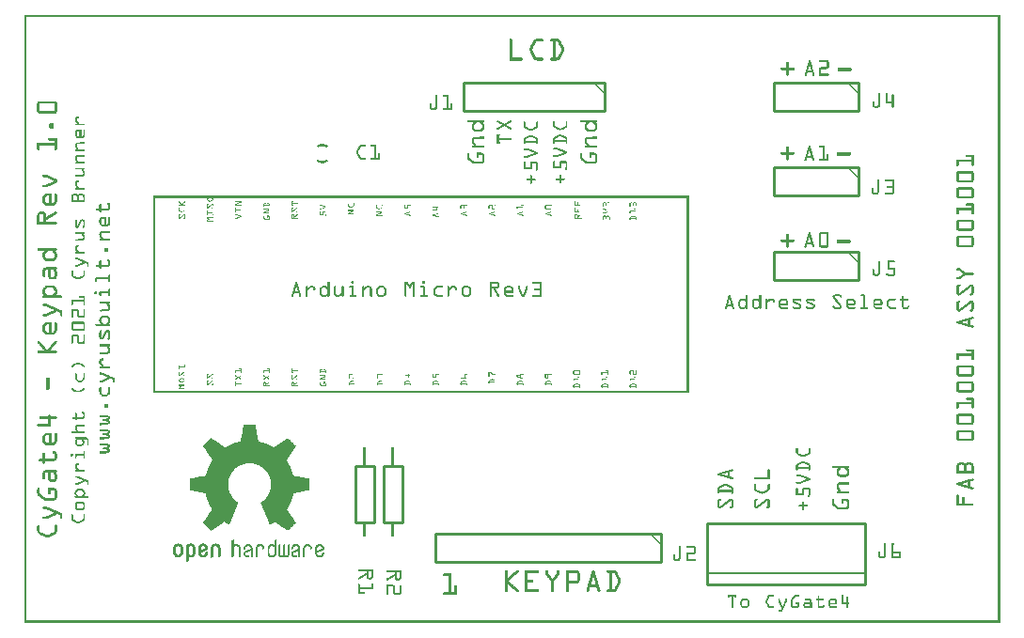
<source format=gto>
G04 MADE WITH FRITZING*
G04 WWW.FRITZING.ORG*
G04 DOUBLE SIDED*
G04 HOLES PLATED*
G04 CONTOUR ON CENTER OF CONTOUR VECTOR*
%ASAXBY*%
%FSLAX23Y23*%
%MOIN*%
%OFA0B0*%
%SFA1.0B1.0*%
%ADD10C,0.010000*%
%ADD11C,0.005000*%
%ADD12R,0.001000X0.001000*%
%LNSILK1*%
G90*
G70*
G54D10*
X2056Y1915D02*
X1556Y1915D01*
D02*
X1556Y1915D02*
X1556Y1815D01*
D02*
X1556Y1815D02*
X2056Y1815D01*
D02*
X2056Y1815D02*
X2056Y1915D01*
D02*
X2256Y315D02*
X1456Y315D01*
D02*
X1456Y315D02*
X1456Y215D01*
D02*
X1456Y215D02*
X2256Y215D01*
D02*
X2256Y215D02*
X2256Y315D01*
D02*
X2956Y1615D02*
X2656Y1615D01*
D02*
X2656Y1615D02*
X2656Y1515D01*
D02*
X2656Y1515D02*
X2956Y1515D01*
D02*
X2956Y1515D02*
X2956Y1615D01*
D02*
X2956Y1915D02*
X2656Y1915D01*
D02*
X2656Y1915D02*
X2656Y1815D01*
D02*
X2656Y1815D02*
X2956Y1815D01*
D02*
X2956Y1815D02*
X2956Y1915D01*
D02*
X2956Y1315D02*
X2656Y1315D01*
D02*
X2656Y1315D02*
X2656Y1215D01*
D02*
X2656Y1215D02*
X2956Y1215D01*
D02*
X2956Y1215D02*
X2956Y1315D01*
D02*
X1239Y555D02*
X1239Y355D01*
D02*
X1239Y355D02*
X1173Y355D01*
D02*
X1173Y355D02*
X1173Y555D01*
D02*
X1173Y555D02*
X1239Y555D01*
D02*
X1339Y555D02*
X1339Y355D01*
D02*
X1339Y355D02*
X1273Y355D01*
D02*
X1273Y355D02*
X1273Y555D01*
D02*
X1273Y555D02*
X1339Y555D01*
D02*
X2980Y353D02*
X2419Y353D01*
D02*
X2419Y353D02*
X2419Y137D01*
D02*
X2419Y137D02*
X2980Y137D01*
D02*
X2980Y137D02*
X2980Y353D01*
G54D11*
D02*
X2419Y177D02*
X2980Y177D01*
G54D12*
X0Y2157D02*
X3458Y2157D01*
X0Y2156D02*
X3458Y2156D01*
X0Y2155D02*
X3458Y2155D01*
X0Y2154D02*
X3458Y2154D01*
X0Y2153D02*
X3458Y2153D01*
X0Y2152D02*
X3458Y2152D01*
X0Y2151D02*
X3458Y2151D01*
X0Y2150D02*
X3458Y2150D01*
X0Y2149D02*
X7Y2149D01*
X3451Y2149D02*
X3458Y2149D01*
X0Y2148D02*
X7Y2148D01*
X3451Y2148D02*
X3458Y2148D01*
X0Y2147D02*
X7Y2147D01*
X3451Y2147D02*
X3458Y2147D01*
X0Y2146D02*
X7Y2146D01*
X3451Y2146D02*
X3458Y2146D01*
X0Y2145D02*
X7Y2145D01*
X3451Y2145D02*
X3458Y2145D01*
X0Y2144D02*
X7Y2144D01*
X3451Y2144D02*
X3458Y2144D01*
X0Y2143D02*
X7Y2143D01*
X3451Y2143D02*
X3458Y2143D01*
X0Y2142D02*
X7Y2142D01*
X3451Y2142D02*
X3458Y2142D01*
X0Y2141D02*
X7Y2141D01*
X3451Y2141D02*
X3458Y2141D01*
X0Y2140D02*
X7Y2140D01*
X3451Y2140D02*
X3458Y2140D01*
X0Y2139D02*
X7Y2139D01*
X3451Y2139D02*
X3458Y2139D01*
X0Y2138D02*
X7Y2138D01*
X3451Y2138D02*
X3458Y2138D01*
X0Y2137D02*
X7Y2137D01*
X3451Y2137D02*
X3458Y2137D01*
X0Y2136D02*
X7Y2136D01*
X3451Y2136D02*
X3458Y2136D01*
X0Y2135D02*
X7Y2135D01*
X3451Y2135D02*
X3458Y2135D01*
X0Y2134D02*
X7Y2134D01*
X3451Y2134D02*
X3458Y2134D01*
X0Y2133D02*
X7Y2133D01*
X3451Y2133D02*
X3458Y2133D01*
X0Y2132D02*
X7Y2132D01*
X3451Y2132D02*
X3458Y2132D01*
X0Y2131D02*
X7Y2131D01*
X3451Y2131D02*
X3458Y2131D01*
X0Y2130D02*
X7Y2130D01*
X3451Y2130D02*
X3458Y2130D01*
X0Y2129D02*
X7Y2129D01*
X3451Y2129D02*
X3458Y2129D01*
X0Y2128D02*
X7Y2128D01*
X3451Y2128D02*
X3458Y2128D01*
X0Y2127D02*
X7Y2127D01*
X3451Y2127D02*
X3458Y2127D01*
X0Y2126D02*
X7Y2126D01*
X3451Y2126D02*
X3458Y2126D01*
X0Y2125D02*
X7Y2125D01*
X3451Y2125D02*
X3458Y2125D01*
X0Y2124D02*
X7Y2124D01*
X3451Y2124D02*
X3458Y2124D01*
X0Y2123D02*
X7Y2123D01*
X3451Y2123D02*
X3458Y2123D01*
X0Y2122D02*
X7Y2122D01*
X3451Y2122D02*
X3458Y2122D01*
X0Y2121D02*
X7Y2121D01*
X3451Y2121D02*
X3458Y2121D01*
X0Y2120D02*
X7Y2120D01*
X3451Y2120D02*
X3458Y2120D01*
X0Y2119D02*
X7Y2119D01*
X3451Y2119D02*
X3458Y2119D01*
X0Y2118D02*
X7Y2118D01*
X3451Y2118D02*
X3458Y2118D01*
X0Y2117D02*
X7Y2117D01*
X3451Y2117D02*
X3458Y2117D01*
X0Y2116D02*
X7Y2116D01*
X3451Y2116D02*
X3458Y2116D01*
X0Y2115D02*
X7Y2115D01*
X3451Y2115D02*
X3458Y2115D01*
X0Y2114D02*
X7Y2114D01*
X3451Y2114D02*
X3458Y2114D01*
X0Y2113D02*
X7Y2113D01*
X3451Y2113D02*
X3458Y2113D01*
X0Y2112D02*
X7Y2112D01*
X3451Y2112D02*
X3458Y2112D01*
X0Y2111D02*
X7Y2111D01*
X3451Y2111D02*
X3458Y2111D01*
X0Y2110D02*
X7Y2110D01*
X3451Y2110D02*
X3458Y2110D01*
X0Y2109D02*
X7Y2109D01*
X3451Y2109D02*
X3458Y2109D01*
X0Y2108D02*
X7Y2108D01*
X3451Y2108D02*
X3458Y2108D01*
X0Y2107D02*
X7Y2107D01*
X3451Y2107D02*
X3458Y2107D01*
X0Y2106D02*
X7Y2106D01*
X3451Y2106D02*
X3458Y2106D01*
X0Y2105D02*
X7Y2105D01*
X3451Y2105D02*
X3458Y2105D01*
X0Y2104D02*
X7Y2104D01*
X3451Y2104D02*
X3458Y2104D01*
X0Y2103D02*
X7Y2103D01*
X3451Y2103D02*
X3458Y2103D01*
X0Y2102D02*
X7Y2102D01*
X3451Y2102D02*
X3458Y2102D01*
X0Y2101D02*
X7Y2101D01*
X3451Y2101D02*
X3458Y2101D01*
X0Y2100D02*
X7Y2100D01*
X3451Y2100D02*
X3458Y2100D01*
X0Y2099D02*
X7Y2099D01*
X3451Y2099D02*
X3458Y2099D01*
X0Y2098D02*
X7Y2098D01*
X3451Y2098D02*
X3458Y2098D01*
X0Y2097D02*
X7Y2097D01*
X3451Y2097D02*
X3458Y2097D01*
X0Y2096D02*
X7Y2096D01*
X3451Y2096D02*
X3458Y2096D01*
X0Y2095D02*
X7Y2095D01*
X3451Y2095D02*
X3458Y2095D01*
X0Y2094D02*
X7Y2094D01*
X3451Y2094D02*
X3458Y2094D01*
X0Y2093D02*
X7Y2093D01*
X3451Y2093D02*
X3458Y2093D01*
X0Y2092D02*
X7Y2092D01*
X3451Y2092D02*
X3458Y2092D01*
X0Y2091D02*
X7Y2091D01*
X3451Y2091D02*
X3458Y2091D01*
X0Y2090D02*
X7Y2090D01*
X3451Y2090D02*
X3458Y2090D01*
X0Y2089D02*
X7Y2089D01*
X3451Y2089D02*
X3458Y2089D01*
X0Y2088D02*
X7Y2088D01*
X3451Y2088D02*
X3458Y2088D01*
X0Y2087D02*
X7Y2087D01*
X3451Y2087D02*
X3458Y2087D01*
X0Y2086D02*
X7Y2086D01*
X3451Y2086D02*
X3458Y2086D01*
X0Y2085D02*
X7Y2085D01*
X3451Y2085D02*
X3458Y2085D01*
X0Y2084D02*
X7Y2084D01*
X3451Y2084D02*
X3458Y2084D01*
X0Y2083D02*
X7Y2083D01*
X3451Y2083D02*
X3458Y2083D01*
X0Y2082D02*
X7Y2082D01*
X3451Y2082D02*
X3458Y2082D01*
X0Y2081D02*
X7Y2081D01*
X3451Y2081D02*
X3458Y2081D01*
X0Y2080D02*
X7Y2080D01*
X3451Y2080D02*
X3458Y2080D01*
X0Y2079D02*
X7Y2079D01*
X3451Y2079D02*
X3458Y2079D01*
X0Y2078D02*
X7Y2078D01*
X3451Y2078D02*
X3458Y2078D01*
X0Y2077D02*
X7Y2077D01*
X3451Y2077D02*
X3458Y2077D01*
X0Y2076D02*
X7Y2076D01*
X3451Y2076D02*
X3458Y2076D01*
X0Y2075D02*
X7Y2075D01*
X3451Y2075D02*
X3458Y2075D01*
X0Y2074D02*
X7Y2074D01*
X3451Y2074D02*
X3458Y2074D01*
X0Y2073D02*
X7Y2073D01*
X3451Y2073D02*
X3458Y2073D01*
X0Y2072D02*
X7Y2072D01*
X1721Y2072D02*
X1726Y2072D01*
X1812Y2072D02*
X1837Y2072D01*
X1866Y2072D02*
X1891Y2072D01*
X3451Y2072D02*
X3458Y2072D01*
X0Y2071D02*
X7Y2071D01*
X1720Y2071D02*
X1727Y2071D01*
X1810Y2071D02*
X1839Y2071D01*
X1864Y2071D02*
X1893Y2071D01*
X3451Y2071D02*
X3458Y2071D01*
X0Y2070D02*
X7Y2070D01*
X1719Y2070D02*
X1727Y2070D01*
X1808Y2070D02*
X1839Y2070D01*
X1864Y2070D02*
X1895Y2070D01*
X3451Y2070D02*
X3458Y2070D01*
X0Y2069D02*
X7Y2069D01*
X1719Y2069D02*
X1728Y2069D01*
X1807Y2069D02*
X1840Y2069D01*
X1864Y2069D02*
X1896Y2069D01*
X3451Y2069D02*
X3458Y2069D01*
X0Y2068D02*
X7Y2068D01*
X1719Y2068D02*
X1728Y2068D01*
X1806Y2068D02*
X1840Y2068D01*
X1863Y2068D02*
X1897Y2068D01*
X3451Y2068D02*
X3458Y2068D01*
X0Y2067D02*
X7Y2067D01*
X1719Y2067D02*
X1728Y2067D01*
X1805Y2067D02*
X1840Y2067D01*
X1863Y2067D02*
X1898Y2067D01*
X3451Y2067D02*
X3458Y2067D01*
X0Y2066D02*
X7Y2066D01*
X1719Y2066D02*
X1728Y2066D01*
X1804Y2066D02*
X1839Y2066D01*
X1864Y2066D02*
X1899Y2066D01*
X3451Y2066D02*
X3458Y2066D01*
X0Y2065D02*
X7Y2065D01*
X1719Y2065D02*
X1728Y2065D01*
X1804Y2065D02*
X1839Y2065D01*
X1864Y2065D02*
X1899Y2065D01*
X3451Y2065D02*
X3458Y2065D01*
X0Y2064D02*
X7Y2064D01*
X1719Y2064D02*
X1728Y2064D01*
X1803Y2064D02*
X1838Y2064D01*
X1865Y2064D02*
X1900Y2064D01*
X3451Y2064D02*
X3458Y2064D01*
X0Y2063D02*
X7Y2063D01*
X1719Y2063D02*
X1728Y2063D01*
X1803Y2063D02*
X1836Y2063D01*
X1867Y2063D02*
X1900Y2063D01*
X3451Y2063D02*
X3458Y2063D01*
X0Y2062D02*
X7Y2062D01*
X1719Y2062D02*
X1728Y2062D01*
X1802Y2062D02*
X1813Y2062D01*
X1873Y2062D02*
X1882Y2062D01*
X1890Y2062D02*
X1901Y2062D01*
X3451Y2062D02*
X3458Y2062D01*
X0Y2061D02*
X7Y2061D01*
X1719Y2061D02*
X1728Y2061D01*
X1802Y2061D02*
X1812Y2061D01*
X1873Y2061D02*
X1882Y2061D01*
X1891Y2061D02*
X1901Y2061D01*
X3451Y2061D02*
X3458Y2061D01*
X0Y2060D02*
X7Y2060D01*
X1719Y2060D02*
X1728Y2060D01*
X1801Y2060D02*
X1812Y2060D01*
X1873Y2060D02*
X1882Y2060D01*
X1891Y2060D02*
X1902Y2060D01*
X3451Y2060D02*
X3458Y2060D01*
X0Y2059D02*
X7Y2059D01*
X1719Y2059D02*
X1728Y2059D01*
X1801Y2059D02*
X1811Y2059D01*
X1873Y2059D02*
X1882Y2059D01*
X1892Y2059D02*
X1902Y2059D01*
X3451Y2059D02*
X3458Y2059D01*
X0Y2058D02*
X7Y2058D01*
X1719Y2058D02*
X1728Y2058D01*
X1800Y2058D02*
X1811Y2058D01*
X1873Y2058D02*
X1882Y2058D01*
X1892Y2058D02*
X1903Y2058D01*
X3451Y2058D02*
X3458Y2058D01*
X0Y2057D02*
X7Y2057D01*
X1719Y2057D02*
X1728Y2057D01*
X1800Y2057D02*
X1810Y2057D01*
X1873Y2057D02*
X1882Y2057D01*
X1893Y2057D02*
X1903Y2057D01*
X3451Y2057D02*
X3458Y2057D01*
X0Y2056D02*
X7Y2056D01*
X1719Y2056D02*
X1728Y2056D01*
X1799Y2056D02*
X1810Y2056D01*
X1873Y2056D02*
X1882Y2056D01*
X1893Y2056D02*
X1904Y2056D01*
X3451Y2056D02*
X3458Y2056D01*
X0Y2055D02*
X7Y2055D01*
X1719Y2055D02*
X1728Y2055D01*
X1799Y2055D02*
X1809Y2055D01*
X1873Y2055D02*
X1882Y2055D01*
X1894Y2055D02*
X1904Y2055D01*
X3451Y2055D02*
X3458Y2055D01*
X0Y2054D02*
X7Y2054D01*
X1719Y2054D02*
X1728Y2054D01*
X1798Y2054D02*
X1809Y2054D01*
X1873Y2054D02*
X1882Y2054D01*
X1894Y2054D02*
X1905Y2054D01*
X3451Y2054D02*
X3458Y2054D01*
X0Y2053D02*
X7Y2053D01*
X1719Y2053D02*
X1728Y2053D01*
X1798Y2053D02*
X1808Y2053D01*
X1873Y2053D02*
X1882Y2053D01*
X1895Y2053D02*
X1905Y2053D01*
X3451Y2053D02*
X3458Y2053D01*
X0Y2052D02*
X7Y2052D01*
X1719Y2052D02*
X1728Y2052D01*
X1797Y2052D02*
X1808Y2052D01*
X1873Y2052D02*
X1882Y2052D01*
X1895Y2052D02*
X1906Y2052D01*
X3451Y2052D02*
X3458Y2052D01*
X0Y2051D02*
X7Y2051D01*
X1719Y2051D02*
X1728Y2051D01*
X1797Y2051D02*
X1807Y2051D01*
X1873Y2051D02*
X1882Y2051D01*
X1896Y2051D02*
X1906Y2051D01*
X3451Y2051D02*
X3458Y2051D01*
X0Y2050D02*
X7Y2050D01*
X1719Y2050D02*
X1728Y2050D01*
X1796Y2050D02*
X1807Y2050D01*
X1873Y2050D02*
X1882Y2050D01*
X1896Y2050D02*
X1907Y2050D01*
X3451Y2050D02*
X3458Y2050D01*
X0Y2049D02*
X7Y2049D01*
X1719Y2049D02*
X1728Y2049D01*
X1796Y2049D02*
X1806Y2049D01*
X1873Y2049D02*
X1882Y2049D01*
X1897Y2049D02*
X1907Y2049D01*
X3451Y2049D02*
X3458Y2049D01*
X0Y2048D02*
X7Y2048D01*
X1719Y2048D02*
X1728Y2048D01*
X1795Y2048D02*
X1806Y2048D01*
X1873Y2048D02*
X1882Y2048D01*
X1897Y2048D02*
X1908Y2048D01*
X3451Y2048D02*
X3458Y2048D01*
X0Y2047D02*
X7Y2047D01*
X1719Y2047D02*
X1728Y2047D01*
X1795Y2047D02*
X1805Y2047D01*
X1873Y2047D02*
X1882Y2047D01*
X1898Y2047D02*
X1908Y2047D01*
X3451Y2047D02*
X3458Y2047D01*
X0Y2046D02*
X7Y2046D01*
X1719Y2046D02*
X1728Y2046D01*
X1794Y2046D02*
X1805Y2046D01*
X1873Y2046D02*
X1882Y2046D01*
X1898Y2046D02*
X1909Y2046D01*
X3451Y2046D02*
X3458Y2046D01*
X0Y2045D02*
X7Y2045D01*
X1719Y2045D02*
X1728Y2045D01*
X1794Y2045D02*
X1804Y2045D01*
X1873Y2045D02*
X1882Y2045D01*
X1899Y2045D02*
X1909Y2045D01*
X3451Y2045D02*
X3458Y2045D01*
X0Y2044D02*
X7Y2044D01*
X1719Y2044D02*
X1728Y2044D01*
X1793Y2044D02*
X1804Y2044D01*
X1873Y2044D02*
X1882Y2044D01*
X1899Y2044D02*
X1910Y2044D01*
X3451Y2044D02*
X3458Y2044D01*
X0Y2043D02*
X7Y2043D01*
X1719Y2043D02*
X1728Y2043D01*
X1793Y2043D02*
X1803Y2043D01*
X1873Y2043D02*
X1882Y2043D01*
X1900Y2043D02*
X1910Y2043D01*
X3451Y2043D02*
X3458Y2043D01*
X0Y2042D02*
X7Y2042D01*
X1719Y2042D02*
X1728Y2042D01*
X1793Y2042D02*
X1803Y2042D01*
X1873Y2042D02*
X1882Y2042D01*
X1900Y2042D02*
X1911Y2042D01*
X3451Y2042D02*
X3458Y2042D01*
X0Y2041D02*
X7Y2041D01*
X1719Y2041D02*
X1728Y2041D01*
X1792Y2041D02*
X1802Y2041D01*
X1873Y2041D02*
X1882Y2041D01*
X1901Y2041D02*
X1911Y2041D01*
X3451Y2041D02*
X3458Y2041D01*
X0Y2040D02*
X7Y2040D01*
X1719Y2040D02*
X1728Y2040D01*
X1792Y2040D02*
X1802Y2040D01*
X1873Y2040D02*
X1882Y2040D01*
X1901Y2040D02*
X1911Y2040D01*
X3451Y2040D02*
X3458Y2040D01*
X0Y2039D02*
X7Y2039D01*
X1719Y2039D02*
X1728Y2039D01*
X1792Y2039D02*
X1801Y2039D01*
X1873Y2039D02*
X1882Y2039D01*
X1902Y2039D02*
X1911Y2039D01*
X3451Y2039D02*
X3458Y2039D01*
X0Y2038D02*
X7Y2038D01*
X1719Y2038D02*
X1728Y2038D01*
X1791Y2038D02*
X1801Y2038D01*
X1873Y2038D02*
X1882Y2038D01*
X1902Y2038D02*
X1912Y2038D01*
X3451Y2038D02*
X3458Y2038D01*
X0Y2037D02*
X7Y2037D01*
X1719Y2037D02*
X1728Y2037D01*
X1791Y2037D02*
X1801Y2037D01*
X1873Y2037D02*
X1882Y2037D01*
X1903Y2037D02*
X1912Y2037D01*
X3451Y2037D02*
X3458Y2037D01*
X0Y2036D02*
X7Y2036D01*
X1719Y2036D02*
X1728Y2036D01*
X1791Y2036D02*
X1800Y2036D01*
X1873Y2036D02*
X1882Y2036D01*
X1903Y2036D02*
X1912Y2036D01*
X3451Y2036D02*
X3458Y2036D01*
X0Y2035D02*
X7Y2035D01*
X1719Y2035D02*
X1728Y2035D01*
X1791Y2035D02*
X1800Y2035D01*
X1873Y2035D02*
X1882Y2035D01*
X1903Y2035D02*
X1912Y2035D01*
X3451Y2035D02*
X3458Y2035D01*
X0Y2034D02*
X7Y2034D01*
X1719Y2034D02*
X1728Y2034D01*
X1791Y2034D02*
X1800Y2034D01*
X1873Y2034D02*
X1882Y2034D01*
X1903Y2034D02*
X1912Y2034D01*
X3451Y2034D02*
X3458Y2034D01*
X0Y2033D02*
X7Y2033D01*
X1719Y2033D02*
X1728Y2033D01*
X1791Y2033D02*
X1800Y2033D01*
X1873Y2033D02*
X1882Y2033D01*
X1903Y2033D02*
X1912Y2033D01*
X3451Y2033D02*
X3458Y2033D01*
X0Y2032D02*
X7Y2032D01*
X1719Y2032D02*
X1728Y2032D01*
X1791Y2032D02*
X1800Y2032D01*
X1873Y2032D02*
X1882Y2032D01*
X1903Y2032D02*
X1912Y2032D01*
X3451Y2032D02*
X3458Y2032D01*
X0Y2031D02*
X7Y2031D01*
X1719Y2031D02*
X1728Y2031D01*
X1791Y2031D02*
X1800Y2031D01*
X1873Y2031D02*
X1882Y2031D01*
X1903Y2031D02*
X1912Y2031D01*
X3451Y2031D02*
X3458Y2031D01*
X0Y2030D02*
X7Y2030D01*
X1719Y2030D02*
X1728Y2030D01*
X1791Y2030D02*
X1801Y2030D01*
X1873Y2030D02*
X1882Y2030D01*
X1902Y2030D02*
X1912Y2030D01*
X3451Y2030D02*
X3458Y2030D01*
X0Y2029D02*
X7Y2029D01*
X1719Y2029D02*
X1728Y2029D01*
X1792Y2029D02*
X1801Y2029D01*
X1873Y2029D02*
X1882Y2029D01*
X1902Y2029D02*
X1912Y2029D01*
X3451Y2029D02*
X3458Y2029D01*
X0Y2028D02*
X7Y2028D01*
X1719Y2028D02*
X1728Y2028D01*
X1792Y2028D02*
X1802Y2028D01*
X1873Y2028D02*
X1882Y2028D01*
X1902Y2028D02*
X1911Y2028D01*
X3451Y2028D02*
X3458Y2028D01*
X0Y2027D02*
X7Y2027D01*
X1719Y2027D02*
X1728Y2027D01*
X1792Y2027D02*
X1802Y2027D01*
X1873Y2027D02*
X1882Y2027D01*
X1901Y2027D02*
X1911Y2027D01*
X3451Y2027D02*
X3458Y2027D01*
X0Y2026D02*
X7Y2026D01*
X1719Y2026D02*
X1728Y2026D01*
X1792Y2026D02*
X1803Y2026D01*
X1873Y2026D02*
X1882Y2026D01*
X1901Y2026D02*
X1911Y2026D01*
X3451Y2026D02*
X3458Y2026D01*
X0Y2025D02*
X7Y2025D01*
X1719Y2025D02*
X1728Y2025D01*
X1793Y2025D02*
X1803Y2025D01*
X1873Y2025D02*
X1882Y2025D01*
X1900Y2025D02*
X1910Y2025D01*
X3451Y2025D02*
X3458Y2025D01*
X0Y2024D02*
X7Y2024D01*
X1719Y2024D02*
X1728Y2024D01*
X1793Y2024D02*
X1804Y2024D01*
X1873Y2024D02*
X1882Y2024D01*
X1900Y2024D02*
X1910Y2024D01*
X3451Y2024D02*
X3458Y2024D01*
X0Y2023D02*
X7Y2023D01*
X1719Y2023D02*
X1728Y2023D01*
X1794Y2023D02*
X1804Y2023D01*
X1873Y2023D02*
X1882Y2023D01*
X1899Y2023D02*
X1909Y2023D01*
X3451Y2023D02*
X3458Y2023D01*
X0Y2022D02*
X7Y2022D01*
X1719Y2022D02*
X1728Y2022D01*
X1794Y2022D02*
X1805Y2022D01*
X1873Y2022D02*
X1882Y2022D01*
X1899Y2022D02*
X1909Y2022D01*
X3451Y2022D02*
X3458Y2022D01*
X0Y2021D02*
X7Y2021D01*
X1719Y2021D02*
X1728Y2021D01*
X1795Y2021D02*
X1805Y2021D01*
X1873Y2021D02*
X1882Y2021D01*
X1898Y2021D02*
X1908Y2021D01*
X3451Y2021D02*
X3458Y2021D01*
X0Y2020D02*
X7Y2020D01*
X1719Y2020D02*
X1728Y2020D01*
X1795Y2020D02*
X1806Y2020D01*
X1873Y2020D02*
X1882Y2020D01*
X1897Y2020D02*
X1908Y2020D01*
X3451Y2020D02*
X3458Y2020D01*
X0Y2019D02*
X7Y2019D01*
X1719Y2019D02*
X1728Y2019D01*
X1796Y2019D02*
X1806Y2019D01*
X1873Y2019D02*
X1882Y2019D01*
X1897Y2019D02*
X1907Y2019D01*
X3451Y2019D02*
X3458Y2019D01*
X0Y2018D02*
X7Y2018D01*
X1719Y2018D02*
X1728Y2018D01*
X1796Y2018D02*
X1807Y2018D01*
X1873Y2018D02*
X1882Y2018D01*
X1896Y2018D02*
X1907Y2018D01*
X3451Y2018D02*
X3458Y2018D01*
X0Y2017D02*
X7Y2017D01*
X1719Y2017D02*
X1728Y2017D01*
X1797Y2017D02*
X1807Y2017D01*
X1873Y2017D02*
X1882Y2017D01*
X1896Y2017D02*
X1906Y2017D01*
X3451Y2017D02*
X3458Y2017D01*
X0Y2016D02*
X7Y2016D01*
X1719Y2016D02*
X1728Y2016D01*
X1797Y2016D02*
X1808Y2016D01*
X1873Y2016D02*
X1882Y2016D01*
X1895Y2016D02*
X1906Y2016D01*
X3451Y2016D02*
X3458Y2016D01*
X0Y2015D02*
X7Y2015D01*
X1719Y2015D02*
X1728Y2015D01*
X1798Y2015D02*
X1808Y2015D01*
X1873Y2015D02*
X1882Y2015D01*
X1895Y2015D02*
X1905Y2015D01*
X3451Y2015D02*
X3458Y2015D01*
X0Y2014D02*
X7Y2014D01*
X1719Y2014D02*
X1728Y2014D01*
X1798Y2014D02*
X1809Y2014D01*
X1873Y2014D02*
X1882Y2014D01*
X1894Y2014D02*
X1905Y2014D01*
X3451Y2014D02*
X3458Y2014D01*
X0Y2013D02*
X7Y2013D01*
X1719Y2013D02*
X1728Y2013D01*
X1799Y2013D02*
X1809Y2013D01*
X1873Y2013D02*
X1882Y2013D01*
X1894Y2013D02*
X1904Y2013D01*
X3451Y2013D02*
X3458Y2013D01*
X0Y2012D02*
X7Y2012D01*
X1719Y2012D02*
X1728Y2012D01*
X1799Y2012D02*
X1810Y2012D01*
X1873Y2012D02*
X1882Y2012D01*
X1893Y2012D02*
X1904Y2012D01*
X3451Y2012D02*
X3458Y2012D01*
X0Y2011D02*
X7Y2011D01*
X1719Y2011D02*
X1728Y2011D01*
X1800Y2011D02*
X1810Y2011D01*
X1873Y2011D02*
X1882Y2011D01*
X1893Y2011D02*
X1903Y2011D01*
X3451Y2011D02*
X3458Y2011D01*
X0Y2010D02*
X7Y2010D01*
X1719Y2010D02*
X1728Y2010D01*
X1800Y2010D02*
X1811Y2010D01*
X1873Y2010D02*
X1882Y2010D01*
X1892Y2010D02*
X1903Y2010D01*
X3451Y2010D02*
X3458Y2010D01*
X0Y2009D02*
X7Y2009D01*
X1719Y2009D02*
X1728Y2009D01*
X1801Y2009D02*
X1811Y2009D01*
X1873Y2009D02*
X1882Y2009D01*
X1892Y2009D02*
X1902Y2009D01*
X3451Y2009D02*
X3458Y2009D01*
X0Y2008D02*
X7Y2008D01*
X1719Y2008D02*
X1728Y2008D01*
X1801Y2008D02*
X1812Y2008D01*
X1873Y2008D02*
X1882Y2008D01*
X1891Y2008D02*
X1902Y2008D01*
X3451Y2008D02*
X3458Y2008D01*
X0Y2007D02*
X7Y2007D01*
X1719Y2007D02*
X1728Y2007D01*
X1802Y2007D02*
X1812Y2007D01*
X1873Y2007D02*
X1882Y2007D01*
X1891Y2007D02*
X1901Y2007D01*
X3451Y2007D02*
X3458Y2007D01*
X0Y2006D02*
X7Y2006D01*
X1719Y2006D02*
X1728Y2006D01*
X1802Y2006D02*
X1813Y2006D01*
X1873Y2006D02*
X1882Y2006D01*
X1890Y2006D02*
X1901Y2006D01*
X3451Y2006D02*
X3458Y2006D01*
X0Y2005D02*
X7Y2005D01*
X1719Y2005D02*
X1762Y2005D01*
X1803Y2005D02*
X1835Y2005D01*
X1868Y2005D02*
X1900Y2005D01*
X3451Y2005D02*
X3458Y2005D01*
X0Y2004D02*
X7Y2004D01*
X1719Y2004D02*
X1765Y2004D01*
X1803Y2004D02*
X1838Y2004D01*
X1865Y2004D02*
X1900Y2004D01*
X3451Y2004D02*
X3458Y2004D01*
X0Y2003D02*
X7Y2003D01*
X1719Y2003D02*
X1766Y2003D01*
X1804Y2003D02*
X1839Y2003D01*
X1864Y2003D02*
X1899Y2003D01*
X3451Y2003D02*
X3458Y2003D01*
X0Y2002D02*
X7Y2002D01*
X1719Y2002D02*
X1767Y2002D01*
X1804Y2002D02*
X1839Y2002D01*
X1864Y2002D02*
X1899Y2002D01*
X3451Y2002D02*
X3458Y2002D01*
X0Y2001D02*
X7Y2001D01*
X1719Y2001D02*
X1767Y2001D01*
X1805Y2001D02*
X1840Y2001D01*
X1864Y2001D02*
X1898Y2001D01*
X3451Y2001D02*
X3458Y2001D01*
X0Y2000D02*
X7Y2000D01*
X1719Y2000D02*
X1768Y2000D01*
X1806Y2000D02*
X1840Y2000D01*
X1863Y2000D02*
X1897Y2000D01*
X3451Y2000D02*
X3458Y2000D01*
X0Y1999D02*
X7Y1999D01*
X1719Y1999D02*
X1767Y1999D01*
X1807Y1999D02*
X1840Y1999D01*
X1864Y1999D02*
X1896Y1999D01*
X3451Y1999D02*
X3458Y1999D01*
X0Y1998D02*
X7Y1998D01*
X1719Y1998D02*
X1767Y1998D01*
X1808Y1998D02*
X1839Y1998D01*
X1864Y1998D02*
X1895Y1998D01*
X3451Y1998D02*
X3458Y1998D01*
X0Y1997D02*
X7Y1997D01*
X1719Y1997D02*
X1766Y1997D01*
X1810Y1997D02*
X1839Y1997D01*
X1864Y1997D02*
X1894Y1997D01*
X3451Y1997D02*
X3458Y1997D01*
X0Y1996D02*
X7Y1996D01*
X1719Y1996D02*
X1765Y1996D01*
X1812Y1996D02*
X1838Y1996D01*
X1865Y1996D02*
X1892Y1996D01*
X2821Y1996D02*
X2844Y1996D01*
X3451Y1996D02*
X3458Y1996D01*
X0Y1995D02*
X7Y1995D01*
X1719Y1995D02*
X1763Y1995D01*
X1816Y1995D02*
X1835Y1995D01*
X1868Y1995D02*
X1887Y1995D01*
X2781Y1995D02*
X2785Y1995D01*
X2818Y1995D02*
X2848Y1995D01*
X3451Y1995D02*
X3458Y1995D01*
X0Y1994D02*
X7Y1994D01*
X2781Y1994D02*
X2786Y1994D01*
X2818Y1994D02*
X2849Y1994D01*
X3451Y1994D02*
X3458Y1994D01*
X0Y1993D02*
X7Y1993D01*
X2780Y1993D02*
X2786Y1993D01*
X2817Y1993D02*
X2850Y1993D01*
X3451Y1993D02*
X3458Y1993D01*
X0Y1992D02*
X7Y1992D01*
X2780Y1992D02*
X2787Y1992D01*
X2817Y1992D02*
X2850Y1992D01*
X3451Y1992D02*
X3458Y1992D01*
X0Y1991D02*
X7Y1991D01*
X2780Y1991D02*
X2787Y1991D01*
X2817Y1991D02*
X2851Y1991D01*
X3451Y1991D02*
X3458Y1991D01*
X0Y1990D02*
X7Y1990D01*
X2703Y1990D02*
X2707Y1990D01*
X2779Y1990D02*
X2787Y1990D01*
X2818Y1990D02*
X2851Y1990D01*
X3451Y1990D02*
X3458Y1990D01*
X0Y1989D02*
X7Y1989D01*
X2702Y1989D02*
X2708Y1989D01*
X2779Y1989D02*
X2787Y1989D01*
X2820Y1989D02*
X2851Y1989D01*
X3451Y1989D02*
X3458Y1989D01*
X0Y1988D02*
X7Y1988D01*
X2701Y1988D02*
X2709Y1988D01*
X2779Y1988D02*
X2788Y1988D01*
X2845Y1988D02*
X2851Y1988D01*
X3451Y1988D02*
X3458Y1988D01*
X0Y1987D02*
X7Y1987D01*
X2701Y1987D02*
X2709Y1987D01*
X2778Y1987D02*
X2788Y1987D01*
X2845Y1987D02*
X2851Y1987D01*
X3451Y1987D02*
X3458Y1987D01*
X0Y1986D02*
X7Y1986D01*
X2701Y1986D02*
X2710Y1986D01*
X2778Y1986D02*
X2788Y1986D01*
X2845Y1986D02*
X2851Y1986D01*
X3451Y1986D02*
X3458Y1986D01*
X0Y1985D02*
X7Y1985D01*
X2700Y1985D02*
X2710Y1985D01*
X2778Y1985D02*
X2789Y1985D01*
X2845Y1985D02*
X2851Y1985D01*
X3451Y1985D02*
X3458Y1985D01*
X0Y1984D02*
X7Y1984D01*
X2700Y1984D02*
X2710Y1984D01*
X2777Y1984D02*
X2789Y1984D01*
X2845Y1984D02*
X2851Y1984D01*
X3451Y1984D02*
X3458Y1984D01*
X0Y1983D02*
X7Y1983D01*
X2700Y1983D02*
X2710Y1983D01*
X2777Y1983D02*
X2789Y1983D01*
X2845Y1983D02*
X2851Y1983D01*
X3451Y1983D02*
X3458Y1983D01*
X0Y1982D02*
X7Y1982D01*
X2700Y1982D02*
X2710Y1982D01*
X2777Y1982D02*
X2789Y1982D01*
X2845Y1982D02*
X2851Y1982D01*
X3451Y1982D02*
X3458Y1982D01*
X0Y1981D02*
X7Y1981D01*
X2700Y1981D02*
X2710Y1981D01*
X2777Y1981D02*
X2790Y1981D01*
X2845Y1981D02*
X2851Y1981D01*
X3451Y1981D02*
X3458Y1981D01*
X0Y1980D02*
X7Y1980D01*
X2700Y1980D02*
X2710Y1980D01*
X2776Y1980D02*
X2790Y1980D01*
X2845Y1980D02*
X2851Y1980D01*
X3451Y1980D02*
X3458Y1980D01*
X0Y1979D02*
X7Y1979D01*
X2700Y1979D02*
X2710Y1979D01*
X2776Y1979D02*
X2790Y1979D01*
X2845Y1979D02*
X2851Y1979D01*
X3451Y1979D02*
X3458Y1979D01*
X0Y1978D02*
X7Y1978D01*
X2700Y1978D02*
X2710Y1978D01*
X2776Y1978D02*
X2782Y1978D01*
X2784Y1978D02*
X2791Y1978D01*
X2845Y1978D02*
X2851Y1978D01*
X3451Y1978D02*
X3458Y1978D01*
X0Y1977D02*
X7Y1977D01*
X2700Y1977D02*
X2710Y1977D01*
X2775Y1977D02*
X2782Y1977D01*
X2784Y1977D02*
X2791Y1977D01*
X2845Y1977D02*
X2851Y1977D01*
X3451Y1977D02*
X3458Y1977D01*
X0Y1976D02*
X7Y1976D01*
X2700Y1976D02*
X2710Y1976D01*
X2775Y1976D02*
X2782Y1976D01*
X2785Y1976D02*
X2791Y1976D01*
X2845Y1976D02*
X2851Y1976D01*
X3451Y1976D02*
X3458Y1976D01*
X0Y1975D02*
X7Y1975D01*
X2700Y1975D02*
X2710Y1975D01*
X2775Y1975D02*
X2781Y1975D01*
X2785Y1975D02*
X2791Y1975D01*
X2845Y1975D02*
X2851Y1975D01*
X3451Y1975D02*
X3458Y1975D01*
X0Y1974D02*
X7Y1974D01*
X2700Y1974D02*
X2710Y1974D01*
X2775Y1974D02*
X2781Y1974D01*
X2785Y1974D02*
X2792Y1974D01*
X2845Y1974D02*
X2851Y1974D01*
X3451Y1974D02*
X3458Y1974D01*
X0Y1973D02*
X7Y1973D01*
X2700Y1973D02*
X2710Y1973D01*
X2774Y1973D02*
X2781Y1973D01*
X2786Y1973D02*
X2792Y1973D01*
X2845Y1973D02*
X2851Y1973D01*
X3451Y1973D02*
X3458Y1973D01*
X0Y1972D02*
X7Y1972D01*
X2700Y1972D02*
X2710Y1972D01*
X2774Y1972D02*
X2780Y1972D01*
X2786Y1972D02*
X2792Y1972D01*
X2824Y1972D02*
X2851Y1972D01*
X3451Y1972D02*
X3458Y1972D01*
X0Y1971D02*
X7Y1971D01*
X2700Y1971D02*
X2710Y1971D01*
X2774Y1971D02*
X2780Y1971D01*
X2786Y1971D02*
X2793Y1971D01*
X2821Y1971D02*
X2851Y1971D01*
X3451Y1971D02*
X3458Y1971D01*
X0Y1970D02*
X7Y1970D01*
X2683Y1970D02*
X2727Y1970D01*
X2773Y1970D02*
X2780Y1970D01*
X2786Y1970D02*
X2793Y1970D01*
X2819Y1970D02*
X2851Y1970D01*
X2887Y1970D02*
X2926Y1970D01*
X3451Y1970D02*
X3458Y1970D01*
X0Y1969D02*
X7Y1969D01*
X2682Y1969D02*
X2728Y1969D01*
X2773Y1969D02*
X2780Y1969D01*
X2787Y1969D02*
X2793Y1969D01*
X2818Y1969D02*
X2851Y1969D01*
X2885Y1969D02*
X2929Y1969D01*
X3451Y1969D02*
X3458Y1969D01*
X0Y1968D02*
X7Y1968D01*
X2681Y1968D02*
X2729Y1968D01*
X2773Y1968D02*
X2779Y1968D01*
X2787Y1968D02*
X2794Y1968D01*
X2818Y1968D02*
X2850Y1968D01*
X2884Y1968D02*
X2930Y1968D01*
X3451Y1968D02*
X3458Y1968D01*
X0Y1967D02*
X7Y1967D01*
X2681Y1967D02*
X2729Y1967D01*
X2773Y1967D02*
X2779Y1967D01*
X2787Y1967D02*
X2794Y1967D01*
X2817Y1967D02*
X2849Y1967D01*
X2883Y1967D02*
X2931Y1967D01*
X3451Y1967D02*
X3458Y1967D01*
X0Y1966D02*
X7Y1966D01*
X2681Y1966D02*
X2729Y1966D01*
X2772Y1966D02*
X2779Y1966D01*
X2788Y1966D02*
X2794Y1966D01*
X2817Y1966D02*
X2848Y1966D01*
X2883Y1966D02*
X2931Y1966D01*
X3451Y1966D02*
X3458Y1966D01*
X0Y1965D02*
X7Y1965D01*
X2681Y1965D02*
X2729Y1965D01*
X2772Y1965D02*
X2778Y1965D01*
X2788Y1965D02*
X2794Y1965D01*
X2817Y1965D02*
X2844Y1965D01*
X2883Y1965D02*
X2931Y1965D01*
X3451Y1965D02*
X3458Y1965D01*
X0Y1964D02*
X7Y1964D01*
X2681Y1964D02*
X2729Y1964D01*
X2772Y1964D02*
X2778Y1964D01*
X2788Y1964D02*
X2795Y1964D01*
X2817Y1964D02*
X2823Y1964D01*
X2883Y1964D02*
X2931Y1964D01*
X3451Y1964D02*
X3458Y1964D01*
X0Y1963D02*
X7Y1963D01*
X2682Y1963D02*
X2728Y1963D01*
X2771Y1963D02*
X2778Y1963D01*
X2789Y1963D02*
X2795Y1963D01*
X2817Y1963D02*
X2823Y1963D01*
X2883Y1963D02*
X2931Y1963D01*
X3451Y1963D02*
X3458Y1963D01*
X0Y1962D02*
X7Y1962D01*
X2682Y1962D02*
X2728Y1962D01*
X2771Y1962D02*
X2777Y1962D01*
X2789Y1962D02*
X2795Y1962D01*
X2817Y1962D02*
X2823Y1962D01*
X2883Y1962D02*
X2931Y1962D01*
X3451Y1962D02*
X3458Y1962D01*
X0Y1961D02*
X7Y1961D01*
X2685Y1961D02*
X2725Y1961D01*
X2771Y1961D02*
X2777Y1961D01*
X2789Y1961D02*
X2796Y1961D01*
X2817Y1961D02*
X2823Y1961D01*
X2883Y1961D02*
X2931Y1961D01*
X3451Y1961D02*
X3458Y1961D01*
X0Y1960D02*
X7Y1960D01*
X2700Y1960D02*
X2710Y1960D01*
X2770Y1960D02*
X2796Y1960D01*
X2817Y1960D02*
X2823Y1960D01*
X2883Y1960D02*
X2931Y1960D01*
X3451Y1960D02*
X3458Y1960D01*
X0Y1959D02*
X7Y1959D01*
X2700Y1959D02*
X2710Y1959D01*
X2770Y1959D02*
X2796Y1959D01*
X2817Y1959D02*
X2823Y1959D01*
X2883Y1959D02*
X2931Y1959D01*
X3451Y1959D02*
X3458Y1959D01*
X0Y1958D02*
X7Y1958D01*
X2700Y1958D02*
X2710Y1958D01*
X2770Y1958D02*
X2796Y1958D01*
X2817Y1958D02*
X2823Y1958D01*
X2883Y1958D02*
X2930Y1958D01*
X3451Y1958D02*
X3458Y1958D01*
X0Y1957D02*
X7Y1957D01*
X2700Y1957D02*
X2710Y1957D01*
X2770Y1957D02*
X2797Y1957D01*
X2817Y1957D02*
X2823Y1957D01*
X2884Y1957D02*
X2930Y1957D01*
X3451Y1957D02*
X3458Y1957D01*
X0Y1956D02*
X7Y1956D01*
X2700Y1956D02*
X2710Y1956D01*
X2769Y1956D02*
X2797Y1956D01*
X2817Y1956D02*
X2823Y1956D01*
X2886Y1956D02*
X2928Y1956D01*
X3451Y1956D02*
X3458Y1956D01*
X0Y1955D02*
X7Y1955D01*
X2700Y1955D02*
X2710Y1955D01*
X2769Y1955D02*
X2797Y1955D01*
X2817Y1955D02*
X2823Y1955D01*
X3451Y1955D02*
X3458Y1955D01*
X0Y1954D02*
X7Y1954D01*
X2700Y1954D02*
X2710Y1954D01*
X2769Y1954D02*
X2798Y1954D01*
X2817Y1954D02*
X2823Y1954D01*
X3451Y1954D02*
X3458Y1954D01*
X0Y1953D02*
X7Y1953D01*
X2700Y1953D02*
X2710Y1953D01*
X2768Y1953D02*
X2798Y1953D01*
X2817Y1953D02*
X2823Y1953D01*
X3451Y1953D02*
X3458Y1953D01*
X0Y1952D02*
X7Y1952D01*
X2700Y1952D02*
X2710Y1952D01*
X2768Y1952D02*
X2775Y1952D01*
X2792Y1952D02*
X2798Y1952D01*
X2817Y1952D02*
X2823Y1952D01*
X3451Y1952D02*
X3458Y1952D01*
X0Y1951D02*
X7Y1951D01*
X2700Y1951D02*
X2710Y1951D01*
X2768Y1951D02*
X2774Y1951D01*
X2792Y1951D02*
X2798Y1951D01*
X2817Y1951D02*
X2823Y1951D01*
X3451Y1951D02*
X3458Y1951D01*
X0Y1950D02*
X7Y1950D01*
X2700Y1950D02*
X2710Y1950D01*
X2768Y1950D02*
X2774Y1950D01*
X2792Y1950D02*
X2799Y1950D01*
X2817Y1950D02*
X2823Y1950D01*
X3451Y1950D02*
X3458Y1950D01*
X0Y1949D02*
X7Y1949D01*
X2700Y1949D02*
X2710Y1949D01*
X2767Y1949D02*
X2774Y1949D01*
X2793Y1949D02*
X2799Y1949D01*
X2817Y1949D02*
X2823Y1949D01*
X3451Y1949D02*
X3458Y1949D01*
X0Y1948D02*
X7Y1948D01*
X2700Y1948D02*
X2710Y1948D01*
X2767Y1948D02*
X2773Y1948D01*
X2793Y1948D02*
X2799Y1948D01*
X2817Y1948D02*
X2848Y1948D01*
X3451Y1948D02*
X3458Y1948D01*
X0Y1947D02*
X7Y1947D01*
X2700Y1947D02*
X2710Y1947D01*
X2767Y1947D02*
X2773Y1947D01*
X2793Y1947D02*
X2800Y1947D01*
X2817Y1947D02*
X2850Y1947D01*
X3451Y1947D02*
X3458Y1947D01*
X0Y1946D02*
X7Y1946D01*
X2700Y1946D02*
X2710Y1946D01*
X2766Y1946D02*
X2773Y1946D01*
X2794Y1946D02*
X2800Y1946D01*
X2817Y1946D02*
X2851Y1946D01*
X3451Y1946D02*
X3458Y1946D01*
X0Y1945D02*
X7Y1945D01*
X2701Y1945D02*
X2709Y1945D01*
X2766Y1945D02*
X2772Y1945D01*
X2794Y1945D02*
X2800Y1945D01*
X2817Y1945D02*
X2851Y1945D01*
X3451Y1945D02*
X3458Y1945D01*
X0Y1944D02*
X7Y1944D01*
X2701Y1944D02*
X2709Y1944D01*
X2766Y1944D02*
X2772Y1944D01*
X2794Y1944D02*
X2800Y1944D01*
X2817Y1944D02*
X2851Y1944D01*
X3451Y1944D02*
X3458Y1944D01*
X0Y1943D02*
X7Y1943D01*
X2702Y1943D02*
X2708Y1943D01*
X2766Y1943D02*
X2772Y1943D01*
X2795Y1943D02*
X2800Y1943D01*
X2817Y1943D02*
X2851Y1943D01*
X3451Y1943D02*
X3458Y1943D01*
X0Y1942D02*
X7Y1942D01*
X2703Y1942D02*
X2707Y1942D01*
X2767Y1942D02*
X2771Y1942D01*
X2795Y1942D02*
X2799Y1942D01*
X2817Y1942D02*
X2850Y1942D01*
X3451Y1942D02*
X3458Y1942D01*
X0Y1941D02*
X7Y1941D01*
X2705Y1941D02*
X2705Y1941D01*
X2818Y1941D02*
X2847Y1941D01*
X3451Y1941D02*
X3458Y1941D01*
X0Y1940D02*
X7Y1940D01*
X3451Y1940D02*
X3458Y1940D01*
X0Y1939D02*
X7Y1939D01*
X3451Y1939D02*
X3458Y1939D01*
X0Y1938D02*
X7Y1938D01*
X3451Y1938D02*
X3458Y1938D01*
X0Y1937D02*
X7Y1937D01*
X3451Y1937D02*
X3458Y1937D01*
X0Y1936D02*
X7Y1936D01*
X3451Y1936D02*
X3458Y1936D01*
X0Y1935D02*
X7Y1935D01*
X3451Y1935D02*
X3458Y1935D01*
X0Y1934D02*
X7Y1934D01*
X3451Y1934D02*
X3458Y1934D01*
X0Y1933D02*
X7Y1933D01*
X3451Y1933D02*
X3458Y1933D01*
X0Y1932D02*
X7Y1932D01*
X3451Y1932D02*
X3458Y1932D01*
X0Y1931D02*
X7Y1931D01*
X3451Y1931D02*
X3458Y1931D01*
X0Y1930D02*
X7Y1930D01*
X3451Y1930D02*
X3458Y1930D01*
X0Y1929D02*
X7Y1929D01*
X3451Y1929D02*
X3458Y1929D01*
X0Y1928D02*
X7Y1928D01*
X3451Y1928D02*
X3458Y1928D01*
X0Y1927D02*
X7Y1927D01*
X3451Y1927D02*
X3458Y1927D01*
X0Y1926D02*
X7Y1926D01*
X3451Y1926D02*
X3458Y1926D01*
X0Y1925D02*
X7Y1925D01*
X3451Y1925D02*
X3458Y1925D01*
X0Y1924D02*
X7Y1924D01*
X3451Y1924D02*
X3458Y1924D01*
X0Y1923D02*
X7Y1923D01*
X3451Y1923D02*
X3458Y1923D01*
X0Y1922D02*
X7Y1922D01*
X3451Y1922D02*
X3458Y1922D01*
X0Y1921D02*
X7Y1921D01*
X3451Y1921D02*
X3458Y1921D01*
X0Y1920D02*
X7Y1920D01*
X3451Y1920D02*
X3458Y1920D01*
X0Y1919D02*
X7Y1919D01*
X3451Y1919D02*
X3458Y1919D01*
X0Y1918D02*
X7Y1918D01*
X3451Y1918D02*
X3458Y1918D01*
X0Y1917D02*
X7Y1917D01*
X3451Y1917D02*
X3458Y1917D01*
X0Y1916D02*
X7Y1916D01*
X2022Y1916D02*
X2022Y1916D01*
X2921Y1916D02*
X2922Y1916D01*
X3451Y1916D02*
X3458Y1916D01*
X0Y1915D02*
X7Y1915D01*
X2021Y1915D02*
X2023Y1915D01*
X2920Y1915D02*
X2923Y1915D01*
X3451Y1915D02*
X3458Y1915D01*
X0Y1914D02*
X7Y1914D01*
X2020Y1914D02*
X2024Y1914D01*
X2919Y1914D02*
X2924Y1914D01*
X3451Y1914D02*
X3458Y1914D01*
X0Y1913D02*
X7Y1913D01*
X2019Y1913D02*
X2025Y1913D01*
X2919Y1913D02*
X2925Y1913D01*
X3451Y1913D02*
X3458Y1913D01*
X0Y1912D02*
X7Y1912D01*
X2020Y1912D02*
X2026Y1912D01*
X2920Y1912D02*
X2926Y1912D01*
X3451Y1912D02*
X3458Y1912D01*
X0Y1911D02*
X7Y1911D01*
X2021Y1911D02*
X2027Y1911D01*
X2921Y1911D02*
X2927Y1911D01*
X3451Y1911D02*
X3458Y1911D01*
X0Y1910D02*
X7Y1910D01*
X2022Y1910D02*
X2028Y1910D01*
X2922Y1910D02*
X2928Y1910D01*
X3451Y1910D02*
X3458Y1910D01*
X0Y1909D02*
X7Y1909D01*
X2023Y1909D02*
X2029Y1909D01*
X2923Y1909D02*
X2929Y1909D01*
X3451Y1909D02*
X3458Y1909D01*
X0Y1908D02*
X7Y1908D01*
X2024Y1908D02*
X2030Y1908D01*
X2924Y1908D02*
X2930Y1908D01*
X3451Y1908D02*
X3458Y1908D01*
X0Y1907D02*
X7Y1907D01*
X2025Y1907D02*
X2031Y1907D01*
X2925Y1907D02*
X2931Y1907D01*
X3451Y1907D02*
X3458Y1907D01*
X0Y1906D02*
X7Y1906D01*
X2026Y1906D02*
X2032Y1906D01*
X2926Y1906D02*
X2932Y1906D01*
X3451Y1906D02*
X3458Y1906D01*
X0Y1905D02*
X7Y1905D01*
X2027Y1905D02*
X2033Y1905D01*
X2927Y1905D02*
X2933Y1905D01*
X3451Y1905D02*
X3458Y1905D01*
X0Y1904D02*
X7Y1904D01*
X2028Y1904D02*
X2034Y1904D01*
X2928Y1904D02*
X2934Y1904D01*
X3451Y1904D02*
X3458Y1904D01*
X0Y1903D02*
X7Y1903D01*
X2029Y1903D02*
X2035Y1903D01*
X2929Y1903D02*
X2935Y1903D01*
X3451Y1903D02*
X3458Y1903D01*
X0Y1902D02*
X7Y1902D01*
X2030Y1902D02*
X2036Y1902D01*
X2930Y1902D02*
X2936Y1902D01*
X3451Y1902D02*
X3458Y1902D01*
X0Y1901D02*
X7Y1901D01*
X2031Y1901D02*
X2037Y1901D01*
X2931Y1901D02*
X2937Y1901D01*
X3451Y1901D02*
X3458Y1901D01*
X0Y1900D02*
X7Y1900D01*
X2032Y1900D02*
X2038Y1900D01*
X2932Y1900D02*
X2938Y1900D01*
X3451Y1900D02*
X3458Y1900D01*
X0Y1899D02*
X7Y1899D01*
X2034Y1899D02*
X2039Y1899D01*
X2934Y1899D02*
X2939Y1899D01*
X3451Y1899D02*
X3458Y1899D01*
X0Y1898D02*
X7Y1898D01*
X2035Y1898D02*
X2040Y1898D01*
X2935Y1898D02*
X2940Y1898D01*
X3451Y1898D02*
X3458Y1898D01*
X0Y1897D02*
X7Y1897D01*
X2036Y1897D02*
X2041Y1897D01*
X2936Y1897D02*
X2941Y1897D01*
X3451Y1897D02*
X3458Y1897D01*
X0Y1896D02*
X7Y1896D01*
X2037Y1896D02*
X2042Y1896D01*
X2937Y1896D02*
X2942Y1896D01*
X3451Y1896D02*
X3458Y1896D01*
X0Y1895D02*
X7Y1895D01*
X2038Y1895D02*
X2043Y1895D01*
X2938Y1895D02*
X2943Y1895D01*
X3451Y1895D02*
X3458Y1895D01*
X0Y1894D02*
X7Y1894D01*
X2039Y1894D02*
X2044Y1894D01*
X2939Y1894D02*
X2944Y1894D01*
X3451Y1894D02*
X3458Y1894D01*
X0Y1893D02*
X7Y1893D01*
X2040Y1893D02*
X2045Y1893D01*
X2939Y1893D02*
X2945Y1893D01*
X3451Y1893D02*
X3458Y1893D01*
X0Y1892D02*
X7Y1892D01*
X2040Y1892D02*
X2046Y1892D01*
X2940Y1892D02*
X2946Y1892D01*
X3451Y1892D02*
X3458Y1892D01*
X0Y1891D02*
X7Y1891D01*
X2041Y1891D02*
X2047Y1891D01*
X2941Y1891D02*
X2947Y1891D01*
X3451Y1891D02*
X3458Y1891D01*
X0Y1890D02*
X7Y1890D01*
X2042Y1890D02*
X2048Y1890D01*
X2942Y1890D02*
X2948Y1890D01*
X3451Y1890D02*
X3458Y1890D01*
X0Y1889D02*
X7Y1889D01*
X2043Y1889D02*
X2049Y1889D01*
X2943Y1889D02*
X2949Y1889D01*
X3451Y1889D02*
X3458Y1889D01*
X0Y1888D02*
X7Y1888D01*
X2044Y1888D02*
X2050Y1888D01*
X2944Y1888D02*
X2950Y1888D01*
X3451Y1888D02*
X3458Y1888D01*
X0Y1887D02*
X7Y1887D01*
X2045Y1887D02*
X2051Y1887D01*
X2945Y1887D02*
X2951Y1887D01*
X3451Y1887D02*
X3458Y1887D01*
X0Y1886D02*
X7Y1886D01*
X2046Y1886D02*
X2052Y1886D01*
X2946Y1886D02*
X2952Y1886D01*
X3451Y1886D02*
X3458Y1886D01*
X0Y1885D02*
X7Y1885D01*
X2047Y1885D02*
X2053Y1885D01*
X2947Y1885D02*
X2953Y1885D01*
X3451Y1885D02*
X3458Y1885D01*
X0Y1884D02*
X7Y1884D01*
X2048Y1884D02*
X2054Y1884D01*
X2948Y1884D02*
X2954Y1884D01*
X3451Y1884D02*
X3458Y1884D01*
X0Y1883D02*
X7Y1883D01*
X2049Y1883D02*
X2055Y1883D01*
X2949Y1883D02*
X2955Y1883D01*
X3451Y1883D02*
X3458Y1883D01*
X0Y1882D02*
X7Y1882D01*
X2050Y1882D02*
X2056Y1882D01*
X2950Y1882D02*
X2956Y1882D01*
X3451Y1882D02*
X3458Y1882D01*
X0Y1881D02*
X7Y1881D01*
X2051Y1881D02*
X2056Y1881D01*
X2951Y1881D02*
X2955Y1881D01*
X3028Y1881D02*
X3030Y1881D01*
X3056Y1881D02*
X3058Y1881D01*
X3451Y1881D02*
X3458Y1881D01*
X0Y1880D02*
X7Y1880D01*
X2052Y1880D02*
X2055Y1880D01*
X2952Y1880D02*
X2954Y1880D01*
X3027Y1880D02*
X3031Y1880D01*
X3055Y1880D02*
X3059Y1880D01*
X3451Y1880D02*
X3458Y1880D01*
X0Y1879D02*
X7Y1879D01*
X2053Y1879D02*
X2054Y1879D01*
X2953Y1879D02*
X2953Y1879D01*
X3026Y1879D02*
X3032Y1879D01*
X3054Y1879D02*
X3060Y1879D01*
X3451Y1879D02*
X3458Y1879D01*
X0Y1878D02*
X7Y1878D01*
X3026Y1878D02*
X3032Y1878D01*
X3054Y1878D02*
X3060Y1878D01*
X3451Y1878D02*
X3458Y1878D01*
X0Y1877D02*
X7Y1877D01*
X3026Y1877D02*
X3032Y1877D01*
X3054Y1877D02*
X3060Y1877D01*
X3451Y1877D02*
X3458Y1877D01*
X0Y1876D02*
X7Y1876D01*
X3026Y1876D02*
X3032Y1876D01*
X3054Y1876D02*
X3060Y1876D01*
X3451Y1876D02*
X3458Y1876D01*
X0Y1875D02*
X7Y1875D01*
X3026Y1875D02*
X3032Y1875D01*
X3054Y1875D02*
X3060Y1875D01*
X3077Y1875D02*
X3079Y1875D01*
X3451Y1875D02*
X3458Y1875D01*
X0Y1874D02*
X7Y1874D01*
X1459Y1874D02*
X1460Y1874D01*
X1485Y1874D02*
X1502Y1874D01*
X3026Y1874D02*
X3032Y1874D01*
X3054Y1874D02*
X3060Y1874D01*
X3075Y1874D02*
X3080Y1874D01*
X3451Y1874D02*
X3458Y1874D01*
X0Y1873D02*
X7Y1873D01*
X1458Y1873D02*
X1462Y1873D01*
X1484Y1873D02*
X1503Y1873D01*
X3026Y1873D02*
X3032Y1873D01*
X3054Y1873D02*
X3060Y1873D01*
X3075Y1873D02*
X3080Y1873D01*
X3451Y1873D02*
X3458Y1873D01*
X0Y1872D02*
X7Y1872D01*
X1457Y1872D02*
X1462Y1872D01*
X1483Y1872D02*
X1503Y1872D01*
X3026Y1872D02*
X3032Y1872D01*
X3054Y1872D02*
X3060Y1872D01*
X3075Y1872D02*
X3081Y1872D01*
X3451Y1872D02*
X3458Y1872D01*
X0Y1871D02*
X7Y1871D01*
X1457Y1871D02*
X1463Y1871D01*
X1483Y1871D02*
X1503Y1871D01*
X3026Y1871D02*
X3032Y1871D01*
X3054Y1871D02*
X3060Y1871D01*
X3075Y1871D02*
X3081Y1871D01*
X3451Y1871D02*
X3458Y1871D01*
X0Y1870D02*
X7Y1870D01*
X1457Y1870D02*
X1463Y1870D01*
X1483Y1870D02*
X1503Y1870D01*
X3026Y1870D02*
X3032Y1870D01*
X3054Y1870D02*
X3060Y1870D01*
X3075Y1870D02*
X3081Y1870D01*
X3451Y1870D02*
X3458Y1870D01*
X0Y1869D02*
X7Y1869D01*
X1457Y1869D02*
X1463Y1869D01*
X1483Y1869D02*
X1503Y1869D01*
X3026Y1869D02*
X3032Y1869D01*
X3054Y1869D02*
X3060Y1869D01*
X3075Y1869D02*
X3081Y1869D01*
X3451Y1869D02*
X3458Y1869D01*
X0Y1868D02*
X7Y1868D01*
X1457Y1868D02*
X1463Y1868D01*
X1484Y1868D02*
X1503Y1868D01*
X3026Y1868D02*
X3032Y1868D01*
X3054Y1868D02*
X3060Y1868D01*
X3075Y1868D02*
X3081Y1868D01*
X3451Y1868D02*
X3458Y1868D01*
X0Y1867D02*
X7Y1867D01*
X1457Y1867D02*
X1463Y1867D01*
X1496Y1867D02*
X1503Y1867D01*
X3026Y1867D02*
X3032Y1867D01*
X3054Y1867D02*
X3060Y1867D01*
X3075Y1867D02*
X3081Y1867D01*
X3451Y1867D02*
X3458Y1867D01*
X0Y1866D02*
X7Y1866D01*
X1457Y1866D02*
X1463Y1866D01*
X1497Y1866D02*
X1503Y1866D01*
X3026Y1866D02*
X3032Y1866D01*
X3054Y1866D02*
X3060Y1866D01*
X3075Y1866D02*
X3081Y1866D01*
X3451Y1866D02*
X3458Y1866D01*
X0Y1865D02*
X7Y1865D01*
X1457Y1865D02*
X1463Y1865D01*
X1497Y1865D02*
X1503Y1865D01*
X3026Y1865D02*
X3032Y1865D01*
X3054Y1865D02*
X3060Y1865D01*
X3075Y1865D02*
X3081Y1865D01*
X3451Y1865D02*
X3458Y1865D01*
X0Y1864D02*
X7Y1864D01*
X1457Y1864D02*
X1463Y1864D01*
X1497Y1864D02*
X1503Y1864D01*
X3026Y1864D02*
X3032Y1864D01*
X3054Y1864D02*
X3060Y1864D01*
X3075Y1864D02*
X3081Y1864D01*
X3451Y1864D02*
X3458Y1864D01*
X0Y1863D02*
X7Y1863D01*
X1457Y1863D02*
X1463Y1863D01*
X1497Y1863D02*
X1503Y1863D01*
X3026Y1863D02*
X3032Y1863D01*
X3054Y1863D02*
X3060Y1863D01*
X3075Y1863D02*
X3081Y1863D01*
X3451Y1863D02*
X3458Y1863D01*
X0Y1862D02*
X7Y1862D01*
X1457Y1862D02*
X1463Y1862D01*
X1497Y1862D02*
X1503Y1862D01*
X3026Y1862D02*
X3032Y1862D01*
X3054Y1862D02*
X3060Y1862D01*
X3075Y1862D02*
X3081Y1862D01*
X3451Y1862D02*
X3458Y1862D01*
X0Y1861D02*
X7Y1861D01*
X1457Y1861D02*
X1463Y1861D01*
X1497Y1861D02*
X1503Y1861D01*
X3026Y1861D02*
X3032Y1861D01*
X3054Y1861D02*
X3060Y1861D01*
X3075Y1861D02*
X3081Y1861D01*
X3451Y1861D02*
X3458Y1861D01*
X0Y1860D02*
X7Y1860D01*
X1457Y1860D02*
X1463Y1860D01*
X1497Y1860D02*
X1503Y1860D01*
X3026Y1860D02*
X3032Y1860D01*
X3054Y1860D02*
X3060Y1860D01*
X3075Y1860D02*
X3081Y1860D01*
X3451Y1860D02*
X3458Y1860D01*
X0Y1859D02*
X7Y1859D01*
X1457Y1859D02*
X1463Y1859D01*
X1497Y1859D02*
X1503Y1859D01*
X3026Y1859D02*
X3032Y1859D01*
X3054Y1859D02*
X3060Y1859D01*
X3075Y1859D02*
X3081Y1859D01*
X3451Y1859D02*
X3458Y1859D01*
X0Y1858D02*
X7Y1858D01*
X1457Y1858D02*
X1463Y1858D01*
X1497Y1858D02*
X1503Y1858D01*
X3026Y1858D02*
X3032Y1858D01*
X3054Y1858D02*
X3060Y1858D01*
X3075Y1858D02*
X3081Y1858D01*
X3451Y1858D02*
X3458Y1858D01*
X0Y1857D02*
X7Y1857D01*
X1457Y1857D02*
X1463Y1857D01*
X1497Y1857D02*
X1503Y1857D01*
X3026Y1857D02*
X3032Y1857D01*
X3054Y1857D02*
X3060Y1857D01*
X3075Y1857D02*
X3081Y1857D01*
X3451Y1857D02*
X3458Y1857D01*
X0Y1856D02*
X7Y1856D01*
X1457Y1856D02*
X1463Y1856D01*
X1497Y1856D02*
X1503Y1856D01*
X3026Y1856D02*
X3032Y1856D01*
X3054Y1856D02*
X3060Y1856D01*
X3075Y1856D02*
X3081Y1856D01*
X3451Y1856D02*
X3458Y1856D01*
X0Y1855D02*
X7Y1855D01*
X1457Y1855D02*
X1463Y1855D01*
X1497Y1855D02*
X1503Y1855D01*
X3026Y1855D02*
X3032Y1855D01*
X3054Y1855D02*
X3060Y1855D01*
X3075Y1855D02*
X3081Y1855D01*
X3451Y1855D02*
X3458Y1855D01*
X0Y1854D02*
X7Y1854D01*
X1457Y1854D02*
X1463Y1854D01*
X1497Y1854D02*
X1503Y1854D01*
X3026Y1854D02*
X3032Y1854D01*
X3054Y1854D02*
X3060Y1854D01*
X3075Y1854D02*
X3081Y1854D01*
X3451Y1854D02*
X3458Y1854D01*
X0Y1853D02*
X7Y1853D01*
X1457Y1853D02*
X1463Y1853D01*
X1497Y1853D02*
X1503Y1853D01*
X3026Y1853D02*
X3032Y1853D01*
X3054Y1853D02*
X3060Y1853D01*
X3075Y1853D02*
X3081Y1853D01*
X3451Y1853D02*
X3458Y1853D01*
X0Y1852D02*
X7Y1852D01*
X1457Y1852D02*
X1463Y1852D01*
X1497Y1852D02*
X1503Y1852D01*
X3026Y1852D02*
X3032Y1852D01*
X3054Y1852D02*
X3060Y1852D01*
X3074Y1852D02*
X3081Y1852D01*
X3451Y1852D02*
X3458Y1852D01*
X0Y1851D02*
X7Y1851D01*
X51Y1851D02*
X109Y1851D01*
X1457Y1851D02*
X1463Y1851D01*
X1497Y1851D02*
X1503Y1851D01*
X3007Y1851D02*
X3010Y1851D01*
X3026Y1851D02*
X3032Y1851D01*
X3054Y1851D02*
X3083Y1851D01*
X3451Y1851D02*
X3458Y1851D01*
X0Y1850D02*
X7Y1850D01*
X50Y1850D02*
X111Y1850D01*
X1457Y1850D02*
X1463Y1850D01*
X1497Y1850D02*
X1503Y1850D01*
X3006Y1850D02*
X3011Y1850D01*
X3026Y1850D02*
X3032Y1850D01*
X3054Y1850D02*
X3084Y1850D01*
X3451Y1850D02*
X3458Y1850D01*
X0Y1849D02*
X7Y1849D01*
X48Y1849D02*
X112Y1849D01*
X1457Y1849D02*
X1463Y1849D01*
X1497Y1849D02*
X1503Y1849D01*
X3006Y1849D02*
X3011Y1849D01*
X3026Y1849D02*
X3032Y1849D01*
X3054Y1849D02*
X3084Y1849D01*
X3451Y1849D02*
X3458Y1849D01*
X0Y1848D02*
X7Y1848D01*
X47Y1848D02*
X113Y1848D01*
X1457Y1848D02*
X1463Y1848D01*
X1497Y1848D02*
X1503Y1848D01*
X3006Y1848D02*
X3012Y1848D01*
X3026Y1848D02*
X3032Y1848D01*
X3054Y1848D02*
X3084Y1848D01*
X3451Y1848D02*
X3458Y1848D01*
X0Y1847D02*
X7Y1847D01*
X47Y1847D02*
X114Y1847D01*
X1457Y1847D02*
X1463Y1847D01*
X1497Y1847D02*
X1503Y1847D01*
X3006Y1847D02*
X3012Y1847D01*
X3026Y1847D02*
X3032Y1847D01*
X3054Y1847D02*
X3084Y1847D01*
X3451Y1847D02*
X3458Y1847D01*
X0Y1846D02*
X7Y1846D01*
X46Y1846D02*
X114Y1846D01*
X1457Y1846D02*
X1463Y1846D01*
X1497Y1846D02*
X1503Y1846D01*
X3006Y1846D02*
X3012Y1846D01*
X3026Y1846D02*
X3032Y1846D01*
X3054Y1846D02*
X3083Y1846D01*
X3451Y1846D02*
X3458Y1846D01*
X0Y1845D02*
X7Y1845D01*
X46Y1845D02*
X115Y1845D01*
X1457Y1845D02*
X1463Y1845D01*
X1497Y1845D02*
X1503Y1845D01*
X3006Y1845D02*
X3012Y1845D01*
X3026Y1845D02*
X3032Y1845D01*
X3054Y1845D02*
X3082Y1845D01*
X3451Y1845D02*
X3458Y1845D01*
X0Y1844D02*
X7Y1844D01*
X46Y1844D02*
X115Y1844D01*
X1437Y1844D02*
X1441Y1844D01*
X1457Y1844D02*
X1463Y1844D01*
X1497Y1844D02*
X1503Y1844D01*
X1512Y1844D02*
X1515Y1844D01*
X3006Y1844D02*
X3012Y1844D01*
X3026Y1844D02*
X3032Y1844D01*
X3075Y1844D02*
X3081Y1844D01*
X3451Y1844D02*
X3458Y1844D01*
X0Y1843D02*
X7Y1843D01*
X45Y1843D02*
X115Y1843D01*
X1437Y1843D02*
X1442Y1843D01*
X1457Y1843D02*
X1463Y1843D01*
X1497Y1843D02*
X1503Y1843D01*
X1511Y1843D02*
X1516Y1843D01*
X3006Y1843D02*
X3012Y1843D01*
X3026Y1843D02*
X3032Y1843D01*
X3075Y1843D02*
X3081Y1843D01*
X3451Y1843D02*
X3458Y1843D01*
X0Y1842D02*
X7Y1842D01*
X45Y1842D02*
X54Y1842D01*
X107Y1842D02*
X115Y1842D01*
X1436Y1842D02*
X1442Y1842D01*
X1457Y1842D02*
X1463Y1842D01*
X1497Y1842D02*
X1503Y1842D01*
X1510Y1842D02*
X1516Y1842D01*
X3006Y1842D02*
X3012Y1842D01*
X3026Y1842D02*
X3032Y1842D01*
X3075Y1842D02*
X3081Y1842D01*
X3451Y1842D02*
X3458Y1842D01*
X0Y1841D02*
X7Y1841D01*
X45Y1841D02*
X54Y1841D01*
X107Y1841D02*
X115Y1841D01*
X1436Y1841D02*
X1442Y1841D01*
X1457Y1841D02*
X1463Y1841D01*
X1497Y1841D02*
X1503Y1841D01*
X1510Y1841D02*
X1516Y1841D01*
X3006Y1841D02*
X3012Y1841D01*
X3026Y1841D02*
X3032Y1841D01*
X3075Y1841D02*
X3081Y1841D01*
X3451Y1841D02*
X3458Y1841D01*
X0Y1840D02*
X7Y1840D01*
X45Y1840D02*
X54Y1840D01*
X107Y1840D02*
X115Y1840D01*
X1436Y1840D02*
X1442Y1840D01*
X1457Y1840D02*
X1463Y1840D01*
X1497Y1840D02*
X1503Y1840D01*
X1510Y1840D02*
X1516Y1840D01*
X3006Y1840D02*
X3012Y1840D01*
X3026Y1840D02*
X3032Y1840D01*
X3075Y1840D02*
X3081Y1840D01*
X3451Y1840D02*
X3458Y1840D01*
X0Y1839D02*
X7Y1839D01*
X45Y1839D02*
X54Y1839D01*
X107Y1839D02*
X115Y1839D01*
X1436Y1839D02*
X1442Y1839D01*
X1457Y1839D02*
X1463Y1839D01*
X1497Y1839D02*
X1503Y1839D01*
X1510Y1839D02*
X1516Y1839D01*
X3006Y1839D02*
X3012Y1839D01*
X3026Y1839D02*
X3032Y1839D01*
X3075Y1839D02*
X3081Y1839D01*
X3451Y1839D02*
X3458Y1839D01*
X0Y1838D02*
X7Y1838D01*
X45Y1838D02*
X54Y1838D01*
X107Y1838D02*
X115Y1838D01*
X1436Y1838D02*
X1442Y1838D01*
X1457Y1838D02*
X1463Y1838D01*
X1497Y1838D02*
X1503Y1838D01*
X1510Y1838D02*
X1516Y1838D01*
X3006Y1838D02*
X3012Y1838D01*
X3026Y1838D02*
X3032Y1838D01*
X3075Y1838D02*
X3081Y1838D01*
X3451Y1838D02*
X3458Y1838D01*
X0Y1837D02*
X7Y1837D01*
X45Y1837D02*
X54Y1837D01*
X107Y1837D02*
X115Y1837D01*
X1436Y1837D02*
X1442Y1837D01*
X1457Y1837D02*
X1463Y1837D01*
X1497Y1837D02*
X1503Y1837D01*
X1510Y1837D02*
X1516Y1837D01*
X3006Y1837D02*
X3012Y1837D01*
X3026Y1837D02*
X3032Y1837D01*
X3075Y1837D02*
X3081Y1837D01*
X3451Y1837D02*
X3458Y1837D01*
X0Y1836D02*
X7Y1836D01*
X45Y1836D02*
X54Y1836D01*
X107Y1836D02*
X115Y1836D01*
X1436Y1836D02*
X1442Y1836D01*
X1457Y1836D02*
X1463Y1836D01*
X1497Y1836D02*
X1503Y1836D01*
X1510Y1836D02*
X1516Y1836D01*
X3006Y1836D02*
X3012Y1836D01*
X3026Y1836D02*
X3032Y1836D01*
X3075Y1836D02*
X3081Y1836D01*
X3451Y1836D02*
X3458Y1836D01*
X0Y1835D02*
X7Y1835D01*
X45Y1835D02*
X54Y1835D01*
X107Y1835D02*
X115Y1835D01*
X1436Y1835D02*
X1442Y1835D01*
X1457Y1835D02*
X1463Y1835D01*
X1497Y1835D02*
X1503Y1835D01*
X1510Y1835D02*
X1516Y1835D01*
X3006Y1835D02*
X3013Y1835D01*
X3025Y1835D02*
X3032Y1835D01*
X3075Y1835D02*
X3081Y1835D01*
X3451Y1835D02*
X3458Y1835D01*
X0Y1834D02*
X7Y1834D01*
X45Y1834D02*
X54Y1834D01*
X107Y1834D02*
X115Y1834D01*
X1436Y1834D02*
X1442Y1834D01*
X1457Y1834D02*
X1463Y1834D01*
X1497Y1834D02*
X1503Y1834D01*
X1510Y1834D02*
X1516Y1834D01*
X3006Y1834D02*
X3032Y1834D01*
X3075Y1834D02*
X3081Y1834D01*
X3451Y1834D02*
X3458Y1834D01*
X0Y1833D02*
X7Y1833D01*
X45Y1833D02*
X54Y1833D01*
X107Y1833D02*
X115Y1833D01*
X1436Y1833D02*
X1442Y1833D01*
X1457Y1833D02*
X1463Y1833D01*
X1497Y1833D02*
X1503Y1833D01*
X1510Y1833D02*
X1516Y1833D01*
X3007Y1833D02*
X3031Y1833D01*
X3075Y1833D02*
X3081Y1833D01*
X3451Y1833D02*
X3458Y1833D01*
X0Y1832D02*
X7Y1832D01*
X45Y1832D02*
X54Y1832D01*
X107Y1832D02*
X115Y1832D01*
X1436Y1832D02*
X1442Y1832D01*
X1457Y1832D02*
X1463Y1832D01*
X1497Y1832D02*
X1503Y1832D01*
X1510Y1832D02*
X1516Y1832D01*
X3007Y1832D02*
X3031Y1832D01*
X3075Y1832D02*
X3081Y1832D01*
X3451Y1832D02*
X3458Y1832D01*
X0Y1831D02*
X7Y1831D01*
X45Y1831D02*
X54Y1831D01*
X107Y1831D02*
X115Y1831D01*
X1436Y1831D02*
X1442Y1831D01*
X1457Y1831D02*
X1463Y1831D01*
X1497Y1831D02*
X1503Y1831D01*
X1510Y1831D02*
X1516Y1831D01*
X3008Y1831D02*
X3030Y1831D01*
X3075Y1831D02*
X3081Y1831D01*
X3451Y1831D02*
X3458Y1831D01*
X0Y1830D02*
X7Y1830D01*
X45Y1830D02*
X54Y1830D01*
X107Y1830D02*
X115Y1830D01*
X1436Y1830D02*
X1442Y1830D01*
X1457Y1830D02*
X1463Y1830D01*
X1497Y1830D02*
X1503Y1830D01*
X1510Y1830D02*
X1516Y1830D01*
X3009Y1830D02*
X3029Y1830D01*
X3075Y1830D02*
X3081Y1830D01*
X3451Y1830D02*
X3458Y1830D01*
X0Y1829D02*
X7Y1829D01*
X45Y1829D02*
X54Y1829D01*
X107Y1829D02*
X115Y1829D01*
X1436Y1829D02*
X1442Y1829D01*
X1456Y1829D02*
X1463Y1829D01*
X1497Y1829D02*
X1503Y1829D01*
X1510Y1829D02*
X1516Y1829D01*
X3010Y1829D02*
X3028Y1829D01*
X3075Y1829D02*
X3080Y1829D01*
X3451Y1829D02*
X3458Y1829D01*
X0Y1828D02*
X7Y1828D01*
X45Y1828D02*
X54Y1828D01*
X107Y1828D02*
X115Y1828D01*
X1436Y1828D02*
X1443Y1828D01*
X1455Y1828D02*
X1462Y1828D01*
X1497Y1828D02*
X1503Y1828D01*
X1510Y1828D02*
X1516Y1828D01*
X3012Y1828D02*
X3026Y1828D01*
X3076Y1828D02*
X3079Y1828D01*
X3451Y1828D02*
X3458Y1828D01*
X0Y1827D02*
X7Y1827D01*
X45Y1827D02*
X54Y1827D01*
X107Y1827D02*
X115Y1827D01*
X1437Y1827D02*
X1462Y1827D01*
X1486Y1827D02*
X1516Y1827D01*
X3451Y1827D02*
X3458Y1827D01*
X0Y1826D02*
X7Y1826D01*
X45Y1826D02*
X54Y1826D01*
X107Y1826D02*
X115Y1826D01*
X1437Y1826D02*
X1462Y1826D01*
X1484Y1826D02*
X1516Y1826D01*
X3451Y1826D02*
X3458Y1826D01*
X0Y1825D02*
X7Y1825D01*
X45Y1825D02*
X54Y1825D01*
X107Y1825D02*
X115Y1825D01*
X1438Y1825D02*
X1461Y1825D01*
X1483Y1825D02*
X1516Y1825D01*
X3451Y1825D02*
X3458Y1825D01*
X0Y1824D02*
X7Y1824D01*
X45Y1824D02*
X54Y1824D01*
X107Y1824D02*
X115Y1824D01*
X1438Y1824D02*
X1460Y1824D01*
X1483Y1824D02*
X1516Y1824D01*
X3451Y1824D02*
X3458Y1824D01*
X0Y1823D02*
X7Y1823D01*
X45Y1823D02*
X54Y1823D01*
X107Y1823D02*
X115Y1823D01*
X1439Y1823D02*
X1459Y1823D01*
X1483Y1823D02*
X1516Y1823D01*
X3451Y1823D02*
X3458Y1823D01*
X0Y1822D02*
X7Y1822D01*
X45Y1822D02*
X54Y1822D01*
X107Y1822D02*
X115Y1822D01*
X1441Y1822D02*
X1458Y1822D01*
X1483Y1822D02*
X1516Y1822D01*
X3451Y1822D02*
X3458Y1822D01*
X0Y1821D02*
X7Y1821D01*
X45Y1821D02*
X54Y1821D01*
X107Y1821D02*
X115Y1821D01*
X1442Y1821D02*
X1456Y1821D01*
X1484Y1821D02*
X1515Y1821D01*
X3451Y1821D02*
X3458Y1821D01*
X0Y1820D02*
X7Y1820D01*
X45Y1820D02*
X54Y1820D01*
X107Y1820D02*
X115Y1820D01*
X3451Y1820D02*
X3458Y1820D01*
X0Y1819D02*
X7Y1819D01*
X45Y1819D02*
X54Y1819D01*
X107Y1819D02*
X115Y1819D01*
X3451Y1819D02*
X3458Y1819D01*
X0Y1818D02*
X7Y1818D01*
X45Y1818D02*
X54Y1818D01*
X107Y1818D02*
X115Y1818D01*
X3451Y1818D02*
X3458Y1818D01*
X0Y1817D02*
X7Y1817D01*
X45Y1817D02*
X54Y1817D01*
X107Y1817D02*
X115Y1817D01*
X3451Y1817D02*
X3458Y1817D01*
X0Y1816D02*
X7Y1816D01*
X45Y1816D02*
X54Y1816D01*
X107Y1816D02*
X115Y1816D01*
X3451Y1816D02*
X3458Y1816D01*
X0Y1815D02*
X7Y1815D01*
X45Y1815D02*
X115Y1815D01*
X3451Y1815D02*
X3458Y1815D01*
X0Y1814D02*
X7Y1814D01*
X46Y1814D02*
X115Y1814D01*
X3451Y1814D02*
X3458Y1814D01*
X0Y1813D02*
X7Y1813D01*
X46Y1813D02*
X114Y1813D01*
X3451Y1813D02*
X3458Y1813D01*
X0Y1812D02*
X7Y1812D01*
X46Y1812D02*
X114Y1812D01*
X3451Y1812D02*
X3458Y1812D01*
X0Y1811D02*
X7Y1811D01*
X47Y1811D02*
X114Y1811D01*
X3451Y1811D02*
X3458Y1811D01*
X0Y1810D02*
X7Y1810D01*
X47Y1810D02*
X113Y1810D01*
X3451Y1810D02*
X3458Y1810D01*
X0Y1809D02*
X7Y1809D01*
X48Y1809D02*
X112Y1809D01*
X3451Y1809D02*
X3458Y1809D01*
X0Y1808D02*
X7Y1808D01*
X50Y1808D02*
X111Y1808D01*
X3451Y1808D02*
X3458Y1808D01*
X0Y1807D02*
X7Y1807D01*
X52Y1807D02*
X109Y1807D01*
X3451Y1807D02*
X3458Y1807D01*
X0Y1806D02*
X7Y1806D01*
X3451Y1806D02*
X3458Y1806D01*
X0Y1805D02*
X7Y1805D01*
X3451Y1805D02*
X3458Y1805D01*
X0Y1804D02*
X7Y1804D01*
X3451Y1804D02*
X3458Y1804D01*
X0Y1803D02*
X7Y1803D01*
X3451Y1803D02*
X3458Y1803D01*
X0Y1802D02*
X7Y1802D01*
X3451Y1802D02*
X3458Y1802D01*
X0Y1801D02*
X7Y1801D01*
X3451Y1801D02*
X3458Y1801D01*
X0Y1800D02*
X7Y1800D01*
X3451Y1800D02*
X3458Y1800D01*
X0Y1799D02*
X7Y1799D01*
X3451Y1799D02*
X3458Y1799D01*
X0Y1798D02*
X7Y1798D01*
X3451Y1798D02*
X3458Y1798D01*
X0Y1797D02*
X7Y1797D01*
X3451Y1797D02*
X3458Y1797D01*
X0Y1796D02*
X7Y1796D01*
X185Y1796D02*
X191Y1796D01*
X3451Y1796D02*
X3458Y1796D01*
X0Y1795D02*
X7Y1795D01*
X183Y1795D02*
X192Y1795D01*
X3451Y1795D02*
X3458Y1795D01*
X0Y1794D02*
X7Y1794D01*
X182Y1794D02*
X192Y1794D01*
X3451Y1794D02*
X3458Y1794D01*
X0Y1793D02*
X7Y1793D01*
X181Y1793D02*
X192Y1793D01*
X3451Y1793D02*
X3458Y1793D01*
X0Y1792D02*
X7Y1792D01*
X181Y1792D02*
X192Y1792D01*
X3451Y1792D02*
X3458Y1792D01*
X0Y1791D02*
X7Y1791D01*
X180Y1791D02*
X191Y1791D01*
X3451Y1791D02*
X3458Y1791D01*
X0Y1790D02*
X7Y1790D01*
X180Y1790D02*
X187Y1790D01*
X3451Y1790D02*
X3458Y1790D01*
X0Y1789D02*
X7Y1789D01*
X179Y1789D02*
X185Y1789D01*
X3451Y1789D02*
X3458Y1789D01*
X0Y1788D02*
X7Y1788D01*
X179Y1788D02*
X185Y1788D01*
X3451Y1788D02*
X3458Y1788D01*
X0Y1787D02*
X7Y1787D01*
X179Y1787D02*
X185Y1787D01*
X3451Y1787D02*
X3458Y1787D01*
X0Y1786D02*
X7Y1786D01*
X179Y1786D02*
X185Y1786D01*
X3451Y1786D02*
X3458Y1786D01*
X0Y1785D02*
X7Y1785D01*
X179Y1785D02*
X185Y1785D01*
X3451Y1785D02*
X3458Y1785D01*
X0Y1784D02*
X7Y1784D01*
X179Y1784D02*
X185Y1784D01*
X3451Y1784D02*
X3458Y1784D01*
X0Y1783D02*
X7Y1783D01*
X179Y1783D02*
X185Y1783D01*
X1572Y1783D02*
X1626Y1783D01*
X1677Y1783D02*
X1679Y1783D01*
X1723Y1783D02*
X1724Y1783D01*
X1973Y1783D02*
X2027Y1783D01*
X3451Y1783D02*
X3458Y1783D01*
X0Y1782D02*
X7Y1782D01*
X179Y1782D02*
X185Y1782D01*
X1570Y1782D02*
X1629Y1782D01*
X1676Y1782D02*
X1680Y1782D01*
X1721Y1782D02*
X1726Y1782D01*
X1971Y1782D02*
X2029Y1782D01*
X3451Y1782D02*
X3458Y1782D01*
X0Y1781D02*
X7Y1781D01*
X179Y1781D02*
X185Y1781D01*
X1569Y1781D02*
X1629Y1781D01*
X1675Y1781D02*
X1682Y1781D01*
X1719Y1781D02*
X1726Y1781D01*
X1970Y1781D02*
X2030Y1781D01*
X3451Y1781D02*
X3458Y1781D01*
X0Y1780D02*
X7Y1780D01*
X179Y1780D02*
X186Y1780D01*
X1569Y1780D02*
X1630Y1780D01*
X1675Y1780D02*
X1684Y1780D01*
X1717Y1780D02*
X1726Y1780D01*
X1876Y1780D02*
X1878Y1780D01*
X1920Y1780D02*
X1922Y1780D01*
X1969Y1780D02*
X2030Y1780D01*
X3451Y1780D02*
X3458Y1780D01*
X0Y1779D02*
X7Y1779D01*
X180Y1779D02*
X187Y1779D01*
X1569Y1779D02*
X1630Y1779D01*
X1675Y1779D02*
X1686Y1779D01*
X1716Y1779D02*
X1726Y1779D01*
X1875Y1779D02*
X1879Y1779D01*
X1919Y1779D02*
X1924Y1779D01*
X1969Y1779D02*
X2030Y1779D01*
X3451Y1779D02*
X3458Y1779D01*
X0Y1778D02*
X7Y1778D01*
X181Y1778D02*
X188Y1778D01*
X1569Y1778D02*
X1630Y1778D01*
X1675Y1778D02*
X1687Y1778D01*
X1714Y1778D02*
X1726Y1778D01*
X1771Y1778D02*
X1774Y1778D01*
X1816Y1778D02*
X1818Y1778D01*
X1874Y1778D02*
X1880Y1778D01*
X1919Y1778D02*
X1924Y1778D01*
X1969Y1778D02*
X2030Y1778D01*
X3451Y1778D02*
X3458Y1778D01*
X0Y1777D02*
X7Y1777D01*
X181Y1777D02*
X189Y1777D01*
X1569Y1777D02*
X1629Y1777D01*
X1676Y1777D02*
X1689Y1777D01*
X1712Y1777D02*
X1725Y1777D01*
X1770Y1777D02*
X1775Y1777D01*
X1815Y1777D02*
X1819Y1777D01*
X1874Y1777D02*
X1880Y1777D01*
X1919Y1777D02*
X1924Y1777D01*
X1970Y1777D02*
X2030Y1777D01*
X3451Y1777D02*
X3458Y1777D01*
X0Y1776D02*
X7Y1776D01*
X182Y1776D02*
X190Y1776D01*
X1570Y1776D02*
X1628Y1776D01*
X1678Y1776D02*
X1691Y1776D01*
X1710Y1776D02*
X1723Y1776D01*
X1770Y1776D02*
X1775Y1776D01*
X1814Y1776D02*
X1820Y1776D01*
X1874Y1776D02*
X1880Y1776D01*
X1919Y1776D02*
X1924Y1776D01*
X1971Y1776D02*
X2029Y1776D01*
X3451Y1776D02*
X3458Y1776D01*
X0Y1775D02*
X7Y1775D01*
X183Y1775D02*
X191Y1775D01*
X1590Y1775D02*
X1603Y1775D01*
X1613Y1775D02*
X1625Y1775D01*
X1680Y1775D02*
X1692Y1775D01*
X1709Y1775D02*
X1721Y1775D01*
X1770Y1775D02*
X1775Y1775D01*
X1814Y1775D02*
X1820Y1775D01*
X1874Y1775D02*
X1880Y1775D01*
X1919Y1775D02*
X1924Y1775D01*
X1991Y1775D02*
X2003Y1775D01*
X2014Y1775D02*
X2026Y1775D01*
X3451Y1775D02*
X3458Y1775D01*
X0Y1774D02*
X7Y1774D01*
X184Y1774D02*
X191Y1774D01*
X1590Y1774D02*
X1600Y1774D01*
X1616Y1774D02*
X1626Y1774D01*
X1682Y1774D02*
X1694Y1774D01*
X1707Y1774D02*
X1720Y1774D01*
X1770Y1774D02*
X1775Y1774D01*
X1814Y1774D02*
X1820Y1774D01*
X1874Y1774D02*
X1880Y1774D01*
X1919Y1774D02*
X1924Y1774D01*
X1991Y1774D02*
X2001Y1774D01*
X2016Y1774D02*
X2026Y1774D01*
X3451Y1774D02*
X3458Y1774D01*
X0Y1773D02*
X7Y1773D01*
X185Y1773D02*
X192Y1773D01*
X1589Y1773D02*
X1599Y1773D01*
X1617Y1773D02*
X1626Y1773D01*
X1683Y1773D02*
X1696Y1773D01*
X1705Y1773D02*
X1718Y1773D01*
X1770Y1773D02*
X1775Y1773D01*
X1814Y1773D02*
X1820Y1773D01*
X1874Y1773D02*
X1880Y1773D01*
X1919Y1773D02*
X1924Y1773D01*
X1990Y1773D02*
X2000Y1773D01*
X2017Y1773D02*
X2027Y1773D01*
X3451Y1773D02*
X3458Y1773D01*
X0Y1772D02*
X7Y1772D01*
X90Y1772D02*
X101Y1772D01*
X186Y1772D02*
X193Y1772D01*
X1589Y1772D02*
X1598Y1772D01*
X1617Y1772D02*
X1627Y1772D01*
X1685Y1772D02*
X1698Y1772D01*
X1704Y1772D02*
X1716Y1772D01*
X1770Y1772D02*
X1775Y1772D01*
X1814Y1772D02*
X1820Y1772D01*
X1874Y1772D02*
X1880Y1772D01*
X1919Y1772D02*
X1924Y1772D01*
X1989Y1772D02*
X1999Y1772D01*
X2018Y1772D02*
X2028Y1772D01*
X3451Y1772D02*
X3458Y1772D01*
X0Y1771D02*
X7Y1771D01*
X89Y1771D02*
X102Y1771D01*
X181Y1771D02*
X212Y1771D01*
X1588Y1771D02*
X1597Y1771D01*
X1618Y1771D02*
X1628Y1771D01*
X1687Y1771D02*
X1699Y1771D01*
X1702Y1771D02*
X1714Y1771D01*
X1770Y1771D02*
X1775Y1771D01*
X1814Y1771D02*
X1820Y1771D01*
X1874Y1771D02*
X1880Y1771D01*
X1919Y1771D02*
X1924Y1771D01*
X1988Y1771D02*
X1998Y1771D01*
X2019Y1771D02*
X2028Y1771D01*
X3451Y1771D02*
X3458Y1771D01*
X0Y1770D02*
X7Y1770D01*
X88Y1770D02*
X103Y1770D01*
X180Y1770D02*
X213Y1770D01*
X1587Y1770D02*
X1597Y1770D01*
X1619Y1770D02*
X1628Y1770D01*
X1688Y1770D02*
X1713Y1770D01*
X1770Y1770D02*
X1775Y1770D01*
X1814Y1770D02*
X1820Y1770D01*
X1874Y1770D02*
X1880Y1770D01*
X1919Y1770D02*
X1924Y1770D01*
X1988Y1770D02*
X1997Y1770D01*
X2020Y1770D02*
X2029Y1770D01*
X3451Y1770D02*
X3458Y1770D01*
X0Y1769D02*
X7Y1769D01*
X88Y1769D02*
X103Y1769D01*
X179Y1769D02*
X214Y1769D01*
X1587Y1769D02*
X1596Y1769D01*
X1620Y1769D02*
X1629Y1769D01*
X1690Y1769D02*
X1711Y1769D01*
X1770Y1769D02*
X1775Y1769D01*
X1814Y1769D02*
X1820Y1769D01*
X1874Y1769D02*
X1880Y1769D01*
X1919Y1769D02*
X1924Y1769D01*
X1987Y1769D02*
X1996Y1769D01*
X2020Y1769D02*
X2029Y1769D01*
X3451Y1769D02*
X3458Y1769D01*
X0Y1768D02*
X7Y1768D01*
X88Y1768D02*
X103Y1768D01*
X179Y1768D02*
X214Y1768D01*
X1586Y1768D02*
X1595Y1768D01*
X1621Y1768D02*
X1629Y1768D01*
X1692Y1768D02*
X1709Y1768D01*
X1770Y1768D02*
X1775Y1768D01*
X1814Y1768D02*
X1820Y1768D01*
X1874Y1768D02*
X1880Y1768D01*
X1919Y1768D02*
X1924Y1768D01*
X1987Y1768D02*
X1995Y1768D01*
X2021Y1768D02*
X2030Y1768D01*
X3451Y1768D02*
X3458Y1768D01*
X0Y1767D02*
X7Y1767D01*
X88Y1767D02*
X103Y1767D01*
X180Y1767D02*
X214Y1767D01*
X1586Y1767D02*
X1594Y1767D01*
X1622Y1767D02*
X1630Y1767D01*
X1694Y1767D02*
X1708Y1767D01*
X1770Y1767D02*
X1775Y1767D01*
X1814Y1767D02*
X1820Y1767D01*
X1874Y1767D02*
X1880Y1767D01*
X1919Y1767D02*
X1924Y1767D01*
X1987Y1767D02*
X1994Y1767D01*
X2022Y1767D02*
X2030Y1767D01*
X3451Y1767D02*
X3458Y1767D01*
X0Y1766D02*
X7Y1766D01*
X88Y1766D02*
X103Y1766D01*
X180Y1766D02*
X213Y1766D01*
X1586Y1766D02*
X1593Y1766D01*
X1622Y1766D02*
X1630Y1766D01*
X1693Y1766D02*
X1708Y1766D01*
X1770Y1766D02*
X1775Y1766D01*
X1814Y1766D02*
X1820Y1766D01*
X1874Y1766D02*
X1880Y1766D01*
X1919Y1766D02*
X1924Y1766D01*
X1986Y1766D02*
X1994Y1766D01*
X2023Y1766D02*
X2030Y1766D01*
X3451Y1766D02*
X3458Y1766D01*
X0Y1765D02*
X7Y1765D01*
X88Y1765D02*
X103Y1765D01*
X1586Y1765D02*
X1593Y1765D01*
X1623Y1765D02*
X1630Y1765D01*
X1691Y1765D02*
X1710Y1765D01*
X1770Y1765D02*
X1775Y1765D01*
X1814Y1765D02*
X1820Y1765D01*
X1874Y1765D02*
X1880Y1765D01*
X1919Y1765D02*
X1924Y1765D01*
X1986Y1765D02*
X1993Y1765D01*
X2023Y1765D02*
X2030Y1765D01*
X3451Y1765D02*
X3458Y1765D01*
X0Y1764D02*
X7Y1764D01*
X88Y1764D02*
X103Y1764D01*
X1586Y1764D02*
X1593Y1764D01*
X1623Y1764D02*
X1630Y1764D01*
X1690Y1764D02*
X1711Y1764D01*
X1770Y1764D02*
X1775Y1764D01*
X1814Y1764D02*
X1820Y1764D01*
X1874Y1764D02*
X1880Y1764D01*
X1918Y1764D02*
X1924Y1764D01*
X1986Y1764D02*
X1993Y1764D01*
X2023Y1764D02*
X2030Y1764D01*
X3451Y1764D02*
X3458Y1764D01*
X0Y1763D02*
X7Y1763D01*
X88Y1763D02*
X103Y1763D01*
X1586Y1763D02*
X1593Y1763D01*
X1623Y1763D02*
X1630Y1763D01*
X1688Y1763D02*
X1713Y1763D01*
X1770Y1763D02*
X1775Y1763D01*
X1814Y1763D02*
X1820Y1763D01*
X1874Y1763D02*
X1880Y1763D01*
X1918Y1763D02*
X1924Y1763D01*
X1986Y1763D02*
X1993Y1763D01*
X2023Y1763D02*
X2030Y1763D01*
X3451Y1763D02*
X3458Y1763D01*
X0Y1762D02*
X7Y1762D01*
X88Y1762D02*
X103Y1762D01*
X1586Y1762D02*
X1593Y1762D01*
X1623Y1762D02*
X1630Y1762D01*
X1686Y1762D02*
X1699Y1762D01*
X1702Y1762D02*
X1715Y1762D01*
X1770Y1762D02*
X1776Y1762D01*
X1814Y1762D02*
X1820Y1762D01*
X1875Y1762D02*
X1882Y1762D01*
X1917Y1762D02*
X1924Y1762D01*
X1986Y1762D02*
X1993Y1762D01*
X2023Y1762D02*
X2030Y1762D01*
X3451Y1762D02*
X3458Y1762D01*
X0Y1761D02*
X7Y1761D01*
X88Y1761D02*
X103Y1761D01*
X1586Y1761D02*
X1593Y1761D01*
X1623Y1761D02*
X1630Y1761D01*
X1685Y1761D02*
X1697Y1761D01*
X1704Y1761D02*
X1716Y1761D01*
X1770Y1761D02*
X1776Y1761D01*
X1814Y1761D02*
X1820Y1761D01*
X1875Y1761D02*
X1884Y1761D01*
X1915Y1761D02*
X1923Y1761D01*
X1986Y1761D02*
X1993Y1761D01*
X2023Y1761D02*
X2030Y1761D01*
X3451Y1761D02*
X3458Y1761D01*
X0Y1760D02*
X7Y1760D01*
X88Y1760D02*
X103Y1760D01*
X1586Y1760D02*
X1593Y1760D01*
X1623Y1760D02*
X1630Y1760D01*
X1683Y1760D02*
X1696Y1760D01*
X1706Y1760D02*
X1718Y1760D01*
X1770Y1760D02*
X1778Y1760D01*
X1812Y1760D02*
X1819Y1760D01*
X1875Y1760D02*
X1886Y1760D01*
X1913Y1760D02*
X1923Y1760D01*
X1986Y1760D02*
X1993Y1760D01*
X2023Y1760D02*
X2030Y1760D01*
X3451Y1760D02*
X3458Y1760D01*
X0Y1759D02*
X7Y1759D01*
X88Y1759D02*
X103Y1759D01*
X1586Y1759D02*
X1593Y1759D01*
X1623Y1759D02*
X1630Y1759D01*
X1681Y1759D02*
X1694Y1759D01*
X1707Y1759D02*
X1720Y1759D01*
X1771Y1759D02*
X1780Y1759D01*
X1810Y1759D02*
X1819Y1759D01*
X1876Y1759D02*
X1888Y1759D01*
X1911Y1759D02*
X1922Y1759D01*
X1986Y1759D02*
X1993Y1759D01*
X2023Y1759D02*
X2030Y1759D01*
X3451Y1759D02*
X3458Y1759D01*
X0Y1758D02*
X7Y1758D01*
X88Y1758D02*
X103Y1758D01*
X1586Y1758D02*
X1593Y1758D01*
X1623Y1758D02*
X1630Y1758D01*
X1680Y1758D02*
X1692Y1758D01*
X1709Y1758D02*
X1722Y1758D01*
X1771Y1758D02*
X1781Y1758D01*
X1808Y1758D02*
X1819Y1758D01*
X1877Y1758D02*
X1889Y1758D01*
X1909Y1758D02*
X1921Y1758D01*
X1986Y1758D02*
X1993Y1758D01*
X2023Y1758D02*
X2030Y1758D01*
X3451Y1758D02*
X3458Y1758D01*
X0Y1757D02*
X7Y1757D01*
X88Y1757D02*
X103Y1757D01*
X1586Y1757D02*
X1593Y1757D01*
X1623Y1757D02*
X1630Y1757D01*
X1678Y1757D02*
X1690Y1757D01*
X1711Y1757D02*
X1723Y1757D01*
X1772Y1757D02*
X1783Y1757D01*
X1806Y1757D02*
X1818Y1757D01*
X1878Y1757D02*
X1891Y1757D01*
X1907Y1757D02*
X1920Y1757D01*
X1986Y1757D02*
X1993Y1757D01*
X2023Y1757D02*
X2030Y1757D01*
X3451Y1757D02*
X3458Y1757D01*
X0Y1756D02*
X7Y1756D01*
X89Y1756D02*
X102Y1756D01*
X1586Y1756D02*
X1593Y1756D01*
X1622Y1756D02*
X1630Y1756D01*
X1676Y1756D02*
X1689Y1756D01*
X1712Y1756D02*
X1725Y1756D01*
X1773Y1756D02*
X1785Y1756D01*
X1804Y1756D02*
X1817Y1756D01*
X1880Y1756D02*
X1893Y1756D01*
X1905Y1756D02*
X1919Y1756D01*
X1986Y1756D02*
X1994Y1756D01*
X2023Y1756D02*
X2030Y1756D01*
X3451Y1756D02*
X3458Y1756D01*
X0Y1755D02*
X7Y1755D01*
X90Y1755D02*
X101Y1755D01*
X1586Y1755D02*
X1594Y1755D01*
X1621Y1755D02*
X1629Y1755D01*
X1675Y1755D02*
X1687Y1755D01*
X1714Y1755D02*
X1726Y1755D01*
X1774Y1755D02*
X1787Y1755D01*
X1802Y1755D02*
X1816Y1755D01*
X1882Y1755D02*
X1896Y1755D01*
X1903Y1755D02*
X1917Y1755D01*
X1987Y1755D02*
X1995Y1755D01*
X2022Y1755D02*
X2030Y1755D01*
X3451Y1755D02*
X3458Y1755D01*
X0Y1754D02*
X7Y1754D01*
X1587Y1754D02*
X1595Y1754D01*
X1621Y1754D02*
X1629Y1754D01*
X1675Y1754D02*
X1685Y1754D01*
X1716Y1754D02*
X1726Y1754D01*
X1775Y1754D02*
X1789Y1754D01*
X1800Y1754D02*
X1814Y1754D01*
X1884Y1754D02*
X1915Y1754D01*
X1987Y1754D02*
X1996Y1754D01*
X2021Y1754D02*
X2030Y1754D01*
X3451Y1754D02*
X3458Y1754D01*
X0Y1753D02*
X7Y1753D01*
X1587Y1753D02*
X1596Y1753D01*
X1620Y1753D02*
X1629Y1753D01*
X1675Y1753D02*
X1684Y1753D01*
X1717Y1753D02*
X1726Y1753D01*
X1777Y1753D02*
X1792Y1753D01*
X1798Y1753D02*
X1812Y1753D01*
X1886Y1753D02*
X1913Y1753D01*
X1987Y1753D02*
X1996Y1753D01*
X2020Y1753D02*
X2029Y1753D01*
X3451Y1753D02*
X3458Y1753D01*
X0Y1752D02*
X7Y1752D01*
X1588Y1752D02*
X1597Y1752D01*
X1618Y1752D02*
X1628Y1752D01*
X1675Y1752D02*
X1682Y1752D01*
X1719Y1752D02*
X1726Y1752D01*
X1780Y1752D02*
X1810Y1752D01*
X1888Y1752D02*
X1911Y1752D01*
X1988Y1752D02*
X1998Y1752D01*
X2019Y1752D02*
X2029Y1752D01*
X3451Y1752D02*
X3458Y1752D01*
X0Y1751D02*
X7Y1751D01*
X190Y1751D02*
X198Y1751D01*
X211Y1751D02*
X211Y1751D01*
X1588Y1751D02*
X1628Y1751D01*
X1676Y1751D02*
X1680Y1751D01*
X1721Y1751D02*
X1725Y1751D01*
X1782Y1751D02*
X1808Y1751D01*
X1890Y1751D02*
X1909Y1751D01*
X1989Y1751D02*
X2028Y1751D01*
X3451Y1751D02*
X3458Y1751D01*
X0Y1750D02*
X7Y1750D01*
X186Y1750D02*
X200Y1750D01*
X209Y1750D02*
X213Y1750D01*
X1589Y1750D02*
X1627Y1750D01*
X1677Y1750D02*
X1678Y1750D01*
X1723Y1750D02*
X1724Y1750D01*
X1784Y1750D02*
X1806Y1750D01*
X1892Y1750D02*
X1907Y1750D01*
X1989Y1750D02*
X2027Y1750D01*
X3451Y1750D02*
X3458Y1750D01*
X0Y1749D02*
X7Y1749D01*
X185Y1749D02*
X200Y1749D01*
X209Y1749D02*
X214Y1749D01*
X1590Y1749D02*
X1626Y1749D01*
X1786Y1749D02*
X1804Y1749D01*
X1894Y1749D02*
X1904Y1749D01*
X1990Y1749D02*
X2026Y1749D01*
X3451Y1749D02*
X3458Y1749D01*
X0Y1748D02*
X7Y1748D01*
X184Y1748D02*
X201Y1748D01*
X209Y1748D02*
X214Y1748D01*
X1591Y1748D02*
X1625Y1748D01*
X1788Y1748D02*
X1802Y1748D01*
X1898Y1748D02*
X1900Y1748D01*
X1991Y1748D02*
X2025Y1748D01*
X3451Y1748D02*
X3458Y1748D01*
X0Y1747D02*
X7Y1747D01*
X183Y1747D02*
X201Y1747D01*
X209Y1747D02*
X214Y1747D01*
X1592Y1747D02*
X1624Y1747D01*
X1790Y1747D02*
X1800Y1747D01*
X1992Y1747D02*
X2024Y1747D01*
X3451Y1747D02*
X3458Y1747D01*
X0Y1746D02*
X7Y1746D01*
X182Y1746D02*
X201Y1746D01*
X209Y1746D02*
X214Y1746D01*
X1593Y1746D02*
X1623Y1746D01*
X1794Y1746D02*
X1795Y1746D01*
X1993Y1746D02*
X2023Y1746D01*
X3451Y1746D02*
X3458Y1746D01*
X0Y1745D02*
X7Y1745D01*
X181Y1745D02*
X201Y1745D01*
X209Y1745D02*
X214Y1745D01*
X1594Y1745D02*
X1621Y1745D01*
X1995Y1745D02*
X2022Y1745D01*
X3451Y1745D02*
X3458Y1745D01*
X0Y1744D02*
X7Y1744D01*
X180Y1744D02*
X188Y1744D01*
X195Y1744D02*
X201Y1744D01*
X209Y1744D02*
X214Y1744D01*
X1596Y1744D02*
X1619Y1744D01*
X1997Y1744D02*
X2020Y1744D01*
X3451Y1744D02*
X3458Y1744D01*
X0Y1743D02*
X7Y1743D01*
X180Y1743D02*
X186Y1743D01*
X195Y1743D02*
X201Y1743D01*
X209Y1743D02*
X214Y1743D01*
X3451Y1743D02*
X3458Y1743D01*
X0Y1742D02*
X7Y1742D01*
X180Y1742D02*
X186Y1742D01*
X195Y1742D02*
X201Y1742D01*
X209Y1742D02*
X214Y1742D01*
X3451Y1742D02*
X3458Y1742D01*
X0Y1741D02*
X7Y1741D01*
X179Y1741D02*
X185Y1741D01*
X195Y1741D02*
X201Y1741D01*
X209Y1741D02*
X214Y1741D01*
X3451Y1741D02*
X3458Y1741D01*
X0Y1740D02*
X7Y1740D01*
X179Y1740D02*
X185Y1740D01*
X195Y1740D02*
X201Y1740D01*
X209Y1740D02*
X214Y1740D01*
X3451Y1740D02*
X3458Y1740D01*
X0Y1739D02*
X7Y1739D01*
X179Y1739D02*
X185Y1739D01*
X195Y1739D02*
X201Y1739D01*
X209Y1739D02*
X214Y1739D01*
X3451Y1739D02*
X3458Y1739D01*
X0Y1738D02*
X7Y1738D01*
X179Y1738D02*
X185Y1738D01*
X195Y1738D02*
X201Y1738D01*
X209Y1738D02*
X214Y1738D01*
X3451Y1738D02*
X3458Y1738D01*
X0Y1737D02*
X7Y1737D01*
X179Y1737D02*
X185Y1737D01*
X195Y1737D02*
X201Y1737D01*
X209Y1737D02*
X214Y1737D01*
X3451Y1737D02*
X3458Y1737D01*
X0Y1736D02*
X7Y1736D01*
X179Y1736D02*
X185Y1736D01*
X195Y1736D02*
X201Y1736D01*
X209Y1736D02*
X214Y1736D01*
X3451Y1736D02*
X3458Y1736D01*
X0Y1735D02*
X7Y1735D01*
X179Y1735D02*
X185Y1735D01*
X195Y1735D02*
X201Y1735D01*
X209Y1735D02*
X214Y1735D01*
X3451Y1735D02*
X3458Y1735D01*
X0Y1734D02*
X7Y1734D01*
X179Y1734D02*
X185Y1734D01*
X195Y1734D02*
X201Y1734D01*
X209Y1734D02*
X214Y1734D01*
X1675Y1734D02*
X1685Y1734D01*
X3451Y1734D02*
X3458Y1734D01*
X0Y1733D02*
X7Y1733D01*
X179Y1733D02*
X185Y1733D01*
X195Y1733D02*
X201Y1733D01*
X209Y1733D02*
X214Y1733D01*
X1675Y1733D02*
X1686Y1733D01*
X1899Y1733D02*
X1899Y1733D01*
X3451Y1733D02*
X3458Y1733D01*
X0Y1732D02*
X7Y1732D01*
X179Y1732D02*
X185Y1732D01*
X195Y1732D02*
X201Y1732D01*
X209Y1732D02*
X214Y1732D01*
X1675Y1732D02*
X1686Y1732D01*
X1894Y1732D02*
X1904Y1732D01*
X3451Y1732D02*
X3458Y1732D01*
X0Y1731D02*
X7Y1731D01*
X179Y1731D02*
X185Y1731D01*
X195Y1731D02*
X201Y1731D01*
X208Y1731D02*
X214Y1731D01*
X1675Y1731D02*
X1686Y1731D01*
X1794Y1731D02*
X1796Y1731D01*
X1892Y1731D02*
X1906Y1731D01*
X3451Y1731D02*
X3458Y1731D01*
X0Y1730D02*
X7Y1730D01*
X179Y1730D02*
X185Y1730D01*
X195Y1730D02*
X201Y1730D01*
X208Y1730D02*
X214Y1730D01*
X1675Y1730D02*
X1686Y1730D01*
X1790Y1730D02*
X1800Y1730D01*
X1890Y1730D02*
X1908Y1730D01*
X3451Y1730D02*
X3458Y1730D01*
X0Y1729D02*
X7Y1729D01*
X179Y1729D02*
X186Y1729D01*
X195Y1729D02*
X201Y1729D01*
X207Y1729D02*
X214Y1729D01*
X1675Y1729D02*
X1685Y1729D01*
X1788Y1729D02*
X1802Y1729D01*
X1888Y1729D02*
X1910Y1729D01*
X3451Y1729D02*
X3458Y1729D01*
X0Y1728D02*
X7Y1728D01*
X180Y1728D02*
X186Y1728D01*
X195Y1728D02*
X201Y1728D01*
X207Y1728D02*
X213Y1728D01*
X1675Y1728D02*
X1684Y1728D01*
X1786Y1728D02*
X1804Y1728D01*
X1886Y1728D02*
X1912Y1728D01*
X3451Y1728D02*
X3458Y1728D01*
X0Y1727D02*
X7Y1727D01*
X180Y1727D02*
X187Y1727D01*
X195Y1727D02*
X201Y1727D01*
X206Y1727D02*
X213Y1727D01*
X1675Y1727D02*
X1681Y1727D01*
X1784Y1727D02*
X1806Y1727D01*
X1884Y1727D02*
X1914Y1727D01*
X3451Y1727D02*
X3458Y1727D01*
X0Y1726D02*
X7Y1726D01*
X181Y1726D02*
X212Y1726D01*
X1675Y1726D02*
X1681Y1726D01*
X1782Y1726D02*
X1808Y1726D01*
X1882Y1726D02*
X1896Y1726D01*
X1902Y1726D02*
X1916Y1726D01*
X3451Y1726D02*
X3458Y1726D01*
X0Y1725D02*
X7Y1725D01*
X182Y1725D02*
X211Y1725D01*
X1612Y1725D02*
X1628Y1725D01*
X1675Y1725D02*
X1681Y1725D01*
X1780Y1725D02*
X1810Y1725D01*
X1880Y1725D02*
X1894Y1725D01*
X1904Y1725D02*
X1918Y1725D01*
X2013Y1725D02*
X2028Y1725D01*
X3451Y1725D02*
X3458Y1725D01*
X0Y1724D02*
X7Y1724D01*
X183Y1724D02*
X211Y1724D01*
X1594Y1724D02*
X1629Y1724D01*
X1675Y1724D02*
X1681Y1724D01*
X1778Y1724D02*
X1792Y1724D01*
X1798Y1724D02*
X1812Y1724D01*
X1878Y1724D02*
X1892Y1724D01*
X1906Y1724D02*
X1920Y1724D01*
X1995Y1724D02*
X2029Y1724D01*
X3451Y1724D02*
X3458Y1724D01*
X0Y1723D02*
X7Y1723D01*
X183Y1723D02*
X210Y1723D01*
X1592Y1723D02*
X1630Y1723D01*
X1675Y1723D02*
X1681Y1723D01*
X1776Y1723D02*
X1789Y1723D01*
X1800Y1723D02*
X1814Y1723D01*
X1877Y1723D02*
X1890Y1723D01*
X1908Y1723D02*
X1921Y1723D01*
X1992Y1723D02*
X2030Y1723D01*
X3451Y1723D02*
X3458Y1723D01*
X0Y1722D02*
X7Y1722D01*
X185Y1722D02*
X209Y1722D01*
X1590Y1722D02*
X1630Y1722D01*
X1675Y1722D02*
X1681Y1722D01*
X1774Y1722D02*
X1787Y1722D01*
X1802Y1722D02*
X1816Y1722D01*
X1876Y1722D02*
X1888Y1722D01*
X1910Y1722D02*
X1922Y1722D01*
X1991Y1722D02*
X2030Y1722D01*
X3451Y1722D02*
X3458Y1722D01*
X0Y1721D02*
X7Y1721D01*
X186Y1721D02*
X207Y1721D01*
X1589Y1721D02*
X1630Y1721D01*
X1675Y1721D02*
X1724Y1721D01*
X1773Y1721D02*
X1785Y1721D01*
X1804Y1721D02*
X1817Y1721D01*
X1876Y1721D02*
X1886Y1721D01*
X1912Y1721D02*
X1923Y1721D01*
X1990Y1721D02*
X2030Y1721D01*
X3451Y1721D02*
X3458Y1721D01*
X0Y1720D02*
X7Y1720D01*
X86Y1720D02*
X113Y1720D01*
X188Y1720D02*
X205Y1720D01*
X1588Y1720D02*
X1630Y1720D01*
X1675Y1720D02*
X1725Y1720D01*
X1772Y1720D02*
X1783Y1720D01*
X1806Y1720D02*
X1818Y1720D01*
X1875Y1720D02*
X1884Y1720D01*
X1914Y1720D02*
X1923Y1720D01*
X1989Y1720D02*
X2030Y1720D01*
X3451Y1720D02*
X3458Y1720D01*
X0Y1719D02*
X7Y1719D01*
X85Y1719D02*
X114Y1719D01*
X1588Y1719D02*
X1629Y1719D01*
X1675Y1719D02*
X1726Y1719D01*
X1771Y1719D02*
X1782Y1719D01*
X1808Y1719D02*
X1819Y1719D01*
X1875Y1719D02*
X1882Y1719D01*
X1916Y1719D02*
X1924Y1719D01*
X1988Y1719D02*
X2029Y1719D01*
X3451Y1719D02*
X3458Y1719D01*
X0Y1718D02*
X7Y1718D01*
X84Y1718D02*
X115Y1718D01*
X1587Y1718D02*
X1628Y1718D01*
X1675Y1718D02*
X1726Y1718D01*
X1771Y1718D02*
X1780Y1718D01*
X1810Y1718D02*
X1819Y1718D01*
X1874Y1718D02*
X1881Y1718D01*
X1918Y1718D02*
X1924Y1718D01*
X1987Y1718D02*
X2028Y1718D01*
X3451Y1718D02*
X3458Y1718D01*
X0Y1717D02*
X7Y1717D01*
X84Y1717D02*
X115Y1717D01*
X1587Y1717D02*
X1611Y1717D01*
X1675Y1717D02*
X1726Y1717D01*
X1770Y1717D02*
X1778Y1717D01*
X1812Y1717D02*
X1819Y1717D01*
X1874Y1717D02*
X1880Y1717D01*
X1918Y1717D02*
X1924Y1717D01*
X1987Y1717D02*
X2012Y1717D01*
X3451Y1717D02*
X3458Y1717D01*
X0Y1716D02*
X7Y1716D01*
X84Y1716D02*
X115Y1716D01*
X1586Y1716D02*
X1595Y1716D01*
X1675Y1716D02*
X1726Y1716D01*
X1770Y1716D02*
X1776Y1716D01*
X1814Y1716D02*
X1820Y1716D01*
X1874Y1716D02*
X1880Y1716D01*
X1919Y1716D02*
X1924Y1716D01*
X1987Y1716D02*
X1995Y1716D01*
X3451Y1716D02*
X3458Y1716D01*
X0Y1715D02*
X7Y1715D01*
X84Y1715D02*
X115Y1715D01*
X1586Y1715D02*
X1594Y1715D01*
X1675Y1715D02*
X1725Y1715D01*
X1770Y1715D02*
X1776Y1715D01*
X1814Y1715D02*
X1820Y1715D01*
X1874Y1715D02*
X1880Y1715D01*
X1919Y1715D02*
X1924Y1715D01*
X1986Y1715D02*
X1994Y1715D01*
X3451Y1715D02*
X3458Y1715D01*
X0Y1714D02*
X7Y1714D01*
X84Y1714D02*
X115Y1714D01*
X1586Y1714D02*
X1593Y1714D01*
X1675Y1714D02*
X1681Y1714D01*
X1770Y1714D02*
X1775Y1714D01*
X1814Y1714D02*
X1820Y1714D01*
X1874Y1714D02*
X1880Y1714D01*
X1919Y1714D02*
X1924Y1714D01*
X1986Y1714D02*
X1994Y1714D01*
X3451Y1714D02*
X3458Y1714D01*
X0Y1713D02*
X7Y1713D01*
X85Y1713D02*
X115Y1713D01*
X1586Y1713D02*
X1593Y1713D01*
X1675Y1713D02*
X1681Y1713D01*
X1770Y1713D02*
X1775Y1713D01*
X1814Y1713D02*
X1820Y1713D01*
X1874Y1713D02*
X1924Y1713D01*
X1986Y1713D02*
X1993Y1713D01*
X3451Y1713D02*
X3458Y1713D01*
X0Y1712D02*
X7Y1712D01*
X87Y1712D02*
X115Y1712D01*
X1586Y1712D02*
X1593Y1712D01*
X1675Y1712D02*
X1681Y1712D01*
X1770Y1712D02*
X1776Y1712D01*
X1814Y1712D02*
X1820Y1712D01*
X1874Y1712D02*
X1924Y1712D01*
X1986Y1712D02*
X1993Y1712D01*
X3451Y1712D02*
X3458Y1712D01*
X0Y1711D02*
X7Y1711D01*
X107Y1711D02*
X115Y1711D01*
X1586Y1711D02*
X1593Y1711D01*
X1675Y1711D02*
X1681Y1711D01*
X1770Y1711D02*
X1820Y1711D01*
X1874Y1711D02*
X1924Y1711D01*
X1986Y1711D02*
X1993Y1711D01*
X3451Y1711D02*
X3458Y1711D01*
X0Y1710D02*
X7Y1710D01*
X107Y1710D02*
X115Y1710D01*
X1586Y1710D02*
X1593Y1710D01*
X1675Y1710D02*
X1681Y1710D01*
X1770Y1710D02*
X1820Y1710D01*
X1874Y1710D02*
X1924Y1710D01*
X1986Y1710D02*
X1993Y1710D01*
X3451Y1710D02*
X3458Y1710D01*
X0Y1709D02*
X7Y1709D01*
X107Y1709D02*
X115Y1709D01*
X1586Y1709D02*
X1593Y1709D01*
X1675Y1709D02*
X1681Y1709D01*
X1770Y1709D02*
X1820Y1709D01*
X1874Y1709D02*
X1924Y1709D01*
X1986Y1709D02*
X1993Y1709D01*
X3451Y1709D02*
X3458Y1709D01*
X0Y1708D02*
X7Y1708D01*
X107Y1708D02*
X115Y1708D01*
X1586Y1708D02*
X1593Y1708D01*
X1675Y1708D02*
X1681Y1708D01*
X1770Y1708D02*
X1820Y1708D01*
X1874Y1708D02*
X1924Y1708D01*
X1986Y1708D02*
X1993Y1708D01*
X3451Y1708D02*
X3458Y1708D01*
X0Y1707D02*
X7Y1707D01*
X107Y1707D02*
X115Y1707D01*
X1586Y1707D02*
X1593Y1707D01*
X1675Y1707D02*
X1685Y1707D01*
X1770Y1707D02*
X1820Y1707D01*
X1874Y1707D02*
X1924Y1707D01*
X1986Y1707D02*
X1993Y1707D01*
X3451Y1707D02*
X3458Y1707D01*
X0Y1706D02*
X7Y1706D01*
X107Y1706D02*
X115Y1706D01*
X1586Y1706D02*
X1593Y1706D01*
X1675Y1706D02*
X1686Y1706D01*
X1770Y1706D02*
X1820Y1706D01*
X1874Y1706D02*
X1880Y1706D01*
X1919Y1706D02*
X1924Y1706D01*
X1986Y1706D02*
X1994Y1706D01*
X3451Y1706D02*
X3458Y1706D01*
X0Y1705D02*
X7Y1705D01*
X107Y1705D02*
X115Y1705D01*
X196Y1705D02*
X212Y1705D01*
X1586Y1705D02*
X1594Y1705D01*
X1675Y1705D02*
X1686Y1705D01*
X1770Y1705D02*
X1820Y1705D01*
X1874Y1705D02*
X1880Y1705D01*
X1919Y1705D02*
X1924Y1705D01*
X1987Y1705D02*
X1994Y1705D01*
X3451Y1705D02*
X3458Y1705D01*
X0Y1704D02*
X7Y1704D01*
X107Y1704D02*
X115Y1704D01*
X185Y1704D02*
X213Y1704D01*
X1587Y1704D02*
X1595Y1704D01*
X1675Y1704D02*
X1686Y1704D01*
X1770Y1704D02*
X1775Y1704D01*
X1814Y1704D02*
X1820Y1704D01*
X1874Y1704D02*
X1880Y1704D01*
X1919Y1704D02*
X1924Y1704D01*
X1987Y1704D02*
X1995Y1704D01*
X3451Y1704D02*
X3458Y1704D01*
X0Y1703D02*
X7Y1703D01*
X107Y1703D02*
X115Y1703D01*
X183Y1703D02*
X214Y1703D01*
X1587Y1703D02*
X1595Y1703D01*
X1675Y1703D02*
X1686Y1703D01*
X1770Y1703D02*
X1775Y1703D01*
X1814Y1703D02*
X1820Y1703D01*
X1874Y1703D02*
X1880Y1703D01*
X1919Y1703D02*
X1924Y1703D01*
X1987Y1703D02*
X1996Y1703D01*
X3451Y1703D02*
X3458Y1703D01*
X0Y1702D02*
X7Y1702D01*
X45Y1702D02*
X115Y1702D01*
X182Y1702D02*
X214Y1702D01*
X1587Y1702D02*
X1596Y1702D01*
X1675Y1702D02*
X1685Y1702D01*
X1770Y1702D02*
X1775Y1702D01*
X1814Y1702D02*
X1820Y1702D01*
X1875Y1702D02*
X1879Y1702D01*
X1919Y1702D02*
X1924Y1702D01*
X1988Y1702D02*
X1996Y1702D01*
X3451Y1702D02*
X3458Y1702D01*
X0Y1701D02*
X7Y1701D01*
X45Y1701D02*
X115Y1701D01*
X181Y1701D02*
X214Y1701D01*
X1588Y1701D02*
X1597Y1701D01*
X1770Y1701D02*
X1775Y1701D01*
X1814Y1701D02*
X1820Y1701D01*
X1876Y1701D02*
X1878Y1701D01*
X1920Y1701D02*
X1923Y1701D01*
X1988Y1701D02*
X1997Y1701D01*
X3451Y1701D02*
X3458Y1701D01*
X0Y1700D02*
X7Y1700D01*
X45Y1700D02*
X115Y1700D01*
X180Y1700D02*
X213Y1700D01*
X1589Y1700D02*
X1597Y1700D01*
X1770Y1700D02*
X1775Y1700D01*
X1815Y1700D02*
X1819Y1700D01*
X1989Y1700D02*
X1998Y1700D01*
X3451Y1700D02*
X3458Y1700D01*
X0Y1699D02*
X7Y1699D01*
X45Y1699D02*
X115Y1699D01*
X180Y1699D02*
X205Y1699D01*
X1589Y1699D02*
X1598Y1699D01*
X1771Y1699D02*
X1774Y1699D01*
X1816Y1699D02*
X1818Y1699D01*
X1990Y1699D02*
X1998Y1699D01*
X3451Y1699D02*
X3458Y1699D01*
X0Y1698D02*
X7Y1698D01*
X45Y1698D02*
X115Y1698D01*
X180Y1698D02*
X186Y1698D01*
X1048Y1698D02*
X1063Y1698D01*
X1590Y1698D02*
X1599Y1698D01*
X1990Y1698D02*
X1999Y1698D01*
X3451Y1698D02*
X3458Y1698D01*
X0Y1697D02*
X7Y1697D01*
X45Y1697D02*
X115Y1697D01*
X179Y1697D02*
X185Y1697D01*
X1044Y1697D02*
X1066Y1697D01*
X1591Y1697D02*
X1599Y1697D01*
X1991Y1697D02*
X2000Y1697D01*
X3451Y1697D02*
X3458Y1697D01*
X0Y1696D02*
X7Y1696D01*
X45Y1696D02*
X115Y1696D01*
X179Y1696D02*
X185Y1696D01*
X1042Y1696D02*
X1069Y1696D01*
X1191Y1696D02*
X1209Y1696D01*
X1228Y1696D02*
X1247Y1696D01*
X1591Y1696D02*
X1600Y1696D01*
X1992Y1696D02*
X2000Y1696D01*
X3451Y1696D02*
X3458Y1696D01*
X0Y1695D02*
X7Y1695D01*
X45Y1695D02*
X115Y1695D01*
X179Y1695D02*
X185Y1695D01*
X1040Y1695D02*
X1071Y1695D01*
X1189Y1695D02*
X1210Y1695D01*
X1227Y1695D02*
X1247Y1695D01*
X1592Y1695D02*
X1600Y1695D01*
X1992Y1695D02*
X2001Y1695D01*
X3451Y1695D02*
X3458Y1695D01*
X0Y1694D02*
X7Y1694D01*
X45Y1694D02*
X115Y1694D01*
X179Y1694D02*
X185Y1694D01*
X1038Y1694D02*
X1072Y1694D01*
X1188Y1694D02*
X1210Y1694D01*
X1227Y1694D02*
X1247Y1694D01*
X1592Y1694D02*
X1601Y1694D01*
X1992Y1694D02*
X2002Y1694D01*
X3451Y1694D02*
X3458Y1694D01*
X0Y1693D02*
X7Y1693D01*
X45Y1693D02*
X54Y1693D01*
X107Y1693D02*
X115Y1693D01*
X179Y1693D02*
X185Y1693D01*
X1037Y1693D02*
X1074Y1693D01*
X1187Y1693D02*
X1210Y1693D01*
X1227Y1693D02*
X1247Y1693D01*
X1587Y1693D02*
X1628Y1693D01*
X1988Y1693D02*
X2029Y1693D01*
X2782Y1693D02*
X2783Y1693D01*
X2819Y1693D02*
X2836Y1693D01*
X3451Y1693D02*
X3458Y1693D01*
X0Y1692D02*
X7Y1692D01*
X45Y1692D02*
X54Y1692D01*
X107Y1692D02*
X115Y1692D01*
X179Y1692D02*
X185Y1692D01*
X1036Y1692D02*
X1075Y1692D01*
X1186Y1692D02*
X1210Y1692D01*
X1227Y1692D02*
X1247Y1692D01*
X1586Y1692D02*
X1629Y1692D01*
X1987Y1692D02*
X2030Y1692D01*
X2780Y1692D02*
X2785Y1692D01*
X2817Y1692D02*
X2836Y1692D01*
X3451Y1692D02*
X3458Y1692D01*
X0Y1691D02*
X7Y1691D01*
X45Y1691D02*
X54Y1691D01*
X107Y1691D02*
X115Y1691D01*
X179Y1691D02*
X185Y1691D01*
X1036Y1691D02*
X1051Y1691D01*
X1060Y1691D02*
X1075Y1691D01*
X1185Y1691D02*
X1209Y1691D01*
X1228Y1691D02*
X1247Y1691D01*
X1586Y1691D02*
X1630Y1691D01*
X1986Y1691D02*
X2030Y1691D01*
X2780Y1691D02*
X2785Y1691D01*
X2817Y1691D02*
X2836Y1691D01*
X3451Y1691D02*
X3458Y1691D01*
X0Y1690D02*
X7Y1690D01*
X45Y1690D02*
X54Y1690D01*
X107Y1690D02*
X115Y1690D01*
X179Y1690D02*
X185Y1690D01*
X1037Y1690D02*
X1047Y1690D01*
X1064Y1690D02*
X1074Y1690D01*
X1185Y1690D02*
X1207Y1690D01*
X1230Y1690D02*
X1247Y1690D01*
X1586Y1690D02*
X1630Y1690D01*
X1986Y1690D02*
X2030Y1690D01*
X2702Y1690D02*
X2707Y1690D01*
X2779Y1690D02*
X2785Y1690D01*
X2816Y1690D02*
X2836Y1690D01*
X3451Y1690D02*
X3458Y1690D01*
X0Y1689D02*
X7Y1689D01*
X45Y1689D02*
X54Y1689D01*
X107Y1689D02*
X115Y1689D01*
X180Y1689D02*
X186Y1689D01*
X1038Y1689D02*
X1045Y1689D01*
X1066Y1689D02*
X1073Y1689D01*
X1184Y1689D02*
X1192Y1689D01*
X1241Y1689D02*
X1247Y1689D01*
X1586Y1689D02*
X1630Y1689D01*
X1986Y1689D02*
X2030Y1689D01*
X2701Y1689D02*
X2708Y1689D01*
X2779Y1689D02*
X2786Y1689D01*
X2816Y1689D02*
X2836Y1689D01*
X3451Y1689D02*
X3458Y1689D01*
X0Y1688D02*
X7Y1688D01*
X45Y1688D02*
X54Y1688D01*
X107Y1688D02*
X115Y1688D01*
X180Y1688D02*
X186Y1688D01*
X1039Y1688D02*
X1043Y1688D01*
X1068Y1688D02*
X1072Y1688D01*
X1184Y1688D02*
X1191Y1688D01*
X1241Y1688D02*
X1247Y1688D01*
X1586Y1688D02*
X1629Y1688D01*
X1987Y1688D02*
X2030Y1688D01*
X2700Y1688D02*
X2708Y1688D01*
X2779Y1688D02*
X2786Y1688D01*
X2817Y1688D02*
X2836Y1688D01*
X3451Y1688D02*
X3458Y1688D01*
X0Y1687D02*
X7Y1687D01*
X45Y1687D02*
X54Y1687D01*
X107Y1687D02*
X115Y1687D01*
X180Y1687D02*
X187Y1687D01*
X1039Y1687D02*
X1041Y1687D01*
X1070Y1687D02*
X1072Y1687D01*
X1183Y1687D02*
X1190Y1687D01*
X1241Y1687D02*
X1247Y1687D01*
X1587Y1687D02*
X1629Y1687D01*
X1988Y1687D02*
X2029Y1687D01*
X2700Y1687D02*
X2709Y1687D01*
X2778Y1687D02*
X2786Y1687D01*
X2818Y1687D02*
X2836Y1687D01*
X3451Y1687D02*
X3458Y1687D01*
X0Y1686D02*
X7Y1686D01*
X45Y1686D02*
X54Y1686D01*
X107Y1686D02*
X115Y1686D01*
X181Y1686D02*
X188Y1686D01*
X1040Y1686D02*
X1040Y1686D01*
X1071Y1686D02*
X1071Y1686D01*
X1183Y1686D02*
X1190Y1686D01*
X1241Y1686D02*
X1247Y1686D01*
X1589Y1686D02*
X1626Y1686D01*
X1990Y1686D02*
X2027Y1686D01*
X2700Y1686D02*
X2709Y1686D01*
X2778Y1686D02*
X2787Y1686D01*
X2830Y1686D02*
X2836Y1686D01*
X3451Y1686D02*
X3458Y1686D01*
X0Y1685D02*
X7Y1685D01*
X45Y1685D02*
X54Y1685D01*
X107Y1685D02*
X115Y1685D01*
X182Y1685D02*
X188Y1685D01*
X1182Y1685D02*
X1189Y1685D01*
X1241Y1685D02*
X1247Y1685D01*
X1876Y1685D02*
X1890Y1685D01*
X2700Y1685D02*
X2709Y1685D01*
X2778Y1685D02*
X2787Y1685D01*
X2830Y1685D02*
X2836Y1685D01*
X3451Y1685D02*
X3458Y1685D01*
X0Y1684D02*
X7Y1684D01*
X45Y1684D02*
X54Y1684D01*
X107Y1684D02*
X115Y1684D01*
X182Y1684D02*
X189Y1684D01*
X1182Y1684D02*
X1189Y1684D01*
X1241Y1684D02*
X1247Y1684D01*
X1875Y1684D02*
X1892Y1684D01*
X2700Y1684D02*
X2709Y1684D01*
X2777Y1684D02*
X2787Y1684D01*
X2830Y1684D02*
X2836Y1684D01*
X3451Y1684D02*
X3458Y1684D01*
X0Y1683D02*
X7Y1683D01*
X45Y1683D02*
X54Y1683D01*
X107Y1683D02*
X115Y1683D01*
X183Y1683D02*
X190Y1683D01*
X1181Y1683D02*
X1188Y1683D01*
X1241Y1683D02*
X1247Y1683D01*
X1771Y1683D02*
X1786Y1683D01*
X1874Y1683D02*
X1895Y1683D01*
X2700Y1683D02*
X2709Y1683D01*
X2777Y1683D02*
X2788Y1683D01*
X2830Y1683D02*
X2836Y1683D01*
X3451Y1683D02*
X3458Y1683D01*
X0Y1682D02*
X7Y1682D01*
X45Y1682D02*
X54Y1682D01*
X107Y1682D02*
X115Y1682D01*
X184Y1682D02*
X190Y1682D01*
X1181Y1682D02*
X1188Y1682D01*
X1241Y1682D02*
X1247Y1682D01*
X1770Y1682D02*
X1788Y1682D01*
X1874Y1682D02*
X1898Y1682D01*
X2700Y1682D02*
X2709Y1682D01*
X2777Y1682D02*
X2788Y1682D01*
X2830Y1682D02*
X2836Y1682D01*
X3451Y1682D02*
X3458Y1682D01*
X0Y1681D02*
X7Y1681D01*
X45Y1681D02*
X54Y1681D01*
X107Y1681D02*
X115Y1681D01*
X184Y1681D02*
X191Y1681D01*
X1180Y1681D02*
X1187Y1681D01*
X1241Y1681D02*
X1247Y1681D01*
X1770Y1681D02*
X1791Y1681D01*
X1874Y1681D02*
X1900Y1681D01*
X2700Y1681D02*
X2709Y1681D01*
X2777Y1681D02*
X2788Y1681D01*
X2830Y1681D02*
X2836Y1681D01*
X3451Y1681D02*
X3458Y1681D01*
X0Y1680D02*
X7Y1680D01*
X45Y1680D02*
X53Y1680D01*
X107Y1680D02*
X115Y1680D01*
X181Y1680D02*
X212Y1680D01*
X1180Y1680D02*
X1187Y1680D01*
X1241Y1680D02*
X1247Y1680D01*
X1770Y1680D02*
X1794Y1680D01*
X1875Y1680D02*
X1903Y1680D01*
X2700Y1680D02*
X2709Y1680D01*
X2776Y1680D02*
X2788Y1680D01*
X2830Y1680D02*
X2836Y1680D01*
X3451Y1680D02*
X3458Y1680D01*
X0Y1679D02*
X7Y1679D01*
X46Y1679D02*
X53Y1679D01*
X107Y1679D02*
X115Y1679D01*
X180Y1679D02*
X213Y1679D01*
X1179Y1679D02*
X1186Y1679D01*
X1241Y1679D02*
X1247Y1679D01*
X1770Y1679D02*
X1796Y1679D01*
X1888Y1679D02*
X1905Y1679D01*
X2700Y1679D02*
X2709Y1679D01*
X2776Y1679D02*
X2789Y1679D01*
X2830Y1679D02*
X2836Y1679D01*
X3451Y1679D02*
X3458Y1679D01*
X0Y1678D02*
X7Y1678D01*
X46Y1678D02*
X53Y1678D01*
X108Y1678D02*
X114Y1678D01*
X179Y1678D02*
X214Y1678D01*
X1179Y1678D02*
X1186Y1678D01*
X1241Y1678D02*
X1247Y1678D01*
X1771Y1678D02*
X1799Y1678D01*
X1891Y1678D02*
X1908Y1678D01*
X2700Y1678D02*
X2709Y1678D01*
X2776Y1678D02*
X2789Y1678D01*
X2830Y1678D02*
X2836Y1678D01*
X3451Y1678D02*
X3458Y1678D01*
X0Y1677D02*
X7Y1677D01*
X47Y1677D02*
X52Y1677D01*
X108Y1677D02*
X113Y1677D01*
X179Y1677D02*
X214Y1677D01*
X1178Y1677D02*
X1185Y1677D01*
X1241Y1677D02*
X1247Y1677D01*
X1784Y1677D02*
X1801Y1677D01*
X1893Y1677D02*
X1910Y1677D01*
X2700Y1677D02*
X2709Y1677D01*
X2775Y1677D02*
X2789Y1677D01*
X2830Y1677D02*
X2836Y1677D01*
X3451Y1677D02*
X3458Y1677D01*
X0Y1676D02*
X7Y1676D01*
X49Y1676D02*
X50Y1676D01*
X110Y1676D02*
X111Y1676D01*
X179Y1676D02*
X214Y1676D01*
X1178Y1676D02*
X1185Y1676D01*
X1241Y1676D02*
X1247Y1676D01*
X1787Y1676D02*
X1804Y1676D01*
X1896Y1676D02*
X1913Y1676D01*
X2700Y1676D02*
X2709Y1676D01*
X2775Y1676D02*
X2790Y1676D01*
X2830Y1676D02*
X2836Y1676D01*
X3451Y1676D02*
X3458Y1676D01*
X0Y1675D02*
X7Y1675D01*
X180Y1675D02*
X213Y1675D01*
X1178Y1675D02*
X1184Y1675D01*
X1241Y1675D02*
X1247Y1675D01*
X1789Y1675D02*
X1806Y1675D01*
X1898Y1675D02*
X1915Y1675D01*
X2700Y1675D02*
X2709Y1675D01*
X2775Y1675D02*
X2781Y1675D01*
X2783Y1675D02*
X2790Y1675D01*
X2830Y1675D02*
X2836Y1675D01*
X3451Y1675D02*
X3458Y1675D01*
X0Y1674D02*
X7Y1674D01*
X1177Y1674D02*
X1184Y1674D01*
X1241Y1674D02*
X1247Y1674D01*
X1792Y1674D02*
X1809Y1674D01*
X1901Y1674D02*
X1918Y1674D01*
X2700Y1674D02*
X2709Y1674D01*
X2775Y1674D02*
X2781Y1674D01*
X2784Y1674D02*
X2790Y1674D01*
X2830Y1674D02*
X2836Y1674D01*
X3451Y1674D02*
X3458Y1674D01*
X0Y1673D02*
X7Y1673D01*
X1177Y1673D02*
X1183Y1673D01*
X1241Y1673D02*
X1247Y1673D01*
X1794Y1673D02*
X1811Y1673D01*
X1903Y1673D02*
X1921Y1673D01*
X2700Y1673D02*
X2709Y1673D01*
X2774Y1673D02*
X2781Y1673D01*
X2784Y1673D02*
X2790Y1673D01*
X2830Y1673D02*
X2836Y1673D01*
X3451Y1673D02*
X3458Y1673D01*
X0Y1672D02*
X7Y1672D01*
X1177Y1672D02*
X1183Y1672D01*
X1241Y1672D02*
X1247Y1672D01*
X1797Y1672D02*
X1814Y1672D01*
X1906Y1672D02*
X1923Y1672D01*
X2700Y1672D02*
X2709Y1672D01*
X2774Y1672D02*
X2780Y1672D01*
X2784Y1672D02*
X2791Y1672D01*
X2830Y1672D02*
X2836Y1672D01*
X3451Y1672D02*
X3458Y1672D01*
X0Y1671D02*
X7Y1671D01*
X1177Y1671D02*
X1183Y1671D01*
X1241Y1671D02*
X1247Y1671D01*
X1799Y1671D02*
X1817Y1671D01*
X1908Y1671D02*
X1924Y1671D01*
X2684Y1671D02*
X2725Y1671D01*
X2774Y1671D02*
X2780Y1671D01*
X2785Y1671D02*
X2791Y1671D01*
X2830Y1671D02*
X2836Y1671D01*
X2883Y1671D02*
X2924Y1671D01*
X3451Y1671D02*
X3458Y1671D01*
X0Y1670D02*
X7Y1670D01*
X1177Y1670D02*
X1183Y1670D01*
X1241Y1670D02*
X1247Y1670D01*
X1802Y1670D02*
X1819Y1670D01*
X1911Y1670D02*
X1924Y1670D01*
X2682Y1670D02*
X2727Y1670D01*
X2773Y1670D02*
X2780Y1670D01*
X2785Y1670D02*
X2791Y1670D01*
X2830Y1670D02*
X2836Y1670D01*
X2881Y1670D02*
X2926Y1670D01*
X3451Y1670D02*
X3458Y1670D01*
X0Y1669D02*
X7Y1669D01*
X1177Y1669D02*
X1183Y1669D01*
X1241Y1669D02*
X1247Y1669D01*
X1804Y1669D02*
X1820Y1669D01*
X1912Y1669D02*
X1924Y1669D01*
X2681Y1669D02*
X2728Y1669D01*
X2773Y1669D02*
X2780Y1669D01*
X2785Y1669D02*
X2792Y1669D01*
X2830Y1669D02*
X2836Y1669D01*
X2880Y1669D02*
X2927Y1669D01*
X3451Y1669D02*
X3458Y1669D01*
X0Y1668D02*
X7Y1668D01*
X1177Y1668D02*
X1183Y1668D01*
X1241Y1668D02*
X1247Y1668D01*
X1603Y1668D02*
X1618Y1668D01*
X1807Y1668D02*
X1820Y1668D01*
X1909Y1668D02*
X1924Y1668D01*
X2003Y1668D02*
X2019Y1668D01*
X2680Y1668D02*
X2728Y1668D01*
X2773Y1668D02*
X2779Y1668D01*
X2785Y1668D02*
X2792Y1668D01*
X2830Y1668D02*
X2836Y1668D01*
X2880Y1668D02*
X2928Y1668D01*
X3451Y1668D02*
X3458Y1668D01*
X0Y1667D02*
X7Y1667D01*
X1177Y1667D02*
X1183Y1667D01*
X1241Y1667D02*
X1247Y1667D01*
X1256Y1667D02*
X1259Y1667D01*
X1570Y1667D02*
X1574Y1667D01*
X1603Y1667D02*
X1623Y1667D01*
X1807Y1667D02*
X1820Y1667D01*
X1907Y1667D02*
X1923Y1667D01*
X1971Y1667D02*
X1975Y1667D01*
X2003Y1667D02*
X2023Y1667D01*
X2680Y1667D02*
X2729Y1667D01*
X2772Y1667D02*
X2779Y1667D01*
X2786Y1667D02*
X2792Y1667D01*
X2830Y1667D02*
X2836Y1667D01*
X2879Y1667D02*
X2928Y1667D01*
X3451Y1667D02*
X3458Y1667D01*
X0Y1666D02*
X7Y1666D01*
X1177Y1666D02*
X1184Y1666D01*
X1241Y1666D02*
X1247Y1666D01*
X1255Y1666D02*
X1260Y1666D01*
X1569Y1666D02*
X1575Y1666D01*
X1603Y1666D02*
X1624Y1666D01*
X1805Y1666D02*
X1820Y1666D01*
X1904Y1666D02*
X1922Y1666D01*
X1970Y1666D02*
X1976Y1666D01*
X2003Y1666D02*
X2025Y1666D01*
X2680Y1666D02*
X2729Y1666D01*
X2772Y1666D02*
X2779Y1666D01*
X2786Y1666D02*
X2792Y1666D01*
X2830Y1666D02*
X2836Y1666D01*
X2879Y1666D02*
X2928Y1666D01*
X3451Y1666D02*
X3458Y1666D01*
X0Y1665D02*
X7Y1665D01*
X1178Y1665D02*
X1184Y1665D01*
X1241Y1665D02*
X1247Y1665D01*
X1255Y1665D02*
X1260Y1665D01*
X1569Y1665D02*
X1576Y1665D01*
X1603Y1665D02*
X1626Y1665D01*
X1802Y1665D02*
X1819Y1665D01*
X1902Y1665D02*
X1919Y1665D01*
X1969Y1665D02*
X1976Y1665D01*
X2003Y1665D02*
X2026Y1665D01*
X2680Y1665D02*
X2729Y1665D01*
X2772Y1665D02*
X2778Y1665D01*
X2786Y1665D02*
X2793Y1665D01*
X2830Y1665D02*
X2836Y1665D01*
X2879Y1665D02*
X2928Y1665D01*
X3451Y1665D02*
X3458Y1665D01*
X0Y1664D02*
X7Y1664D01*
X1178Y1664D02*
X1185Y1664D01*
X1241Y1664D02*
X1247Y1664D01*
X1254Y1664D02*
X1260Y1664D01*
X1569Y1664D02*
X1576Y1664D01*
X1603Y1664D02*
X1627Y1664D01*
X1800Y1664D02*
X1817Y1664D01*
X1899Y1664D02*
X1916Y1664D01*
X1969Y1664D02*
X1976Y1664D01*
X2003Y1664D02*
X2027Y1664D01*
X2681Y1664D02*
X2728Y1664D01*
X2772Y1664D02*
X2778Y1664D01*
X2787Y1664D02*
X2793Y1664D01*
X2830Y1664D02*
X2836Y1664D01*
X2879Y1664D02*
X2928Y1664D01*
X3451Y1664D02*
X3458Y1664D01*
X0Y1663D02*
X7Y1663D01*
X1178Y1663D02*
X1185Y1663D01*
X1241Y1663D02*
X1247Y1663D01*
X1254Y1663D02*
X1260Y1663D01*
X1569Y1663D02*
X1576Y1663D01*
X1603Y1663D02*
X1628Y1663D01*
X1797Y1663D02*
X1815Y1663D01*
X1896Y1663D02*
X1914Y1663D01*
X1969Y1663D02*
X1976Y1663D01*
X2003Y1663D02*
X2028Y1663D01*
X2681Y1663D02*
X2728Y1663D01*
X2771Y1663D02*
X2778Y1663D01*
X2787Y1663D02*
X2793Y1663D01*
X2830Y1663D02*
X2836Y1663D01*
X2846Y1663D02*
X2848Y1663D01*
X2879Y1663D02*
X2928Y1663D01*
X3451Y1663D02*
X3458Y1663D01*
X0Y1662D02*
X7Y1662D01*
X1179Y1662D02*
X1186Y1662D01*
X1241Y1662D02*
X1247Y1662D01*
X1254Y1662D02*
X1260Y1662D01*
X1569Y1662D02*
X1576Y1662D01*
X1603Y1662D02*
X1628Y1662D01*
X1795Y1662D02*
X1812Y1662D01*
X1894Y1662D02*
X1911Y1662D01*
X1969Y1662D02*
X1976Y1662D01*
X2003Y1662D02*
X2029Y1662D01*
X2682Y1662D02*
X2727Y1662D01*
X2771Y1662D02*
X2777Y1662D01*
X2787Y1662D02*
X2794Y1662D01*
X2830Y1662D02*
X2836Y1662D01*
X2845Y1662D02*
X2850Y1662D01*
X2879Y1662D02*
X2928Y1662D01*
X3451Y1662D02*
X3458Y1662D01*
X0Y1661D02*
X7Y1661D01*
X1179Y1661D02*
X1186Y1661D01*
X1241Y1661D02*
X1247Y1661D01*
X1254Y1661D02*
X1260Y1661D01*
X1569Y1661D02*
X1576Y1661D01*
X1603Y1661D02*
X1629Y1661D01*
X1792Y1661D02*
X1809Y1661D01*
X1891Y1661D02*
X1909Y1661D01*
X1969Y1661D02*
X1976Y1661D01*
X2003Y1661D02*
X2029Y1661D01*
X2699Y1661D02*
X2709Y1661D01*
X2771Y1661D02*
X2777Y1661D01*
X2788Y1661D02*
X2794Y1661D01*
X2830Y1661D02*
X2836Y1661D01*
X2845Y1661D02*
X2850Y1661D01*
X2879Y1661D02*
X2928Y1661D01*
X3451Y1661D02*
X3458Y1661D01*
X0Y1660D02*
X7Y1660D01*
X1180Y1660D02*
X1187Y1660D01*
X1241Y1660D02*
X1247Y1660D01*
X1254Y1660D02*
X1260Y1660D01*
X1569Y1660D02*
X1576Y1660D01*
X1603Y1660D02*
X1629Y1660D01*
X1789Y1660D02*
X1807Y1660D01*
X1889Y1660D02*
X1906Y1660D01*
X1969Y1660D02*
X1976Y1660D01*
X2003Y1660D02*
X2030Y1660D01*
X2700Y1660D02*
X2709Y1660D01*
X2770Y1660D02*
X2777Y1660D01*
X2788Y1660D02*
X2794Y1660D01*
X2830Y1660D02*
X2836Y1660D01*
X2844Y1660D02*
X2850Y1660D01*
X2880Y1660D02*
X2928Y1660D01*
X3340Y1660D02*
X3362Y1660D01*
X3451Y1660D02*
X3458Y1660D01*
X0Y1659D02*
X7Y1659D01*
X187Y1659D02*
X213Y1659D01*
X1180Y1659D02*
X1187Y1659D01*
X1241Y1659D02*
X1247Y1659D01*
X1254Y1659D02*
X1260Y1659D01*
X1569Y1659D02*
X1576Y1659D01*
X1603Y1659D02*
X1610Y1659D01*
X1621Y1659D02*
X1629Y1659D01*
X1787Y1659D02*
X1804Y1659D01*
X1876Y1659D02*
X1904Y1659D01*
X1969Y1659D02*
X1976Y1659D01*
X2003Y1659D02*
X2010Y1659D01*
X2022Y1659D02*
X2030Y1659D01*
X2700Y1659D02*
X2709Y1659D01*
X2770Y1659D02*
X2777Y1659D01*
X2788Y1659D02*
X2795Y1659D01*
X2830Y1659D02*
X2836Y1659D01*
X2844Y1659D02*
X2850Y1659D01*
X2880Y1659D02*
X2927Y1659D01*
X3339Y1659D02*
X3364Y1659D01*
X3451Y1659D02*
X3458Y1659D01*
X0Y1658D02*
X7Y1658D01*
X184Y1658D02*
X214Y1658D01*
X1181Y1658D02*
X1188Y1658D01*
X1241Y1658D02*
X1247Y1658D01*
X1254Y1658D02*
X1260Y1658D01*
X1569Y1658D02*
X1576Y1658D01*
X1603Y1658D02*
X1610Y1658D01*
X1622Y1658D02*
X1630Y1658D01*
X1784Y1658D02*
X1802Y1658D01*
X1875Y1658D02*
X1901Y1658D01*
X1969Y1658D02*
X1976Y1658D01*
X2003Y1658D02*
X2010Y1658D01*
X2023Y1658D02*
X2030Y1658D01*
X2700Y1658D02*
X2709Y1658D01*
X2770Y1658D02*
X2776Y1658D01*
X2788Y1658D02*
X2795Y1658D01*
X2830Y1658D02*
X2836Y1658D01*
X2844Y1658D02*
X2850Y1658D01*
X2881Y1658D02*
X2926Y1658D01*
X3338Y1658D02*
X3365Y1658D01*
X3451Y1658D02*
X3458Y1658D01*
X0Y1657D02*
X7Y1657D01*
X183Y1657D02*
X214Y1657D01*
X1181Y1657D02*
X1188Y1657D01*
X1241Y1657D02*
X1247Y1657D01*
X1254Y1657D02*
X1260Y1657D01*
X1569Y1657D02*
X1576Y1657D01*
X1603Y1657D02*
X1610Y1657D01*
X1623Y1657D02*
X1630Y1657D01*
X1771Y1657D02*
X1799Y1657D01*
X1874Y1657D02*
X1898Y1657D01*
X1969Y1657D02*
X1976Y1657D01*
X2003Y1657D02*
X2010Y1657D01*
X2023Y1657D02*
X2030Y1657D01*
X2700Y1657D02*
X2709Y1657D01*
X2770Y1657D02*
X2795Y1657D01*
X2830Y1657D02*
X2836Y1657D01*
X2844Y1657D02*
X2850Y1657D01*
X2883Y1657D02*
X2924Y1657D01*
X3338Y1657D02*
X3365Y1657D01*
X3451Y1657D02*
X3458Y1657D01*
X0Y1656D02*
X7Y1656D01*
X182Y1656D02*
X214Y1656D01*
X1182Y1656D02*
X1189Y1656D01*
X1241Y1656D02*
X1247Y1656D01*
X1254Y1656D02*
X1260Y1656D01*
X1569Y1656D02*
X1576Y1656D01*
X1603Y1656D02*
X1610Y1656D01*
X1623Y1656D02*
X1630Y1656D01*
X1770Y1656D02*
X1797Y1656D01*
X1874Y1656D02*
X1896Y1656D01*
X1969Y1656D02*
X1976Y1656D01*
X2003Y1656D02*
X2010Y1656D01*
X2023Y1656D02*
X2030Y1656D01*
X2700Y1656D02*
X2709Y1656D01*
X2769Y1656D02*
X2795Y1656D01*
X2830Y1656D02*
X2836Y1656D01*
X2844Y1656D02*
X2850Y1656D01*
X3338Y1656D02*
X3365Y1656D01*
X3451Y1656D02*
X3458Y1656D01*
X0Y1655D02*
X7Y1655D01*
X181Y1655D02*
X213Y1655D01*
X1182Y1655D02*
X1189Y1655D01*
X1241Y1655D02*
X1247Y1655D01*
X1254Y1655D02*
X1260Y1655D01*
X1569Y1655D02*
X1576Y1655D01*
X1603Y1655D02*
X1610Y1655D01*
X1623Y1655D02*
X1630Y1655D01*
X1770Y1655D02*
X1794Y1655D01*
X1874Y1655D02*
X1893Y1655D01*
X1969Y1655D02*
X1976Y1655D01*
X2003Y1655D02*
X2010Y1655D01*
X2023Y1655D02*
X2030Y1655D01*
X2700Y1655D02*
X2709Y1655D01*
X2769Y1655D02*
X2796Y1655D01*
X2830Y1655D02*
X2836Y1655D01*
X2844Y1655D02*
X2850Y1655D01*
X3338Y1655D02*
X3365Y1655D01*
X3451Y1655D02*
X3458Y1655D01*
X0Y1654D02*
X7Y1654D01*
X180Y1654D02*
X212Y1654D01*
X1183Y1654D02*
X1190Y1654D01*
X1241Y1654D02*
X1247Y1654D01*
X1254Y1654D02*
X1260Y1654D01*
X1569Y1654D02*
X1576Y1654D01*
X1603Y1654D02*
X1610Y1654D01*
X1623Y1654D02*
X1630Y1654D01*
X1770Y1654D02*
X1791Y1654D01*
X1875Y1654D02*
X1891Y1654D01*
X1969Y1654D02*
X1976Y1654D01*
X2003Y1654D02*
X2010Y1654D01*
X2023Y1654D02*
X2030Y1654D01*
X2700Y1654D02*
X2709Y1654D01*
X2769Y1654D02*
X2796Y1654D01*
X2830Y1654D02*
X2836Y1654D01*
X2844Y1654D02*
X2850Y1654D01*
X3339Y1654D02*
X3365Y1654D01*
X3451Y1654D02*
X3458Y1654D01*
X0Y1653D02*
X7Y1653D01*
X180Y1653D02*
X192Y1653D01*
X1183Y1653D02*
X1190Y1653D01*
X1241Y1653D02*
X1247Y1653D01*
X1254Y1653D02*
X1260Y1653D01*
X1569Y1653D02*
X1576Y1653D01*
X1603Y1653D02*
X1610Y1653D01*
X1623Y1653D02*
X1630Y1653D01*
X1770Y1653D02*
X1789Y1653D01*
X1878Y1653D02*
X1888Y1653D01*
X1969Y1653D02*
X1976Y1653D01*
X2003Y1653D02*
X2010Y1653D01*
X2023Y1653D02*
X2030Y1653D01*
X2700Y1653D02*
X2709Y1653D01*
X2768Y1653D02*
X2796Y1653D01*
X2830Y1653D02*
X2836Y1653D01*
X2844Y1653D02*
X2850Y1653D01*
X3340Y1653D02*
X3365Y1653D01*
X3451Y1653D02*
X3458Y1653D01*
X0Y1652D02*
X7Y1652D01*
X179Y1652D02*
X186Y1652D01*
X1184Y1652D02*
X1191Y1652D01*
X1241Y1652D02*
X1247Y1652D01*
X1254Y1652D02*
X1260Y1652D01*
X1569Y1652D02*
X1576Y1652D01*
X1603Y1652D02*
X1610Y1652D01*
X1623Y1652D02*
X1630Y1652D01*
X1771Y1652D02*
X1786Y1652D01*
X1969Y1652D02*
X1976Y1652D01*
X2003Y1652D02*
X2010Y1652D01*
X2023Y1652D02*
X2030Y1652D01*
X2700Y1652D02*
X2709Y1652D01*
X2768Y1652D02*
X2797Y1652D01*
X2830Y1652D02*
X2836Y1652D01*
X2844Y1652D02*
X2850Y1652D01*
X3358Y1652D02*
X3365Y1652D01*
X3451Y1652D02*
X3458Y1652D01*
X0Y1651D02*
X7Y1651D01*
X179Y1651D02*
X185Y1651D01*
X1184Y1651D02*
X1191Y1651D01*
X1241Y1651D02*
X1247Y1651D01*
X1254Y1651D02*
X1260Y1651D01*
X1569Y1651D02*
X1576Y1651D01*
X1603Y1651D02*
X1609Y1651D01*
X1623Y1651D02*
X1630Y1651D01*
X1969Y1651D02*
X1977Y1651D01*
X2003Y1651D02*
X2010Y1651D01*
X2023Y1651D02*
X2030Y1651D01*
X2700Y1651D02*
X2709Y1651D01*
X2768Y1651D02*
X2797Y1651D01*
X2830Y1651D02*
X2836Y1651D01*
X2844Y1651D02*
X2850Y1651D01*
X3358Y1651D02*
X3365Y1651D01*
X3451Y1651D02*
X3458Y1651D01*
X0Y1650D02*
X7Y1650D01*
X179Y1650D02*
X185Y1650D01*
X1185Y1650D02*
X1193Y1650D01*
X1240Y1650D02*
X1247Y1650D01*
X1254Y1650D02*
X1260Y1650D01*
X1569Y1650D02*
X1577Y1650D01*
X1603Y1650D02*
X1609Y1650D01*
X1623Y1650D02*
X1630Y1650D01*
X1970Y1650D02*
X1977Y1650D01*
X2004Y1650D02*
X2009Y1650D01*
X2023Y1650D02*
X2030Y1650D01*
X2700Y1650D02*
X2709Y1650D01*
X2768Y1650D02*
X2774Y1650D01*
X2791Y1650D02*
X2797Y1650D01*
X2830Y1650D02*
X2836Y1650D01*
X2844Y1650D02*
X2850Y1650D01*
X3358Y1650D02*
X3365Y1650D01*
X3451Y1650D02*
X3458Y1650D01*
X0Y1649D02*
X7Y1649D01*
X179Y1649D02*
X185Y1649D01*
X1185Y1649D02*
X1209Y1649D01*
X1228Y1649D02*
X1260Y1649D01*
X1569Y1649D02*
X1577Y1649D01*
X1604Y1649D02*
X1608Y1649D01*
X1623Y1649D02*
X1630Y1649D01*
X1970Y1649D02*
X1978Y1649D01*
X2005Y1649D02*
X2008Y1649D01*
X2023Y1649D02*
X2030Y1649D01*
X2700Y1649D02*
X2709Y1649D01*
X2767Y1649D02*
X2774Y1649D01*
X2791Y1649D02*
X2797Y1649D01*
X2830Y1649D02*
X2836Y1649D01*
X2844Y1649D02*
X2850Y1649D01*
X3358Y1649D02*
X3365Y1649D01*
X3451Y1649D02*
X3458Y1649D01*
X0Y1648D02*
X7Y1648D01*
X179Y1648D02*
X185Y1648D01*
X1186Y1648D02*
X1210Y1648D01*
X1227Y1648D02*
X1260Y1648D01*
X1570Y1648D02*
X1579Y1648D01*
X1623Y1648D02*
X1630Y1648D01*
X1970Y1648D02*
X1979Y1648D01*
X2023Y1648D02*
X2030Y1648D01*
X2700Y1648D02*
X2709Y1648D01*
X2767Y1648D02*
X2773Y1648D01*
X2791Y1648D02*
X2798Y1648D01*
X2830Y1648D02*
X2836Y1648D01*
X2844Y1648D02*
X2850Y1648D01*
X3358Y1648D02*
X3365Y1648D01*
X3451Y1648D02*
X3458Y1648D01*
X0Y1647D02*
X7Y1647D01*
X179Y1647D02*
X185Y1647D01*
X1187Y1647D02*
X1210Y1647D01*
X1227Y1647D02*
X1260Y1647D01*
X1570Y1647D02*
X1580Y1647D01*
X1623Y1647D02*
X1630Y1647D01*
X1970Y1647D02*
X1980Y1647D01*
X2023Y1647D02*
X2030Y1647D01*
X2700Y1647D02*
X2709Y1647D01*
X2767Y1647D02*
X2773Y1647D01*
X2792Y1647D02*
X2798Y1647D01*
X2830Y1647D02*
X2836Y1647D01*
X2844Y1647D02*
X2850Y1647D01*
X3358Y1647D02*
X3365Y1647D01*
X3451Y1647D02*
X3458Y1647D01*
X0Y1646D02*
X7Y1646D01*
X179Y1646D02*
X185Y1646D01*
X1187Y1646D02*
X1210Y1646D01*
X1227Y1646D02*
X1260Y1646D01*
X1571Y1646D02*
X1581Y1646D01*
X1623Y1646D02*
X1630Y1646D01*
X1971Y1646D02*
X1982Y1646D01*
X2023Y1646D02*
X2030Y1646D01*
X2700Y1646D02*
X2709Y1646D01*
X2766Y1646D02*
X2773Y1646D01*
X2792Y1646D02*
X2798Y1646D01*
X2830Y1646D02*
X2836Y1646D01*
X2844Y1646D02*
X2850Y1646D01*
X3358Y1646D02*
X3365Y1646D01*
X3451Y1646D02*
X3458Y1646D01*
X0Y1645D02*
X7Y1645D01*
X179Y1645D02*
X185Y1645D01*
X1189Y1645D02*
X1210Y1645D01*
X1227Y1645D02*
X1260Y1645D01*
X1571Y1645D02*
X1583Y1645D01*
X1623Y1645D02*
X1630Y1645D01*
X1972Y1645D02*
X1983Y1645D01*
X2023Y1645D02*
X2030Y1645D01*
X2700Y1645D02*
X2709Y1645D01*
X2766Y1645D02*
X2772Y1645D01*
X2792Y1645D02*
X2799Y1645D01*
X2818Y1645D02*
X2850Y1645D01*
X3358Y1645D02*
X3365Y1645D01*
X3451Y1645D02*
X3458Y1645D01*
X0Y1644D02*
X7Y1644D01*
X179Y1644D02*
X185Y1644D01*
X1040Y1644D02*
X1040Y1644D01*
X1071Y1644D02*
X1071Y1644D01*
X1190Y1644D02*
X1209Y1644D01*
X1228Y1644D02*
X1260Y1644D01*
X1572Y1644D02*
X1584Y1644D01*
X1623Y1644D02*
X1630Y1644D01*
X1972Y1644D02*
X1984Y1644D01*
X2023Y1644D02*
X2030Y1644D01*
X2700Y1644D02*
X2708Y1644D01*
X2766Y1644D02*
X2772Y1644D01*
X2793Y1644D02*
X2799Y1644D01*
X2817Y1644D02*
X2850Y1644D01*
X3304Y1644D02*
X3365Y1644D01*
X3451Y1644D02*
X3458Y1644D01*
X0Y1643D02*
X7Y1643D01*
X180Y1643D02*
X186Y1643D01*
X1039Y1643D02*
X1042Y1643D01*
X1069Y1643D02*
X1072Y1643D01*
X1193Y1643D02*
X1208Y1643D01*
X1229Y1643D02*
X1258Y1643D01*
X1573Y1643D02*
X1585Y1643D01*
X1623Y1643D02*
X1630Y1643D01*
X1973Y1643D02*
X1986Y1643D01*
X2023Y1643D02*
X2030Y1643D01*
X2701Y1643D02*
X2708Y1643D01*
X2765Y1643D02*
X2772Y1643D01*
X2793Y1643D02*
X2799Y1643D01*
X2817Y1643D02*
X2850Y1643D01*
X3304Y1643D02*
X3365Y1643D01*
X3451Y1643D02*
X3458Y1643D01*
X0Y1642D02*
X7Y1642D01*
X180Y1642D02*
X187Y1642D01*
X1038Y1642D02*
X1043Y1642D01*
X1068Y1642D02*
X1073Y1642D01*
X1574Y1642D02*
X1586Y1642D01*
X1623Y1642D02*
X1630Y1642D01*
X1975Y1642D02*
X1987Y1642D01*
X2023Y1642D02*
X2030Y1642D01*
X2702Y1642D02*
X2707Y1642D01*
X2765Y1642D02*
X2772Y1642D01*
X2793Y1642D02*
X2799Y1642D01*
X2816Y1642D02*
X2850Y1642D01*
X3304Y1642D02*
X3365Y1642D01*
X3451Y1642D02*
X3458Y1642D01*
X0Y1641D02*
X7Y1641D01*
X181Y1641D02*
X187Y1641D01*
X1038Y1641D02*
X1045Y1641D01*
X1065Y1641D02*
X1073Y1641D01*
X1576Y1641D02*
X1588Y1641D01*
X1623Y1641D02*
X1630Y1641D01*
X1976Y1641D02*
X1988Y1641D01*
X2023Y1641D02*
X2030Y1641D01*
X2765Y1641D02*
X2771Y1641D01*
X2793Y1641D02*
X2799Y1641D01*
X2816Y1641D02*
X2850Y1641D01*
X3304Y1641D02*
X3365Y1641D01*
X3451Y1641D02*
X3458Y1641D01*
X0Y1640D02*
X7Y1640D01*
X181Y1640D02*
X188Y1640D01*
X1037Y1640D02*
X1048Y1640D01*
X1063Y1640D02*
X1074Y1640D01*
X1577Y1640D02*
X1589Y1640D01*
X1623Y1640D02*
X1630Y1640D01*
X1977Y1640D02*
X1989Y1640D01*
X2023Y1640D02*
X2030Y1640D01*
X2766Y1640D02*
X2771Y1640D01*
X2794Y1640D02*
X2799Y1640D01*
X2817Y1640D02*
X2850Y1640D01*
X3304Y1640D02*
X3365Y1640D01*
X3451Y1640D02*
X3458Y1640D01*
X0Y1639D02*
X7Y1639D01*
X182Y1639D02*
X189Y1639D01*
X1036Y1639D02*
X1075Y1639D01*
X1578Y1639D02*
X1590Y1639D01*
X1623Y1639D02*
X1630Y1639D01*
X1979Y1639D02*
X1991Y1639D01*
X2023Y1639D02*
X2030Y1639D01*
X2767Y1639D02*
X2770Y1639D01*
X2795Y1639D02*
X2798Y1639D01*
X2818Y1639D02*
X2849Y1639D01*
X3304Y1639D02*
X3365Y1639D01*
X3451Y1639D02*
X3458Y1639D01*
X0Y1638D02*
X7Y1638D01*
X183Y1638D02*
X189Y1638D01*
X1036Y1638D02*
X1075Y1638D01*
X1579Y1638D02*
X1592Y1638D01*
X1622Y1638D02*
X1630Y1638D01*
X1876Y1638D02*
X1878Y1638D01*
X1901Y1638D02*
X1919Y1638D01*
X1980Y1638D02*
X1992Y1638D01*
X2022Y1638D02*
X2030Y1638D01*
X3304Y1638D02*
X3365Y1638D01*
X3451Y1638D02*
X3458Y1638D01*
X0Y1637D02*
X7Y1637D01*
X183Y1637D02*
X190Y1637D01*
X1037Y1637D02*
X1073Y1637D01*
X1581Y1637D02*
X1593Y1637D01*
X1621Y1637D02*
X1629Y1637D01*
X1875Y1637D02*
X1879Y1637D01*
X1899Y1637D02*
X1921Y1637D01*
X1981Y1637D02*
X1994Y1637D01*
X2021Y1637D02*
X2030Y1637D01*
X3304Y1637D02*
X3365Y1637D01*
X3451Y1637D02*
X3458Y1637D01*
X0Y1636D02*
X7Y1636D01*
X184Y1636D02*
X190Y1636D01*
X1039Y1636D02*
X1072Y1636D01*
X1582Y1636D02*
X1629Y1636D01*
X1772Y1636D02*
X1773Y1636D01*
X1797Y1636D02*
X1815Y1636D01*
X1874Y1636D02*
X1879Y1636D01*
X1898Y1636D02*
X1922Y1636D01*
X1982Y1636D02*
X2030Y1636D01*
X3304Y1636D02*
X3311Y1636D01*
X3358Y1636D02*
X3365Y1636D01*
X3451Y1636D02*
X3458Y1636D01*
X0Y1635D02*
X7Y1635D01*
X182Y1635D02*
X211Y1635D01*
X1041Y1635D02*
X1070Y1635D01*
X1583Y1635D02*
X1629Y1635D01*
X1771Y1635D02*
X1775Y1635D01*
X1795Y1635D02*
X1817Y1635D01*
X1874Y1635D02*
X1880Y1635D01*
X1897Y1635D02*
X1923Y1635D01*
X1984Y1635D02*
X2029Y1635D01*
X3304Y1635D02*
X3311Y1635D01*
X3358Y1635D02*
X3365Y1635D01*
X3451Y1635D02*
X3458Y1635D01*
X0Y1634D02*
X7Y1634D01*
X180Y1634D02*
X213Y1634D01*
X1043Y1634D02*
X1068Y1634D01*
X1585Y1634D02*
X1628Y1634D01*
X1770Y1634D02*
X1775Y1634D01*
X1794Y1634D02*
X1818Y1634D01*
X1874Y1634D02*
X1880Y1634D01*
X1897Y1634D02*
X1924Y1634D01*
X1985Y1634D02*
X2028Y1634D01*
X3304Y1634D02*
X3311Y1634D01*
X3358Y1634D02*
X3365Y1634D01*
X3451Y1634D02*
X3458Y1634D01*
X0Y1633D02*
X7Y1633D01*
X179Y1633D02*
X214Y1633D01*
X1045Y1633D02*
X1065Y1633D01*
X1586Y1633D02*
X1627Y1633D01*
X1770Y1633D02*
X1775Y1633D01*
X1793Y1633D02*
X1819Y1633D01*
X1874Y1633D02*
X1880Y1633D01*
X1896Y1633D02*
X1924Y1633D01*
X1986Y1633D02*
X2028Y1633D01*
X3304Y1633D02*
X3311Y1633D01*
X3358Y1633D02*
X3365Y1633D01*
X3451Y1633D02*
X3458Y1633D01*
X0Y1632D02*
X7Y1632D01*
X179Y1632D02*
X214Y1632D01*
X1050Y1632D02*
X1061Y1632D01*
X1587Y1632D02*
X1626Y1632D01*
X1770Y1632D02*
X1775Y1632D01*
X1793Y1632D02*
X1820Y1632D01*
X1874Y1632D02*
X1880Y1632D01*
X1896Y1632D02*
X1924Y1632D01*
X1988Y1632D02*
X2027Y1632D01*
X3304Y1632D02*
X3311Y1632D01*
X3358Y1632D02*
X3365Y1632D01*
X3451Y1632D02*
X3458Y1632D01*
X0Y1631D02*
X7Y1631D01*
X179Y1631D02*
X214Y1631D01*
X1589Y1631D02*
X1625Y1631D01*
X1770Y1631D02*
X1775Y1631D01*
X1792Y1631D02*
X1820Y1631D01*
X1874Y1631D02*
X1880Y1631D01*
X1896Y1631D02*
X1902Y1631D01*
X1919Y1631D02*
X1924Y1631D01*
X1989Y1631D02*
X2026Y1631D01*
X3304Y1631D02*
X3311Y1631D01*
X3358Y1631D02*
X3365Y1631D01*
X3451Y1631D02*
X3458Y1631D01*
X0Y1630D02*
X7Y1630D01*
X180Y1630D02*
X213Y1630D01*
X1590Y1630D02*
X1624Y1630D01*
X1770Y1630D02*
X1775Y1630D01*
X1792Y1630D02*
X1820Y1630D01*
X1874Y1630D02*
X1880Y1630D01*
X1896Y1630D02*
X1902Y1630D01*
X1919Y1630D02*
X1924Y1630D01*
X1991Y1630D02*
X2024Y1630D01*
X3304Y1630D02*
X3311Y1630D01*
X3358Y1630D02*
X3365Y1630D01*
X3451Y1630D02*
X3458Y1630D01*
X0Y1629D02*
X7Y1629D01*
X181Y1629D02*
X212Y1629D01*
X1593Y1629D02*
X1622Y1629D01*
X1770Y1629D02*
X1775Y1629D01*
X1792Y1629D02*
X1798Y1629D01*
X1814Y1629D02*
X1820Y1629D01*
X1874Y1629D02*
X1880Y1629D01*
X1896Y1629D02*
X1902Y1629D01*
X1919Y1629D02*
X1924Y1629D01*
X1994Y1629D02*
X2022Y1629D01*
X3304Y1629D02*
X3311Y1629D01*
X3358Y1629D02*
X3365Y1629D01*
X3451Y1629D02*
X3458Y1629D01*
X0Y1628D02*
X7Y1628D01*
X1770Y1628D02*
X1775Y1628D01*
X1792Y1628D02*
X1798Y1628D01*
X1814Y1628D02*
X1820Y1628D01*
X1874Y1628D02*
X1880Y1628D01*
X1896Y1628D02*
X1902Y1628D01*
X1919Y1628D02*
X1924Y1628D01*
X3304Y1628D02*
X3311Y1628D01*
X3358Y1628D02*
X3365Y1628D01*
X3451Y1628D02*
X3458Y1628D01*
X0Y1627D02*
X7Y1627D01*
X1770Y1627D02*
X1775Y1627D01*
X1792Y1627D02*
X1798Y1627D01*
X1814Y1627D02*
X1820Y1627D01*
X1874Y1627D02*
X1880Y1627D01*
X1896Y1627D02*
X1902Y1627D01*
X1919Y1627D02*
X1924Y1627D01*
X3304Y1627D02*
X3311Y1627D01*
X3358Y1627D02*
X3365Y1627D01*
X3451Y1627D02*
X3458Y1627D01*
X0Y1626D02*
X7Y1626D01*
X1770Y1626D02*
X1775Y1626D01*
X1792Y1626D02*
X1798Y1626D01*
X1814Y1626D02*
X1820Y1626D01*
X1874Y1626D02*
X1880Y1626D01*
X1896Y1626D02*
X1902Y1626D01*
X1919Y1626D02*
X1924Y1626D01*
X3304Y1626D02*
X3311Y1626D01*
X3358Y1626D02*
X3365Y1626D01*
X3451Y1626D02*
X3458Y1626D01*
X0Y1625D02*
X7Y1625D01*
X1770Y1625D02*
X1775Y1625D01*
X1792Y1625D02*
X1798Y1625D01*
X1814Y1625D02*
X1820Y1625D01*
X1874Y1625D02*
X1880Y1625D01*
X1896Y1625D02*
X1902Y1625D01*
X1919Y1625D02*
X1924Y1625D01*
X3304Y1625D02*
X3311Y1625D01*
X3358Y1625D02*
X3365Y1625D01*
X3451Y1625D02*
X3458Y1625D01*
X0Y1624D02*
X7Y1624D01*
X1770Y1624D02*
X1775Y1624D01*
X1792Y1624D02*
X1798Y1624D01*
X1814Y1624D02*
X1820Y1624D01*
X1874Y1624D02*
X1880Y1624D01*
X1896Y1624D02*
X1902Y1624D01*
X1919Y1624D02*
X1924Y1624D01*
X3304Y1624D02*
X3311Y1624D01*
X3358Y1624D02*
X3365Y1624D01*
X3451Y1624D02*
X3458Y1624D01*
X0Y1623D02*
X7Y1623D01*
X1770Y1623D02*
X1775Y1623D01*
X1792Y1623D02*
X1798Y1623D01*
X1814Y1623D02*
X1820Y1623D01*
X1874Y1623D02*
X1880Y1623D01*
X1896Y1623D02*
X1902Y1623D01*
X1919Y1623D02*
X1924Y1623D01*
X3305Y1623D02*
X3311Y1623D01*
X3358Y1623D02*
X3364Y1623D01*
X3451Y1623D02*
X3458Y1623D01*
X0Y1622D02*
X7Y1622D01*
X1770Y1622D02*
X1775Y1622D01*
X1792Y1622D02*
X1798Y1622D01*
X1814Y1622D02*
X1820Y1622D01*
X1874Y1622D02*
X1880Y1622D01*
X1896Y1622D02*
X1902Y1622D01*
X1919Y1622D02*
X1924Y1622D01*
X3305Y1622D02*
X3310Y1622D01*
X3359Y1622D02*
X3364Y1622D01*
X3451Y1622D02*
X3458Y1622D01*
X0Y1621D02*
X7Y1621D01*
X1770Y1621D02*
X1775Y1621D01*
X1792Y1621D02*
X1798Y1621D01*
X1814Y1621D02*
X1820Y1621D01*
X1874Y1621D02*
X1880Y1621D01*
X1896Y1621D02*
X1902Y1621D01*
X1919Y1621D02*
X1924Y1621D01*
X3307Y1621D02*
X3308Y1621D01*
X3361Y1621D02*
X3362Y1621D01*
X3451Y1621D02*
X3458Y1621D01*
X0Y1620D02*
X7Y1620D01*
X1770Y1620D02*
X1775Y1620D01*
X1792Y1620D02*
X1798Y1620D01*
X1814Y1620D02*
X1820Y1620D01*
X1874Y1620D02*
X1880Y1620D01*
X1896Y1620D02*
X1902Y1620D01*
X1919Y1620D02*
X1924Y1620D01*
X3451Y1620D02*
X3458Y1620D01*
X0Y1619D02*
X7Y1619D01*
X1770Y1619D02*
X1775Y1619D01*
X1792Y1619D02*
X1798Y1619D01*
X1814Y1619D02*
X1820Y1619D01*
X1874Y1619D02*
X1880Y1619D01*
X1896Y1619D02*
X1902Y1619D01*
X1919Y1619D02*
X1924Y1619D01*
X3451Y1619D02*
X3458Y1619D01*
X0Y1618D02*
X7Y1618D01*
X1770Y1618D02*
X1775Y1618D01*
X1792Y1618D02*
X1798Y1618D01*
X1814Y1618D02*
X1820Y1618D01*
X1874Y1618D02*
X1902Y1618D01*
X1919Y1618D02*
X1924Y1618D01*
X3451Y1618D02*
X3458Y1618D01*
X0Y1617D02*
X7Y1617D01*
X1770Y1617D02*
X1776Y1617D01*
X1792Y1617D02*
X1798Y1617D01*
X1814Y1617D02*
X1820Y1617D01*
X1874Y1617D02*
X1902Y1617D01*
X1919Y1617D02*
X1924Y1617D01*
X3451Y1617D02*
X3458Y1617D01*
X0Y1616D02*
X7Y1616D01*
X1770Y1616D02*
X1798Y1616D01*
X1814Y1616D02*
X1820Y1616D01*
X1874Y1616D02*
X1902Y1616D01*
X1918Y1616D02*
X1924Y1616D01*
X2921Y1616D02*
X2922Y1616D01*
X3451Y1616D02*
X3458Y1616D01*
X0Y1615D02*
X7Y1615D01*
X1770Y1615D02*
X1798Y1615D01*
X1814Y1615D02*
X1820Y1615D01*
X1874Y1615D02*
X1902Y1615D01*
X1918Y1615D02*
X1924Y1615D01*
X2920Y1615D02*
X2923Y1615D01*
X3451Y1615D02*
X3458Y1615D01*
X0Y1614D02*
X7Y1614D01*
X181Y1614D02*
X212Y1614D01*
X1770Y1614D02*
X1798Y1614D01*
X1814Y1614D02*
X1820Y1614D01*
X1874Y1614D02*
X1902Y1614D01*
X1918Y1614D02*
X1924Y1614D01*
X2919Y1614D02*
X2924Y1614D01*
X3451Y1614D02*
X3458Y1614D01*
X0Y1613D02*
X7Y1613D01*
X180Y1613D02*
X213Y1613D01*
X1770Y1613D02*
X1798Y1613D01*
X1814Y1613D02*
X1820Y1613D01*
X1874Y1613D02*
X1902Y1613D01*
X1917Y1613D02*
X1924Y1613D01*
X2919Y1613D02*
X2925Y1613D01*
X3451Y1613D02*
X3458Y1613D01*
X0Y1612D02*
X7Y1612D01*
X179Y1612D02*
X214Y1612D01*
X1770Y1612D02*
X1798Y1612D01*
X1813Y1612D02*
X1820Y1612D01*
X1917Y1612D02*
X1923Y1612D01*
X2920Y1612D02*
X2926Y1612D01*
X3451Y1612D02*
X3458Y1612D01*
X0Y1611D02*
X7Y1611D01*
X179Y1611D02*
X214Y1611D01*
X1770Y1611D02*
X1798Y1611D01*
X1813Y1611D02*
X1819Y1611D01*
X1916Y1611D02*
X1923Y1611D01*
X2921Y1611D02*
X2927Y1611D01*
X3451Y1611D02*
X3458Y1611D01*
X0Y1610D02*
X7Y1610D01*
X179Y1610D02*
X214Y1610D01*
X1813Y1610D02*
X1819Y1610D01*
X1916Y1610D02*
X1922Y1610D01*
X2922Y1610D02*
X2928Y1610D01*
X3451Y1610D02*
X3458Y1610D01*
X0Y1609D02*
X7Y1609D01*
X180Y1609D02*
X213Y1609D01*
X1812Y1609D02*
X1819Y1609D01*
X1916Y1609D02*
X1922Y1609D01*
X2923Y1609D02*
X2929Y1609D01*
X3451Y1609D02*
X3458Y1609D01*
X0Y1608D02*
X7Y1608D01*
X202Y1608D02*
X209Y1608D01*
X1812Y1608D02*
X1818Y1608D01*
X1916Y1608D02*
X1921Y1608D01*
X2924Y1608D02*
X2930Y1608D01*
X3451Y1608D02*
X3458Y1608D01*
X0Y1607D02*
X7Y1607D01*
X203Y1607D02*
X209Y1607D01*
X1812Y1607D02*
X1818Y1607D01*
X1916Y1607D02*
X1921Y1607D01*
X2925Y1607D02*
X2931Y1607D01*
X3451Y1607D02*
X3458Y1607D01*
X0Y1606D02*
X7Y1606D01*
X203Y1606D02*
X210Y1606D01*
X1812Y1606D02*
X1817Y1606D01*
X1918Y1606D02*
X1920Y1606D01*
X2926Y1606D02*
X2932Y1606D01*
X3451Y1606D02*
X3458Y1606D01*
X0Y1605D02*
X7Y1605D01*
X204Y1605D02*
X210Y1605D01*
X1812Y1605D02*
X1817Y1605D01*
X2927Y1605D02*
X2933Y1605D01*
X3451Y1605D02*
X3458Y1605D01*
X0Y1604D02*
X7Y1604D01*
X205Y1604D02*
X211Y1604D01*
X1814Y1604D02*
X1815Y1604D01*
X2928Y1604D02*
X2934Y1604D01*
X3451Y1604D02*
X3458Y1604D01*
X0Y1603D02*
X7Y1603D01*
X205Y1603D02*
X212Y1603D01*
X2929Y1603D02*
X2935Y1603D01*
X3451Y1603D02*
X3458Y1603D01*
X0Y1602D02*
X7Y1602D01*
X206Y1602D02*
X212Y1602D01*
X2930Y1602D02*
X2936Y1602D01*
X3308Y1602D02*
X3361Y1602D01*
X3451Y1602D02*
X3458Y1602D01*
X0Y1601D02*
X7Y1601D01*
X207Y1601D02*
X213Y1601D01*
X2931Y1601D02*
X2937Y1601D01*
X3307Y1601D02*
X3362Y1601D01*
X3451Y1601D02*
X3458Y1601D01*
X0Y1600D02*
X7Y1600D01*
X207Y1600D02*
X213Y1600D01*
X2932Y1600D02*
X2938Y1600D01*
X3306Y1600D02*
X3363Y1600D01*
X3451Y1600D02*
X3458Y1600D01*
X0Y1599D02*
X7Y1599D01*
X208Y1599D02*
X214Y1599D01*
X2934Y1599D02*
X2939Y1599D01*
X3305Y1599D02*
X3364Y1599D01*
X3451Y1599D02*
X3458Y1599D01*
X0Y1598D02*
X7Y1598D01*
X208Y1598D02*
X214Y1598D01*
X2935Y1598D02*
X2940Y1598D01*
X3305Y1598D02*
X3364Y1598D01*
X3451Y1598D02*
X3458Y1598D01*
X0Y1597D02*
X7Y1597D01*
X209Y1597D02*
X214Y1597D01*
X2936Y1597D02*
X2941Y1597D01*
X3304Y1597D02*
X3365Y1597D01*
X3451Y1597D02*
X3458Y1597D01*
X0Y1596D02*
X7Y1596D01*
X209Y1596D02*
X214Y1596D01*
X2937Y1596D02*
X2942Y1596D01*
X3304Y1596D02*
X3365Y1596D01*
X3451Y1596D02*
X3458Y1596D01*
X0Y1595D02*
X7Y1595D01*
X209Y1595D02*
X214Y1595D01*
X2938Y1595D02*
X2943Y1595D01*
X3304Y1595D02*
X3365Y1595D01*
X3451Y1595D02*
X3458Y1595D01*
X0Y1594D02*
X7Y1594D01*
X209Y1594D02*
X214Y1594D01*
X2939Y1594D02*
X2944Y1594D01*
X3304Y1594D02*
X3311Y1594D01*
X3358Y1594D02*
X3365Y1594D01*
X3451Y1594D02*
X3458Y1594D01*
X0Y1593D02*
X7Y1593D01*
X208Y1593D02*
X214Y1593D01*
X2940Y1593D02*
X2945Y1593D01*
X3304Y1593D02*
X3311Y1593D01*
X3358Y1593D02*
X3365Y1593D01*
X3451Y1593D02*
X3458Y1593D01*
X0Y1592D02*
X7Y1592D01*
X208Y1592D02*
X214Y1592D01*
X2940Y1592D02*
X2946Y1592D01*
X3304Y1592D02*
X3311Y1592D01*
X3358Y1592D02*
X3365Y1592D01*
X3451Y1592D02*
X3458Y1592D01*
X0Y1591D02*
X7Y1591D01*
X207Y1591D02*
X214Y1591D01*
X2941Y1591D02*
X2947Y1591D01*
X3304Y1591D02*
X3311Y1591D01*
X3358Y1591D02*
X3365Y1591D01*
X3451Y1591D02*
X3458Y1591D01*
X0Y1590D02*
X7Y1590D01*
X69Y1590D02*
X76Y1590D01*
X199Y1590D02*
X213Y1590D01*
X1897Y1590D02*
X1901Y1590D01*
X2942Y1590D02*
X2948Y1590D01*
X3304Y1590D02*
X3311Y1590D01*
X3358Y1590D02*
X3365Y1590D01*
X3451Y1590D02*
X3458Y1590D01*
X0Y1589D02*
X7Y1589D01*
X66Y1589D02*
X79Y1589D01*
X181Y1589D02*
X213Y1589D01*
X1897Y1589D02*
X1902Y1589D01*
X2943Y1589D02*
X2949Y1589D01*
X3304Y1589D02*
X3311Y1589D01*
X3358Y1589D02*
X3365Y1589D01*
X3451Y1589D02*
X3458Y1589D01*
X0Y1588D02*
X7Y1588D01*
X65Y1588D02*
X81Y1588D01*
X180Y1588D02*
X212Y1588D01*
X1793Y1588D02*
X1797Y1588D01*
X1896Y1588D02*
X1902Y1588D01*
X2944Y1588D02*
X2950Y1588D01*
X3304Y1588D02*
X3311Y1588D01*
X3358Y1588D02*
X3365Y1588D01*
X3451Y1588D02*
X3458Y1588D01*
X0Y1587D02*
X7Y1587D01*
X65Y1587D02*
X84Y1587D01*
X179Y1587D02*
X211Y1587D01*
X1792Y1587D02*
X1797Y1587D01*
X1896Y1587D02*
X1902Y1587D01*
X2945Y1587D02*
X2951Y1587D01*
X3304Y1587D02*
X3311Y1587D01*
X3358Y1587D02*
X3365Y1587D01*
X3451Y1587D02*
X3458Y1587D01*
X0Y1586D02*
X7Y1586D01*
X65Y1586D02*
X86Y1586D01*
X179Y1586D02*
X210Y1586D01*
X1792Y1586D02*
X1798Y1586D01*
X1896Y1586D02*
X1902Y1586D01*
X2946Y1586D02*
X2952Y1586D01*
X3304Y1586D02*
X3311Y1586D01*
X3358Y1586D02*
X3365Y1586D01*
X3451Y1586D02*
X3458Y1586D01*
X0Y1585D02*
X7Y1585D01*
X65Y1585D02*
X88Y1585D01*
X179Y1585D02*
X209Y1585D01*
X1792Y1585D02*
X1798Y1585D01*
X1896Y1585D02*
X1902Y1585D01*
X2947Y1585D02*
X2953Y1585D01*
X3304Y1585D02*
X3311Y1585D01*
X3358Y1585D02*
X3365Y1585D01*
X3451Y1585D02*
X3458Y1585D01*
X0Y1584D02*
X7Y1584D01*
X65Y1584D02*
X91Y1584D01*
X180Y1584D02*
X206Y1584D01*
X1792Y1584D02*
X1798Y1584D01*
X1896Y1584D02*
X1902Y1584D01*
X2948Y1584D02*
X2954Y1584D01*
X3304Y1584D02*
X3311Y1584D01*
X3358Y1584D02*
X3365Y1584D01*
X3451Y1584D02*
X3458Y1584D01*
X0Y1583D02*
X7Y1583D01*
X65Y1583D02*
X93Y1583D01*
X1792Y1583D02*
X1798Y1583D01*
X1896Y1583D02*
X1902Y1583D01*
X2949Y1583D02*
X2955Y1583D01*
X3304Y1583D02*
X3311Y1583D01*
X3358Y1583D02*
X3365Y1583D01*
X3451Y1583D02*
X3458Y1583D01*
X0Y1582D02*
X7Y1582D01*
X66Y1582D02*
X95Y1582D01*
X1792Y1582D02*
X1798Y1582D01*
X1896Y1582D02*
X1902Y1582D01*
X2950Y1582D02*
X2956Y1582D01*
X3304Y1582D02*
X3311Y1582D01*
X3358Y1582D02*
X3365Y1582D01*
X3451Y1582D02*
X3458Y1582D01*
X0Y1581D02*
X7Y1581D01*
X69Y1581D02*
X97Y1581D01*
X1792Y1581D02*
X1798Y1581D01*
X1896Y1581D02*
X1902Y1581D01*
X2951Y1581D02*
X2955Y1581D01*
X3304Y1581D02*
X3311Y1581D01*
X3358Y1581D02*
X3365Y1581D01*
X3451Y1581D02*
X3458Y1581D01*
X0Y1580D02*
X7Y1580D01*
X78Y1580D02*
X100Y1580D01*
X1792Y1580D02*
X1798Y1580D01*
X1896Y1580D02*
X1902Y1580D01*
X2952Y1580D02*
X2954Y1580D01*
X3304Y1580D02*
X3311Y1580D01*
X3358Y1580D02*
X3365Y1580D01*
X3451Y1580D02*
X3458Y1580D01*
X0Y1579D02*
X7Y1579D01*
X80Y1579D02*
X102Y1579D01*
X1792Y1579D02*
X1798Y1579D01*
X1896Y1579D02*
X1902Y1579D01*
X2953Y1579D02*
X2953Y1579D01*
X3304Y1579D02*
X3311Y1579D01*
X3358Y1579D02*
X3365Y1579D01*
X3451Y1579D02*
X3458Y1579D01*
X0Y1578D02*
X7Y1578D01*
X83Y1578D02*
X104Y1578D01*
X1792Y1578D02*
X1798Y1578D01*
X1896Y1578D02*
X1902Y1578D01*
X3304Y1578D02*
X3311Y1578D01*
X3358Y1578D02*
X3365Y1578D01*
X3451Y1578D02*
X3458Y1578D01*
X0Y1577D02*
X7Y1577D01*
X85Y1577D02*
X107Y1577D01*
X1792Y1577D02*
X1798Y1577D01*
X1885Y1577D02*
X1914Y1577D01*
X3304Y1577D02*
X3311Y1577D01*
X3358Y1577D02*
X3365Y1577D01*
X3451Y1577D02*
X3458Y1577D01*
X0Y1576D02*
X7Y1576D01*
X87Y1576D02*
X109Y1576D01*
X1792Y1576D02*
X1798Y1576D01*
X1884Y1576D02*
X1915Y1576D01*
X3304Y1576D02*
X3311Y1576D01*
X3358Y1576D02*
X3365Y1576D01*
X3451Y1576D02*
X3458Y1576D01*
X0Y1575D02*
X7Y1575D01*
X89Y1575D02*
X111Y1575D01*
X1780Y1575D02*
X1810Y1575D01*
X1883Y1575D02*
X1915Y1575D01*
X3304Y1575D02*
X3311Y1575D01*
X3358Y1575D02*
X3365Y1575D01*
X3451Y1575D02*
X3458Y1575D01*
X0Y1574D02*
X7Y1574D01*
X92Y1574D02*
X113Y1574D01*
X1779Y1574D02*
X1810Y1574D01*
X1883Y1574D02*
X1915Y1574D01*
X3025Y1574D02*
X3027Y1574D01*
X3051Y1574D02*
X3078Y1574D01*
X3304Y1574D02*
X3311Y1574D01*
X3358Y1574D02*
X3365Y1574D01*
X3451Y1574D02*
X3458Y1574D01*
X0Y1573D02*
X7Y1573D01*
X94Y1573D02*
X114Y1573D01*
X1779Y1573D02*
X1811Y1573D01*
X1884Y1573D02*
X1915Y1573D01*
X3024Y1573D02*
X3028Y1573D01*
X3050Y1573D02*
X3080Y1573D01*
X3304Y1573D02*
X3311Y1573D01*
X3358Y1573D02*
X3365Y1573D01*
X3451Y1573D02*
X3458Y1573D01*
X0Y1572D02*
X7Y1572D01*
X96Y1572D02*
X115Y1572D01*
X1779Y1572D02*
X1811Y1572D01*
X1885Y1572D02*
X1914Y1572D01*
X3023Y1572D02*
X3029Y1572D01*
X3049Y1572D02*
X3081Y1572D01*
X3304Y1572D02*
X3311Y1572D01*
X3358Y1572D02*
X3365Y1572D01*
X3451Y1572D02*
X3458Y1572D01*
X0Y1571D02*
X7Y1571D01*
X99Y1571D02*
X115Y1571D01*
X1780Y1571D02*
X1810Y1571D01*
X1896Y1571D02*
X1902Y1571D01*
X3023Y1571D02*
X3029Y1571D01*
X3049Y1571D02*
X3082Y1571D01*
X3304Y1571D02*
X3365Y1571D01*
X3451Y1571D02*
X3458Y1571D01*
X0Y1570D02*
X7Y1570D01*
X101Y1570D02*
X115Y1570D01*
X1780Y1570D02*
X1809Y1570D01*
X1896Y1570D02*
X1902Y1570D01*
X3023Y1570D02*
X3029Y1570D01*
X3049Y1570D02*
X3082Y1570D01*
X3304Y1570D02*
X3365Y1570D01*
X3451Y1570D02*
X3458Y1570D01*
X0Y1569D02*
X7Y1569D01*
X103Y1569D02*
X115Y1569D01*
X1792Y1569D02*
X1798Y1569D01*
X1896Y1569D02*
X1902Y1569D01*
X3023Y1569D02*
X3029Y1569D01*
X3050Y1569D02*
X3083Y1569D01*
X3304Y1569D02*
X3365Y1569D01*
X3451Y1569D02*
X3458Y1569D01*
X0Y1568D02*
X7Y1568D01*
X105Y1568D02*
X115Y1568D01*
X185Y1568D02*
X192Y1568D01*
X1792Y1568D02*
X1798Y1568D01*
X1896Y1568D02*
X1902Y1568D01*
X3023Y1568D02*
X3029Y1568D01*
X3051Y1568D02*
X3083Y1568D01*
X3305Y1568D02*
X3364Y1568D01*
X3451Y1568D02*
X3458Y1568D01*
X0Y1567D02*
X7Y1567D01*
X105Y1567D02*
X115Y1567D01*
X183Y1567D02*
X192Y1567D01*
X1792Y1567D02*
X1798Y1567D01*
X1896Y1567D02*
X1902Y1567D01*
X3023Y1567D02*
X3029Y1567D01*
X3077Y1567D02*
X3083Y1567D01*
X3305Y1567D02*
X3364Y1567D01*
X3451Y1567D02*
X3458Y1567D01*
X0Y1566D02*
X7Y1566D01*
X103Y1566D02*
X115Y1566D01*
X182Y1566D02*
X192Y1566D01*
X1792Y1566D02*
X1798Y1566D01*
X1896Y1566D02*
X1902Y1566D01*
X3023Y1566D02*
X3029Y1566D01*
X3077Y1566D02*
X3083Y1566D01*
X3306Y1566D02*
X3363Y1566D01*
X3451Y1566D02*
X3458Y1566D01*
X0Y1565D02*
X7Y1565D01*
X101Y1565D02*
X115Y1565D01*
X181Y1565D02*
X192Y1565D01*
X1792Y1565D02*
X1798Y1565D01*
X1896Y1565D02*
X1902Y1565D01*
X3023Y1565D02*
X3029Y1565D01*
X3077Y1565D02*
X3083Y1565D01*
X3307Y1565D02*
X3362Y1565D01*
X3451Y1565D02*
X3458Y1565D01*
X0Y1564D02*
X7Y1564D01*
X98Y1564D02*
X115Y1564D01*
X180Y1564D02*
X192Y1564D01*
X1792Y1564D02*
X1798Y1564D01*
X1896Y1564D02*
X1902Y1564D01*
X3023Y1564D02*
X3029Y1564D01*
X3077Y1564D02*
X3083Y1564D01*
X3309Y1564D02*
X3360Y1564D01*
X3451Y1564D02*
X3458Y1564D01*
X0Y1563D02*
X7Y1563D01*
X96Y1563D02*
X115Y1563D01*
X180Y1563D02*
X191Y1563D01*
X1792Y1563D02*
X1798Y1563D01*
X1896Y1563D02*
X1902Y1563D01*
X3023Y1563D02*
X3029Y1563D01*
X3077Y1563D02*
X3083Y1563D01*
X3451Y1563D02*
X3458Y1563D01*
X0Y1562D02*
X7Y1562D01*
X94Y1562D02*
X114Y1562D01*
X180Y1562D02*
X186Y1562D01*
X1792Y1562D02*
X1798Y1562D01*
X1896Y1562D02*
X1902Y1562D01*
X3023Y1562D02*
X3029Y1562D01*
X3077Y1562D02*
X3083Y1562D01*
X3451Y1562D02*
X3458Y1562D01*
X0Y1561D02*
X7Y1561D01*
X92Y1561D02*
X113Y1561D01*
X179Y1561D02*
X185Y1561D01*
X1792Y1561D02*
X1798Y1561D01*
X1896Y1561D02*
X1902Y1561D01*
X3023Y1561D02*
X3029Y1561D01*
X3077Y1561D02*
X3083Y1561D01*
X3451Y1561D02*
X3458Y1561D01*
X0Y1560D02*
X7Y1560D01*
X89Y1560D02*
X111Y1560D01*
X179Y1560D02*
X185Y1560D01*
X1792Y1560D02*
X1798Y1560D01*
X1897Y1560D02*
X1902Y1560D01*
X3023Y1560D02*
X3029Y1560D01*
X3077Y1560D02*
X3083Y1560D01*
X3451Y1560D02*
X3458Y1560D01*
X0Y1559D02*
X7Y1559D01*
X87Y1559D02*
X109Y1559D01*
X179Y1559D02*
X185Y1559D01*
X1792Y1559D02*
X1798Y1559D01*
X1898Y1559D02*
X1901Y1559D01*
X3023Y1559D02*
X3029Y1559D01*
X3077Y1559D02*
X3083Y1559D01*
X3451Y1559D02*
X3458Y1559D01*
X0Y1558D02*
X7Y1558D01*
X85Y1558D02*
X106Y1558D01*
X179Y1558D02*
X185Y1558D01*
X1793Y1558D02*
X1797Y1558D01*
X3023Y1558D02*
X3029Y1558D01*
X3077Y1558D02*
X3083Y1558D01*
X3451Y1558D02*
X3458Y1558D01*
X0Y1557D02*
X7Y1557D01*
X82Y1557D02*
X104Y1557D01*
X179Y1557D02*
X185Y1557D01*
X1793Y1557D02*
X1796Y1557D01*
X3023Y1557D02*
X3029Y1557D01*
X3077Y1557D02*
X3083Y1557D01*
X3451Y1557D02*
X3458Y1557D01*
X0Y1556D02*
X7Y1556D01*
X80Y1556D02*
X102Y1556D01*
X179Y1556D02*
X185Y1556D01*
X3023Y1556D02*
X3029Y1556D01*
X3077Y1556D02*
X3083Y1556D01*
X3451Y1556D02*
X3458Y1556D01*
X0Y1555D02*
X7Y1555D01*
X78Y1555D02*
X100Y1555D01*
X179Y1555D02*
X185Y1555D01*
X3023Y1555D02*
X3029Y1555D01*
X3077Y1555D02*
X3083Y1555D01*
X3451Y1555D02*
X3458Y1555D01*
X0Y1554D02*
X7Y1554D01*
X68Y1554D02*
X97Y1554D01*
X179Y1554D02*
X185Y1554D01*
X3023Y1554D02*
X3029Y1554D01*
X3077Y1554D02*
X3083Y1554D01*
X3451Y1554D02*
X3458Y1554D01*
X0Y1553D02*
X7Y1553D01*
X66Y1553D02*
X95Y1553D01*
X179Y1553D02*
X186Y1553D01*
X3023Y1553D02*
X3029Y1553D01*
X3076Y1553D02*
X3083Y1553D01*
X3451Y1553D02*
X3458Y1553D01*
X0Y1552D02*
X7Y1552D01*
X65Y1552D02*
X93Y1552D01*
X179Y1552D02*
X187Y1552D01*
X3023Y1552D02*
X3029Y1552D01*
X3076Y1552D02*
X3083Y1552D01*
X3451Y1552D02*
X3458Y1552D01*
X0Y1551D02*
X7Y1551D01*
X65Y1551D02*
X90Y1551D01*
X180Y1551D02*
X187Y1551D01*
X3023Y1551D02*
X3029Y1551D01*
X3074Y1551D02*
X3082Y1551D01*
X3451Y1551D02*
X3458Y1551D01*
X0Y1550D02*
X7Y1550D01*
X65Y1550D02*
X88Y1550D01*
X181Y1550D02*
X188Y1550D01*
X3023Y1550D02*
X3029Y1550D01*
X3058Y1550D02*
X3082Y1550D01*
X3451Y1550D02*
X3458Y1550D01*
X0Y1549D02*
X7Y1549D01*
X65Y1549D02*
X86Y1549D01*
X182Y1549D02*
X189Y1549D01*
X3023Y1549D02*
X3029Y1549D01*
X3057Y1549D02*
X3081Y1549D01*
X3451Y1549D02*
X3458Y1549D01*
X0Y1548D02*
X7Y1548D01*
X65Y1548D02*
X84Y1548D01*
X183Y1548D02*
X190Y1548D01*
X3023Y1548D02*
X3029Y1548D01*
X3056Y1548D02*
X3081Y1548D01*
X3451Y1548D02*
X3458Y1548D01*
X0Y1547D02*
X7Y1547D01*
X65Y1547D02*
X81Y1547D01*
X183Y1547D02*
X191Y1547D01*
X3023Y1547D02*
X3029Y1547D01*
X3056Y1547D02*
X3080Y1547D01*
X3451Y1547D02*
X3458Y1547D01*
X0Y1546D02*
X7Y1546D01*
X67Y1546D02*
X79Y1546D01*
X184Y1546D02*
X192Y1546D01*
X3023Y1546D02*
X3029Y1546D01*
X3056Y1546D02*
X3081Y1546D01*
X3451Y1546D02*
X3458Y1546D01*
X0Y1545D02*
X7Y1545D01*
X185Y1545D02*
X193Y1545D01*
X3023Y1545D02*
X3029Y1545D01*
X3057Y1545D02*
X3082Y1545D01*
X3309Y1545D02*
X3360Y1545D01*
X3451Y1545D02*
X3458Y1545D01*
X0Y1544D02*
X7Y1544D01*
X185Y1544D02*
X194Y1544D01*
X3004Y1544D02*
X3007Y1544D01*
X3023Y1544D02*
X3029Y1544D01*
X3058Y1544D02*
X3082Y1544D01*
X3307Y1544D02*
X3362Y1544D01*
X3451Y1544D02*
X3458Y1544D01*
X0Y1543D02*
X7Y1543D01*
X180Y1543D02*
X213Y1543D01*
X3003Y1543D02*
X3008Y1543D01*
X3023Y1543D02*
X3029Y1543D01*
X3075Y1543D02*
X3082Y1543D01*
X3306Y1543D02*
X3363Y1543D01*
X3451Y1543D02*
X3458Y1543D01*
X0Y1542D02*
X7Y1542D01*
X179Y1542D02*
X214Y1542D01*
X3003Y1542D02*
X3008Y1542D01*
X3023Y1542D02*
X3029Y1542D01*
X3076Y1542D02*
X3083Y1542D01*
X3305Y1542D02*
X3364Y1542D01*
X3451Y1542D02*
X3458Y1542D01*
X0Y1541D02*
X7Y1541D01*
X179Y1541D02*
X214Y1541D01*
X3002Y1541D02*
X3008Y1541D01*
X3023Y1541D02*
X3029Y1541D01*
X3077Y1541D02*
X3083Y1541D01*
X3305Y1541D02*
X3364Y1541D01*
X3451Y1541D02*
X3458Y1541D01*
X0Y1540D02*
X7Y1540D01*
X179Y1540D02*
X214Y1540D01*
X3002Y1540D02*
X3008Y1540D01*
X3023Y1540D02*
X3029Y1540D01*
X3077Y1540D02*
X3083Y1540D01*
X3304Y1540D02*
X3365Y1540D01*
X3451Y1540D02*
X3458Y1540D01*
X0Y1539D02*
X7Y1539D01*
X180Y1539D02*
X213Y1539D01*
X3002Y1539D02*
X3008Y1539D01*
X3023Y1539D02*
X3029Y1539D01*
X3077Y1539D02*
X3083Y1539D01*
X3304Y1539D02*
X3365Y1539D01*
X3451Y1539D02*
X3458Y1539D01*
X0Y1538D02*
X7Y1538D01*
X181Y1538D02*
X212Y1538D01*
X3002Y1538D02*
X3008Y1538D01*
X3023Y1538D02*
X3029Y1538D01*
X3077Y1538D02*
X3083Y1538D01*
X3304Y1538D02*
X3365Y1538D01*
X3451Y1538D02*
X3458Y1538D01*
X0Y1537D02*
X7Y1537D01*
X3002Y1537D02*
X3008Y1537D01*
X3023Y1537D02*
X3029Y1537D01*
X3077Y1537D02*
X3083Y1537D01*
X3304Y1537D02*
X3311Y1537D01*
X3358Y1537D02*
X3365Y1537D01*
X3451Y1537D02*
X3458Y1537D01*
X0Y1536D02*
X7Y1536D01*
X3002Y1536D02*
X3008Y1536D01*
X3023Y1536D02*
X3029Y1536D01*
X3077Y1536D02*
X3083Y1536D01*
X3304Y1536D02*
X3311Y1536D01*
X3358Y1536D02*
X3365Y1536D01*
X3451Y1536D02*
X3458Y1536D01*
X0Y1535D02*
X7Y1535D01*
X3002Y1535D02*
X3008Y1535D01*
X3023Y1535D02*
X3029Y1535D01*
X3077Y1535D02*
X3083Y1535D01*
X3304Y1535D02*
X3311Y1535D01*
X3358Y1535D02*
X3365Y1535D01*
X3451Y1535D02*
X3458Y1535D01*
X0Y1534D02*
X7Y1534D01*
X3002Y1534D02*
X3008Y1534D01*
X3023Y1534D02*
X3029Y1534D01*
X3077Y1534D02*
X3083Y1534D01*
X3304Y1534D02*
X3311Y1534D01*
X3358Y1534D02*
X3365Y1534D01*
X3451Y1534D02*
X3458Y1534D01*
X0Y1533D02*
X7Y1533D01*
X3002Y1533D02*
X3008Y1533D01*
X3023Y1533D02*
X3029Y1533D01*
X3077Y1533D02*
X3083Y1533D01*
X3304Y1533D02*
X3311Y1533D01*
X3358Y1533D02*
X3365Y1533D01*
X3451Y1533D02*
X3458Y1533D01*
X0Y1532D02*
X7Y1532D01*
X3002Y1532D02*
X3008Y1532D01*
X3023Y1532D02*
X3029Y1532D01*
X3077Y1532D02*
X3083Y1532D01*
X3304Y1532D02*
X3311Y1532D01*
X3358Y1532D02*
X3365Y1532D01*
X3451Y1532D02*
X3458Y1532D01*
X0Y1531D02*
X7Y1531D01*
X3002Y1531D02*
X3008Y1531D01*
X3023Y1531D02*
X3029Y1531D01*
X3077Y1531D02*
X3083Y1531D01*
X3304Y1531D02*
X3311Y1531D01*
X3358Y1531D02*
X3365Y1531D01*
X3451Y1531D02*
X3458Y1531D01*
X0Y1530D02*
X7Y1530D01*
X3002Y1530D02*
X3009Y1530D01*
X3023Y1530D02*
X3029Y1530D01*
X3077Y1530D02*
X3083Y1530D01*
X3304Y1530D02*
X3311Y1530D01*
X3358Y1530D02*
X3365Y1530D01*
X3451Y1530D02*
X3458Y1530D01*
X0Y1529D02*
X7Y1529D01*
X3003Y1529D02*
X3009Y1529D01*
X3023Y1529D02*
X3029Y1529D01*
X3077Y1529D02*
X3083Y1529D01*
X3304Y1529D02*
X3311Y1529D01*
X3358Y1529D02*
X3365Y1529D01*
X3451Y1529D02*
X3458Y1529D01*
X0Y1528D02*
X7Y1528D01*
X3003Y1528D02*
X3010Y1528D01*
X3022Y1528D02*
X3029Y1528D01*
X3077Y1528D02*
X3083Y1528D01*
X3304Y1528D02*
X3311Y1528D01*
X3358Y1528D02*
X3365Y1528D01*
X3451Y1528D02*
X3458Y1528D01*
X0Y1527D02*
X7Y1527D01*
X3003Y1527D02*
X3028Y1527D01*
X3052Y1527D02*
X3083Y1527D01*
X3304Y1527D02*
X3311Y1527D01*
X3358Y1527D02*
X3365Y1527D01*
X3451Y1527D02*
X3458Y1527D01*
X0Y1526D02*
X7Y1526D01*
X3004Y1526D02*
X3028Y1526D01*
X3050Y1526D02*
X3083Y1526D01*
X3304Y1526D02*
X3311Y1526D01*
X3358Y1526D02*
X3365Y1526D01*
X3451Y1526D02*
X3458Y1526D01*
X0Y1525D02*
X7Y1525D01*
X3004Y1525D02*
X3027Y1525D01*
X3050Y1525D02*
X3082Y1525D01*
X3304Y1525D02*
X3311Y1525D01*
X3358Y1525D02*
X3365Y1525D01*
X3451Y1525D02*
X3458Y1525D01*
X0Y1524D02*
X7Y1524D01*
X77Y1524D02*
X93Y1524D01*
X109Y1524D02*
X113Y1524D01*
X3005Y1524D02*
X3027Y1524D01*
X3049Y1524D02*
X3082Y1524D01*
X3304Y1524D02*
X3311Y1524D01*
X3358Y1524D02*
X3365Y1524D01*
X3451Y1524D02*
X3458Y1524D01*
X0Y1523D02*
X7Y1523D01*
X74Y1523D02*
X95Y1523D01*
X108Y1523D02*
X114Y1523D01*
X175Y1523D02*
X183Y1523D01*
X197Y1523D02*
X204Y1523D01*
X3006Y1523D02*
X3026Y1523D01*
X3049Y1523D02*
X3081Y1523D01*
X3304Y1523D02*
X3311Y1523D01*
X3358Y1523D02*
X3365Y1523D01*
X3451Y1523D02*
X3458Y1523D01*
X0Y1522D02*
X7Y1522D01*
X73Y1522D02*
X95Y1522D01*
X107Y1522D02*
X114Y1522D01*
X173Y1522D02*
X186Y1522D01*
X194Y1522D02*
X207Y1522D01*
X3007Y1522D02*
X3025Y1522D01*
X3050Y1522D02*
X3080Y1522D01*
X3304Y1522D02*
X3311Y1522D01*
X3358Y1522D02*
X3365Y1522D01*
X3451Y1522D02*
X3458Y1522D01*
X0Y1521D02*
X7Y1521D01*
X72Y1521D02*
X96Y1521D01*
X107Y1521D02*
X115Y1521D01*
X171Y1521D02*
X187Y1521D01*
X193Y1521D02*
X209Y1521D01*
X3009Y1521D02*
X3023Y1521D01*
X3051Y1521D02*
X3079Y1521D01*
X3304Y1521D02*
X3311Y1521D01*
X3358Y1521D02*
X3365Y1521D01*
X3451Y1521D02*
X3458Y1521D01*
X0Y1520D02*
X7Y1520D01*
X71Y1520D02*
X96Y1520D01*
X107Y1520D02*
X115Y1520D01*
X170Y1520D02*
X188Y1520D01*
X191Y1520D02*
X210Y1520D01*
X3304Y1520D02*
X3311Y1520D01*
X3358Y1520D02*
X3365Y1520D01*
X3451Y1520D02*
X3458Y1520D01*
X0Y1519D02*
X7Y1519D01*
X70Y1519D02*
X96Y1519D01*
X107Y1519D02*
X115Y1519D01*
X169Y1519D02*
X211Y1519D01*
X3304Y1519D02*
X3311Y1519D01*
X3358Y1519D02*
X3365Y1519D01*
X3451Y1519D02*
X3458Y1519D01*
X0Y1518D02*
X7Y1518D01*
X69Y1518D02*
X96Y1518D01*
X107Y1518D02*
X115Y1518D01*
X168Y1518D02*
X212Y1518D01*
X3304Y1518D02*
X3311Y1518D01*
X3358Y1518D02*
X3365Y1518D01*
X3451Y1518D02*
X3458Y1518D01*
X0Y1517D02*
X7Y1517D01*
X68Y1517D02*
X96Y1517D01*
X107Y1517D02*
X115Y1517D01*
X168Y1517D02*
X177Y1517D01*
X182Y1517D02*
X198Y1517D01*
X203Y1517D02*
X212Y1517D01*
X3304Y1517D02*
X3311Y1517D01*
X3358Y1517D02*
X3365Y1517D01*
X3451Y1517D02*
X3458Y1517D01*
X0Y1516D02*
X7Y1516D01*
X67Y1516D02*
X96Y1516D01*
X107Y1516D02*
X115Y1516D01*
X167Y1516D02*
X174Y1516D01*
X184Y1516D02*
X196Y1516D01*
X205Y1516D02*
X213Y1516D01*
X3304Y1516D02*
X3311Y1516D01*
X3358Y1516D02*
X3365Y1516D01*
X3451Y1516D02*
X3458Y1516D01*
X0Y1515D02*
X7Y1515D01*
X67Y1515D02*
X78Y1515D01*
X88Y1515D02*
X96Y1515D01*
X107Y1515D02*
X115Y1515D01*
X167Y1515D02*
X173Y1515D01*
X185Y1515D02*
X194Y1515D01*
X207Y1515D02*
X213Y1515D01*
X456Y1515D02*
X2355Y1515D01*
X3304Y1515D02*
X3311Y1515D01*
X3358Y1515D02*
X3365Y1515D01*
X3451Y1515D02*
X3458Y1515D01*
X0Y1514D02*
X7Y1514D01*
X66Y1514D02*
X76Y1514D01*
X88Y1514D02*
X96Y1514D01*
X107Y1514D02*
X115Y1514D01*
X166Y1514D02*
X172Y1514D01*
X186Y1514D02*
X194Y1514D01*
X207Y1514D02*
X213Y1514D01*
X456Y1514D02*
X2355Y1514D01*
X3304Y1514D02*
X3365Y1514D01*
X3451Y1514D02*
X3458Y1514D01*
X0Y1513D02*
X7Y1513D01*
X66Y1513D02*
X75Y1513D01*
X88Y1513D02*
X96Y1513D01*
X107Y1513D02*
X115Y1513D01*
X166Y1513D02*
X172Y1513D01*
X187Y1513D02*
X193Y1513D01*
X208Y1513D02*
X214Y1513D01*
X456Y1513D02*
X2355Y1513D01*
X3304Y1513D02*
X3365Y1513D01*
X3451Y1513D02*
X3458Y1513D01*
X0Y1512D02*
X7Y1512D01*
X65Y1512D02*
X75Y1512D01*
X88Y1512D02*
X96Y1512D01*
X107Y1512D02*
X115Y1512D01*
X166Y1512D02*
X171Y1512D01*
X187Y1512D02*
X193Y1512D01*
X208Y1512D02*
X214Y1512D01*
X456Y1512D02*
X2355Y1512D01*
X3304Y1512D02*
X3365Y1512D01*
X3451Y1512D02*
X3458Y1512D01*
X0Y1511D02*
X7Y1511D01*
X65Y1511D02*
X74Y1511D01*
X88Y1511D02*
X96Y1511D01*
X107Y1511D02*
X115Y1511D01*
X166Y1511D02*
X171Y1511D01*
X187Y1511D02*
X193Y1511D01*
X209Y1511D02*
X214Y1511D01*
X456Y1511D02*
X2355Y1511D01*
X3305Y1511D02*
X3364Y1511D01*
X3451Y1511D02*
X3458Y1511D01*
X0Y1510D02*
X7Y1510D01*
X65Y1510D02*
X73Y1510D01*
X88Y1510D02*
X96Y1510D01*
X107Y1510D02*
X115Y1510D01*
X166Y1510D02*
X171Y1510D01*
X187Y1510D02*
X193Y1510D01*
X209Y1510D02*
X214Y1510D01*
X456Y1510D02*
X2355Y1510D01*
X3305Y1510D02*
X3364Y1510D01*
X3451Y1510D02*
X3458Y1510D01*
X0Y1509D02*
X7Y1509D01*
X65Y1509D02*
X73Y1509D01*
X88Y1509D02*
X96Y1509D01*
X107Y1509D02*
X115Y1509D01*
X166Y1509D02*
X171Y1509D01*
X187Y1509D02*
X193Y1509D01*
X209Y1509D02*
X214Y1509D01*
X456Y1509D02*
X2355Y1509D01*
X3306Y1509D02*
X3363Y1509D01*
X3451Y1509D02*
X3458Y1509D01*
X0Y1508D02*
X7Y1508D01*
X65Y1508D02*
X73Y1508D01*
X88Y1508D02*
X96Y1508D01*
X107Y1508D02*
X115Y1508D01*
X166Y1508D02*
X171Y1508D01*
X187Y1508D02*
X193Y1508D01*
X209Y1508D02*
X214Y1508D01*
X456Y1508D02*
X2355Y1508D01*
X3307Y1508D02*
X3362Y1508D01*
X3451Y1508D02*
X3458Y1508D01*
X0Y1507D02*
X7Y1507D01*
X65Y1507D02*
X73Y1507D01*
X88Y1507D02*
X96Y1507D01*
X107Y1507D02*
X115Y1507D01*
X166Y1507D02*
X171Y1507D01*
X187Y1507D02*
X193Y1507D01*
X209Y1507D02*
X214Y1507D01*
X456Y1507D02*
X463Y1507D01*
X650Y1507D02*
X656Y1507D01*
X659Y1507D02*
X666Y1507D01*
X2347Y1507D02*
X2355Y1507D01*
X3308Y1507D02*
X3361Y1507D01*
X3451Y1507D02*
X3458Y1507D01*
X0Y1506D02*
X7Y1506D01*
X65Y1506D02*
X73Y1506D01*
X88Y1506D02*
X96Y1506D01*
X107Y1506D02*
X115Y1506D01*
X166Y1506D02*
X171Y1506D01*
X187Y1506D02*
X193Y1506D01*
X209Y1506D02*
X214Y1506D01*
X456Y1506D02*
X463Y1506D01*
X648Y1506D02*
X654Y1506D01*
X662Y1506D02*
X668Y1506D01*
X2348Y1506D02*
X2355Y1506D01*
X3451Y1506D02*
X3458Y1506D01*
X0Y1505D02*
X7Y1505D01*
X65Y1505D02*
X73Y1505D01*
X88Y1505D02*
X96Y1505D01*
X107Y1505D02*
X115Y1505D01*
X166Y1505D02*
X171Y1505D01*
X187Y1505D02*
X193Y1505D01*
X209Y1505D02*
X214Y1505D01*
X456Y1505D02*
X463Y1505D01*
X647Y1505D02*
X652Y1505D01*
X664Y1505D02*
X669Y1505D01*
X2348Y1505D02*
X2355Y1505D01*
X3451Y1505D02*
X3458Y1505D01*
X0Y1504D02*
X7Y1504D01*
X65Y1504D02*
X73Y1504D01*
X88Y1504D02*
X96Y1504D01*
X107Y1504D02*
X115Y1504D01*
X166Y1504D02*
X171Y1504D01*
X187Y1504D02*
X193Y1504D01*
X209Y1504D02*
X214Y1504D01*
X456Y1504D02*
X463Y1504D01*
X646Y1504D02*
X650Y1504D01*
X666Y1504D02*
X670Y1504D01*
X2348Y1504D02*
X2355Y1504D01*
X3451Y1504D02*
X3458Y1504D01*
X0Y1503D02*
X7Y1503D01*
X65Y1503D02*
X73Y1503D01*
X88Y1503D02*
X96Y1503D01*
X107Y1503D02*
X115Y1503D01*
X166Y1503D02*
X171Y1503D01*
X187Y1503D02*
X193Y1503D01*
X209Y1503D02*
X214Y1503D01*
X456Y1503D02*
X463Y1503D01*
X646Y1503D02*
X648Y1503D01*
X667Y1503D02*
X670Y1503D01*
X2348Y1503D02*
X2355Y1503D01*
X3451Y1503D02*
X3458Y1503D01*
X0Y1502D02*
X7Y1502D01*
X65Y1502D02*
X73Y1502D01*
X88Y1502D02*
X96Y1502D01*
X107Y1502D02*
X115Y1502D01*
X166Y1502D02*
X171Y1502D01*
X187Y1502D02*
X193Y1502D01*
X209Y1502D02*
X214Y1502D01*
X456Y1502D02*
X463Y1502D01*
X646Y1502D02*
X648Y1502D01*
X668Y1502D02*
X670Y1502D01*
X2348Y1502D02*
X2355Y1502D01*
X3451Y1502D02*
X3458Y1502D01*
X0Y1501D02*
X7Y1501D01*
X65Y1501D02*
X73Y1501D01*
X88Y1501D02*
X96Y1501D01*
X107Y1501D02*
X115Y1501D01*
X166Y1501D02*
X171Y1501D01*
X187Y1501D02*
X193Y1501D01*
X209Y1501D02*
X214Y1501D01*
X456Y1501D02*
X463Y1501D01*
X646Y1501D02*
X650Y1501D01*
X666Y1501D02*
X670Y1501D01*
X2348Y1501D02*
X2355Y1501D01*
X3451Y1501D02*
X3458Y1501D01*
X0Y1500D02*
X7Y1500D01*
X65Y1500D02*
X73Y1500D01*
X88Y1500D02*
X96Y1500D01*
X107Y1500D02*
X115Y1500D01*
X166Y1500D02*
X171Y1500D01*
X187Y1500D02*
X193Y1500D01*
X209Y1500D02*
X214Y1500D01*
X456Y1500D02*
X463Y1500D01*
X647Y1500D02*
X652Y1500D01*
X664Y1500D02*
X669Y1500D01*
X2348Y1500D02*
X2355Y1500D01*
X3451Y1500D02*
X3458Y1500D01*
X0Y1499D02*
X7Y1499D01*
X65Y1499D02*
X73Y1499D01*
X88Y1499D02*
X96Y1499D01*
X107Y1499D02*
X115Y1499D01*
X166Y1499D02*
X171Y1499D01*
X187Y1499D02*
X193Y1499D01*
X209Y1499D02*
X214Y1499D01*
X456Y1499D02*
X463Y1499D01*
X647Y1499D02*
X654Y1499D01*
X662Y1499D02*
X668Y1499D01*
X2348Y1499D02*
X2355Y1499D01*
X3451Y1499D02*
X3458Y1499D01*
X0Y1498D02*
X7Y1498D01*
X65Y1498D02*
X73Y1498D01*
X88Y1498D02*
X96Y1498D01*
X107Y1498D02*
X115Y1498D01*
X166Y1498D02*
X214Y1498D01*
X456Y1498D02*
X463Y1498D01*
X649Y1498D02*
X656Y1498D01*
X660Y1498D02*
X667Y1498D01*
X2348Y1498D02*
X2355Y1498D01*
X3451Y1498D02*
X3458Y1498D01*
X0Y1497D02*
X7Y1497D01*
X65Y1497D02*
X73Y1497D01*
X88Y1497D02*
X96Y1497D01*
X107Y1497D02*
X115Y1497D01*
X166Y1497D02*
X214Y1497D01*
X456Y1497D02*
X463Y1497D01*
X651Y1497D02*
X665Y1497D01*
X747Y1497D02*
X770Y1497D01*
X946Y1497D02*
X949Y1497D01*
X2348Y1497D02*
X2355Y1497D01*
X3451Y1497D02*
X3458Y1497D01*
X0Y1496D02*
X7Y1496D01*
X65Y1496D02*
X73Y1496D01*
X88Y1496D02*
X96Y1496D01*
X107Y1496D02*
X115Y1496D01*
X166Y1496D02*
X214Y1496D01*
X456Y1496D02*
X463Y1496D01*
X546Y1496D02*
X548Y1496D01*
X568Y1496D02*
X570Y1496D01*
X653Y1496D02*
X663Y1496D01*
X746Y1496D02*
X770Y1496D01*
X946Y1496D02*
X950Y1496D01*
X1951Y1496D02*
X1952Y1496D01*
X2348Y1496D02*
X2355Y1496D01*
X3451Y1496D02*
X3458Y1496D01*
X0Y1495D02*
X7Y1495D01*
X65Y1495D02*
X73Y1495D01*
X88Y1495D02*
X96Y1495D01*
X106Y1495D02*
X115Y1495D01*
X166Y1495D02*
X214Y1495D01*
X456Y1495D02*
X463Y1495D01*
X546Y1495D02*
X549Y1495D01*
X567Y1495D02*
X570Y1495D01*
X655Y1495D02*
X660Y1495D01*
X746Y1495D02*
X770Y1495D01*
X946Y1495D02*
X951Y1495D01*
X1950Y1495D02*
X1953Y1495D01*
X2348Y1495D02*
X2355Y1495D01*
X3451Y1495D02*
X3458Y1495D01*
X0Y1494D02*
X7Y1494D01*
X65Y1494D02*
X73Y1494D01*
X88Y1494D02*
X96Y1494D01*
X106Y1494D02*
X115Y1494D01*
X166Y1494D02*
X214Y1494D01*
X456Y1494D02*
X463Y1494D01*
X546Y1494D02*
X550Y1494D01*
X566Y1494D02*
X569Y1494D01*
X747Y1494D02*
X770Y1494D01*
X946Y1494D02*
X950Y1494D01*
X1950Y1494D02*
X1953Y1494D01*
X2348Y1494D02*
X2355Y1494D01*
X3451Y1494D02*
X3458Y1494D01*
X0Y1493D02*
X7Y1493D01*
X65Y1493D02*
X74Y1493D01*
X88Y1493D02*
X96Y1493D01*
X105Y1493D02*
X114Y1493D01*
X166Y1493D02*
X214Y1493D01*
X456Y1493D02*
X463Y1493D01*
X547Y1493D02*
X551Y1493D01*
X565Y1493D02*
X569Y1493D01*
X763Y1493D02*
X770Y1493D01*
X946Y1493D02*
X948Y1493D01*
X1950Y1493D02*
X1953Y1493D01*
X1959Y1493D02*
X1961Y1493D01*
X2348Y1493D02*
X2355Y1493D01*
X3451Y1493D02*
X3458Y1493D01*
X0Y1492D02*
X7Y1492D01*
X65Y1492D02*
X75Y1492D01*
X88Y1492D02*
X96Y1492D01*
X104Y1492D02*
X114Y1492D01*
X456Y1492D02*
X463Y1492D01*
X548Y1492D02*
X551Y1492D01*
X564Y1492D02*
X568Y1492D01*
X761Y1492D02*
X768Y1492D01*
X946Y1492D02*
X948Y1492D01*
X1950Y1492D02*
X1953Y1492D01*
X1959Y1492D02*
X1961Y1492D01*
X2054Y1492D02*
X2059Y1492D01*
X2066Y1492D02*
X2071Y1492D01*
X2149Y1492D02*
X2154Y1492D01*
X2161Y1492D02*
X2166Y1492D01*
X2348Y1492D02*
X2355Y1492D01*
X3451Y1492D02*
X3458Y1492D01*
X0Y1491D02*
X7Y1491D01*
X66Y1491D02*
X76Y1491D01*
X88Y1491D02*
X96Y1491D01*
X104Y1491D02*
X114Y1491D01*
X294Y1491D02*
X297Y1491D01*
X456Y1491D02*
X463Y1491D01*
X549Y1491D02*
X552Y1491D01*
X563Y1491D02*
X567Y1491D01*
X759Y1491D02*
X766Y1491D01*
X855Y1491D02*
X861Y1491D01*
X946Y1491D02*
X948Y1491D01*
X1950Y1491D02*
X1953Y1491D01*
X1959Y1491D02*
X1961Y1491D01*
X2051Y1491D02*
X2062Y1491D01*
X2064Y1491D02*
X2074Y1491D01*
X2146Y1491D02*
X2169Y1491D01*
X2348Y1491D02*
X2355Y1491D01*
X3451Y1491D02*
X3458Y1491D01*
X0Y1490D02*
X7Y1490D01*
X66Y1490D02*
X77Y1490D01*
X88Y1490D02*
X96Y1490D01*
X102Y1490D02*
X113Y1490D01*
X293Y1490D02*
X299Y1490D01*
X456Y1490D02*
X463Y1490D01*
X550Y1490D02*
X553Y1490D01*
X563Y1490D02*
X566Y1490D01*
X757Y1490D02*
X764Y1490D01*
X853Y1490D02*
X863Y1490D01*
X946Y1490D02*
X969Y1490D01*
X1950Y1490D02*
X1953Y1490D01*
X1959Y1490D02*
X1961Y1490D01*
X2051Y1490D02*
X2073Y1490D01*
X2146Y1490D02*
X2169Y1490D01*
X2348Y1490D02*
X2355Y1490D01*
X3451Y1490D02*
X3458Y1490D01*
X0Y1489D02*
X7Y1489D01*
X67Y1489D02*
X79Y1489D01*
X87Y1489D02*
X96Y1489D01*
X101Y1489D02*
X113Y1489D01*
X292Y1489D02*
X300Y1489D01*
X456Y1489D02*
X463Y1489D01*
X551Y1489D02*
X554Y1489D01*
X562Y1489D02*
X565Y1489D01*
X754Y1489D02*
X762Y1489D01*
X851Y1489D02*
X865Y1489D01*
X946Y1489D02*
X970Y1489D01*
X1950Y1489D02*
X1953Y1489D01*
X1959Y1489D02*
X1961Y1489D01*
X2050Y1489D02*
X2072Y1489D01*
X2145Y1489D02*
X2170Y1489D01*
X2348Y1489D02*
X2355Y1489D01*
X3451Y1489D02*
X3458Y1489D01*
X0Y1488D02*
X7Y1488D01*
X68Y1488D02*
X112Y1488D01*
X292Y1488D02*
X301Y1488D01*
X456Y1488D02*
X463Y1488D01*
X551Y1488D02*
X555Y1488D01*
X561Y1488D02*
X564Y1488D01*
X752Y1488D02*
X759Y1488D01*
X849Y1488D02*
X855Y1488D01*
X861Y1488D02*
X867Y1488D01*
X946Y1488D02*
X970Y1488D01*
X1146Y1488D02*
X1147Y1488D01*
X1168Y1488D02*
X1169Y1488D01*
X1950Y1488D02*
X1953Y1488D01*
X1959Y1488D02*
X1961Y1488D01*
X2050Y1488D02*
X2053Y1488D01*
X2061Y1488D02*
X2064Y1488D01*
X2072Y1488D02*
X2072Y1488D01*
X2145Y1488D02*
X2148Y1488D01*
X2156Y1488D02*
X2159Y1488D01*
X2167Y1488D02*
X2170Y1488D01*
X2348Y1488D02*
X2355Y1488D01*
X3341Y1488D02*
X3362Y1488D01*
X3451Y1488D02*
X3458Y1488D01*
X0Y1487D02*
X7Y1487D01*
X68Y1487D02*
X111Y1487D01*
X267Y1487D02*
X270Y1487D01*
X292Y1487D02*
X302Y1487D01*
X456Y1487D02*
X463Y1487D01*
X552Y1487D02*
X556Y1487D01*
X560Y1487D02*
X563Y1487D01*
X750Y1487D02*
X757Y1487D01*
X847Y1487D02*
X853Y1487D01*
X863Y1487D02*
X869Y1487D01*
X946Y1487D02*
X948Y1487D01*
X1146Y1487D02*
X1148Y1487D01*
X1168Y1487D02*
X1170Y1487D01*
X1950Y1487D02*
X1953Y1487D01*
X1959Y1487D02*
X1961Y1487D01*
X2050Y1487D02*
X2053Y1487D01*
X2061Y1487D02*
X2064Y1487D01*
X2145Y1487D02*
X2148Y1487D01*
X2156Y1487D02*
X2159Y1487D01*
X2167Y1487D02*
X2170Y1487D01*
X2348Y1487D02*
X2355Y1487D01*
X3339Y1487D02*
X3364Y1487D01*
X3451Y1487D02*
X3458Y1487D01*
X0Y1486D02*
X7Y1486D01*
X69Y1486D02*
X110Y1486D01*
X266Y1486D02*
X271Y1486D01*
X293Y1486D02*
X303Y1486D01*
X456Y1486D02*
X463Y1486D01*
X553Y1486D02*
X557Y1486D01*
X559Y1486D02*
X563Y1486D01*
X647Y1486D02*
X651Y1486D01*
X665Y1486D02*
X669Y1486D01*
X748Y1486D02*
X755Y1486D01*
X846Y1486D02*
X851Y1486D01*
X865Y1486D02*
X869Y1486D01*
X946Y1486D02*
X948Y1486D01*
X1146Y1486D02*
X1148Y1486D01*
X1168Y1486D02*
X1170Y1486D01*
X1950Y1486D02*
X1953Y1486D01*
X1959Y1486D02*
X1961Y1486D01*
X2050Y1486D02*
X2053Y1486D01*
X2061Y1486D02*
X2064Y1486D01*
X2145Y1486D02*
X2148Y1486D01*
X2156Y1486D02*
X2159Y1486D01*
X2167Y1486D02*
X2170Y1486D01*
X2348Y1486D02*
X2355Y1486D01*
X3338Y1486D02*
X3364Y1486D01*
X3451Y1486D02*
X3458Y1486D01*
X0Y1485D02*
X7Y1485D01*
X70Y1485D02*
X109Y1485D01*
X266Y1485D02*
X271Y1485D01*
X294Y1485D02*
X303Y1485D01*
X456Y1485D02*
X463Y1485D01*
X554Y1485D02*
X562Y1485D01*
X647Y1485D02*
X651Y1485D01*
X664Y1485D02*
X670Y1485D01*
X746Y1485D02*
X752Y1485D01*
X846Y1485D02*
X849Y1485D01*
X867Y1485D02*
X870Y1485D01*
X946Y1485D02*
X948Y1485D01*
X1146Y1485D02*
X1148Y1485D01*
X1168Y1485D02*
X1170Y1485D01*
X1950Y1485D02*
X1953Y1485D01*
X1959Y1485D02*
X1961Y1485D01*
X2050Y1485D02*
X2053Y1485D01*
X2061Y1485D02*
X2064Y1485D01*
X2145Y1485D02*
X2148Y1485D01*
X2156Y1485D02*
X2159Y1485D01*
X2167Y1485D02*
X2170Y1485D01*
X2348Y1485D02*
X2355Y1485D01*
X3338Y1485D02*
X3365Y1485D01*
X3451Y1485D02*
X3458Y1485D01*
X0Y1484D02*
X7Y1484D01*
X71Y1484D02*
X108Y1484D01*
X265Y1484D02*
X272Y1484D01*
X296Y1484D02*
X304Y1484D01*
X456Y1484D02*
X463Y1484D01*
X547Y1484D02*
X569Y1484D01*
X646Y1484D02*
X650Y1484D01*
X662Y1484D02*
X669Y1484D01*
X746Y1484D02*
X769Y1484D01*
X846Y1484D02*
X848Y1484D01*
X868Y1484D02*
X869Y1484D01*
X946Y1484D02*
X950Y1484D01*
X1146Y1484D02*
X1148Y1484D01*
X1168Y1484D02*
X1169Y1484D01*
X1950Y1484D02*
X1969Y1484D01*
X2050Y1484D02*
X2053Y1484D01*
X2061Y1484D02*
X2064Y1484D01*
X2145Y1484D02*
X2148Y1484D01*
X2156Y1484D02*
X2159Y1484D01*
X2167Y1484D02*
X2169Y1484D01*
X2348Y1484D02*
X2355Y1484D01*
X3338Y1484D02*
X3365Y1484D01*
X3451Y1484D02*
X3458Y1484D01*
X0Y1483D02*
X7Y1483D01*
X72Y1483D02*
X107Y1483D01*
X265Y1483D02*
X272Y1483D01*
X297Y1483D02*
X304Y1483D01*
X456Y1483D02*
X463Y1483D01*
X546Y1483D02*
X569Y1483D01*
X646Y1483D02*
X648Y1483D01*
X661Y1483D02*
X665Y1483D01*
X668Y1483D02*
X669Y1483D01*
X746Y1483D02*
X769Y1483D01*
X846Y1483D02*
X848Y1483D01*
X868Y1483D02*
X869Y1483D01*
X946Y1483D02*
X951Y1483D01*
X1046Y1483D02*
X1053Y1483D01*
X1146Y1483D02*
X1148Y1483D01*
X1168Y1483D02*
X1169Y1483D01*
X1246Y1483D02*
X1247Y1483D01*
X1268Y1483D02*
X1269Y1483D01*
X1346Y1483D02*
X1347Y1483D01*
X1358Y1483D02*
X1368Y1483D01*
X1547Y1483D02*
X1556Y1483D01*
X1559Y1483D02*
X1568Y1483D01*
X1647Y1483D02*
X1657Y1483D01*
X1668Y1483D02*
X1669Y1483D01*
X1760Y1483D02*
X1769Y1483D01*
X1847Y1483D02*
X1868Y1483D01*
X1950Y1483D02*
X1969Y1483D01*
X2050Y1483D02*
X2053Y1483D01*
X2061Y1483D02*
X2064Y1483D01*
X2145Y1483D02*
X2148Y1483D01*
X2156Y1483D02*
X2159Y1483D01*
X2167Y1483D02*
X2169Y1483D01*
X2348Y1483D02*
X2355Y1483D01*
X3338Y1483D02*
X3365Y1483D01*
X3451Y1483D02*
X3458Y1483D01*
X0Y1482D02*
X7Y1482D01*
X74Y1482D02*
X106Y1482D01*
X265Y1482D02*
X272Y1482D01*
X298Y1482D02*
X304Y1482D01*
X456Y1482D02*
X463Y1482D01*
X546Y1482D02*
X568Y1482D01*
X646Y1482D02*
X648Y1482D01*
X660Y1482D02*
X664Y1482D01*
X668Y1482D02*
X668Y1482D01*
X746Y1482D02*
X768Y1482D01*
X846Y1482D02*
X868Y1482D01*
X946Y1482D02*
X951Y1482D01*
X1046Y1482D02*
X1056Y1482D01*
X1146Y1482D02*
X1148Y1482D01*
X1168Y1482D02*
X1168Y1482D01*
X1246Y1482D02*
X1248Y1482D01*
X1268Y1482D02*
X1268Y1482D01*
X1346Y1482D02*
X1348Y1482D01*
X1357Y1482D02*
X1368Y1482D01*
X1546Y1482D02*
X1568Y1482D01*
X1646Y1482D02*
X1658Y1482D01*
X1668Y1482D02*
X1668Y1482D01*
X1759Y1482D02*
X1768Y1482D01*
X1846Y1482D02*
X1868Y1482D01*
X1950Y1482D02*
X1968Y1482D01*
X2050Y1482D02*
X2053Y1482D01*
X2061Y1482D02*
X2064Y1482D01*
X2145Y1482D02*
X2148Y1482D01*
X2156Y1482D02*
X2159Y1482D01*
X2167Y1482D02*
X2168Y1482D01*
X2348Y1482D02*
X2355Y1482D01*
X3338Y1482D02*
X3365Y1482D01*
X3451Y1482D02*
X3458Y1482D01*
X0Y1481D02*
X7Y1481D01*
X75Y1481D02*
X105Y1481D01*
X265Y1481D02*
X272Y1481D01*
X298Y1481D02*
X304Y1481D01*
X456Y1481D02*
X463Y1481D01*
X547Y1481D02*
X568Y1481D01*
X646Y1481D02*
X648Y1481D01*
X658Y1481D02*
X663Y1481D01*
X668Y1481D02*
X668Y1481D01*
X746Y1481D02*
X768Y1481D01*
X846Y1481D02*
X868Y1481D01*
X946Y1481D02*
X950Y1481D01*
X1046Y1481D02*
X1059Y1481D01*
X1146Y1481D02*
X1148Y1481D01*
X1168Y1481D02*
X1168Y1481D01*
X1246Y1481D02*
X1248Y1481D01*
X1268Y1481D02*
X1268Y1481D01*
X1346Y1481D02*
X1348Y1481D01*
X1357Y1481D02*
X1368Y1481D01*
X1546Y1481D02*
X1568Y1481D01*
X1646Y1481D02*
X1659Y1481D01*
X1668Y1481D02*
X1668Y1481D01*
X1760Y1481D02*
X1768Y1481D01*
X1846Y1481D02*
X1868Y1481D01*
X1951Y1481D02*
X1968Y1481D01*
X2050Y1481D02*
X2053Y1481D01*
X2061Y1481D02*
X2064Y1481D01*
X2145Y1481D02*
X2148Y1481D01*
X2156Y1481D02*
X2159Y1481D01*
X2167Y1481D02*
X2168Y1481D01*
X2348Y1481D02*
X2355Y1481D01*
X3339Y1481D02*
X3365Y1481D01*
X3451Y1481D02*
X3458Y1481D01*
X0Y1480D02*
X7Y1480D01*
X78Y1480D02*
X101Y1480D01*
X265Y1480D02*
X272Y1480D01*
X298Y1480D02*
X304Y1480D01*
X456Y1480D02*
X463Y1480D01*
X646Y1480D02*
X648Y1480D01*
X657Y1480D02*
X662Y1480D01*
X668Y1480D02*
X668Y1480D01*
X846Y1480D02*
X868Y1480D01*
X1053Y1480D02*
X1061Y1480D01*
X1146Y1480D02*
X1148Y1480D01*
X1167Y1480D02*
X1167Y1480D01*
X1246Y1480D02*
X1248Y1480D01*
X1346Y1480D02*
X1348Y1480D01*
X1357Y1480D02*
X1359Y1480D01*
X1367Y1480D02*
X1367Y1480D01*
X1545Y1480D02*
X1548Y1480D01*
X1556Y1480D02*
X1560Y1480D01*
X1567Y1480D02*
X1567Y1480D01*
X1646Y1480D02*
X1648Y1480D01*
X1656Y1480D02*
X1659Y1480D01*
X1767Y1480D02*
X1767Y1480D01*
X1845Y1480D02*
X1848Y1480D01*
X1867Y1480D02*
X1867Y1480D01*
X2050Y1480D02*
X2053Y1480D01*
X2062Y1480D02*
X2064Y1480D01*
X2145Y1480D02*
X2148Y1480D01*
X2157Y1480D02*
X2158Y1480D01*
X2167Y1480D02*
X2167Y1480D01*
X2348Y1480D02*
X2355Y1480D01*
X3358Y1480D02*
X3365Y1480D01*
X3451Y1480D02*
X3458Y1480D01*
X0Y1479D02*
X7Y1479D01*
X265Y1479D02*
X272Y1479D01*
X298Y1479D02*
X304Y1479D01*
X456Y1479D02*
X463Y1479D01*
X646Y1479D02*
X648Y1479D01*
X656Y1479D02*
X660Y1479D01*
X846Y1479D02*
X848Y1479D01*
X867Y1479D02*
X867Y1479D01*
X1056Y1479D02*
X1064Y1479D01*
X1146Y1479D02*
X1150Y1479D01*
X1166Y1479D02*
X1167Y1479D01*
X1246Y1479D02*
X1248Y1479D01*
X1346Y1479D02*
X1348Y1479D01*
X1357Y1479D02*
X1359Y1479D01*
X1545Y1479D02*
X1548Y1479D01*
X1556Y1479D02*
X1559Y1479D01*
X1645Y1479D02*
X1648Y1479D01*
X1657Y1479D02*
X1659Y1479D01*
X1845Y1479D02*
X1848Y1479D01*
X1867Y1479D02*
X1867Y1479D01*
X2050Y1479D02*
X2053Y1479D01*
X2145Y1479D02*
X2148Y1479D01*
X2167Y1479D02*
X2167Y1479D01*
X2348Y1479D02*
X2355Y1479D01*
X3358Y1479D02*
X3365Y1479D01*
X3451Y1479D02*
X3458Y1479D01*
X0Y1478D02*
X7Y1478D01*
X265Y1478D02*
X272Y1478D01*
X298Y1478D02*
X304Y1478D01*
X456Y1478D02*
X463Y1478D01*
X646Y1478D02*
X648Y1478D01*
X655Y1478D02*
X659Y1478D01*
X846Y1478D02*
X848Y1478D01*
X1058Y1478D02*
X1066Y1478D01*
X1146Y1478D02*
X1152Y1478D01*
X1164Y1478D02*
X1167Y1478D01*
X1246Y1478D02*
X1248Y1478D01*
X1346Y1478D02*
X1348Y1478D01*
X1357Y1478D02*
X1359Y1478D01*
X1545Y1478D02*
X1548Y1478D01*
X1556Y1478D02*
X1559Y1478D01*
X1645Y1478D02*
X1648Y1478D01*
X1657Y1478D02*
X1659Y1478D01*
X1845Y1478D02*
X1848Y1478D01*
X1867Y1478D02*
X1867Y1478D01*
X2050Y1478D02*
X2053Y1478D01*
X2145Y1478D02*
X2148Y1478D01*
X2348Y1478D02*
X2355Y1478D01*
X3358Y1478D02*
X3365Y1478D01*
X3451Y1478D02*
X3458Y1478D01*
X0Y1477D02*
X7Y1477D01*
X265Y1477D02*
X272Y1477D01*
X298Y1477D02*
X304Y1477D01*
X456Y1477D02*
X463Y1477D01*
X646Y1477D02*
X648Y1477D01*
X653Y1477D02*
X658Y1477D01*
X846Y1477D02*
X848Y1477D01*
X1061Y1477D02*
X1066Y1477D01*
X1147Y1477D02*
X1154Y1477D01*
X1162Y1477D02*
X1166Y1477D01*
X1246Y1477D02*
X1248Y1477D01*
X1346Y1477D02*
X1348Y1477D01*
X1357Y1477D02*
X1359Y1477D01*
X1460Y1477D02*
X1461Y1477D01*
X1545Y1477D02*
X1548Y1477D01*
X1556Y1477D02*
X1559Y1477D01*
X1645Y1477D02*
X1648Y1477D01*
X1657Y1477D02*
X1659Y1477D01*
X1746Y1477D02*
X1766Y1477D01*
X1845Y1477D02*
X1848Y1477D01*
X2051Y1477D02*
X2053Y1477D01*
X2146Y1477D02*
X2148Y1477D01*
X2348Y1477D02*
X2355Y1477D01*
X3358Y1477D02*
X3365Y1477D01*
X3451Y1477D02*
X3458Y1477D01*
X0Y1476D02*
X7Y1476D01*
X265Y1476D02*
X272Y1476D01*
X298Y1476D02*
X304Y1476D01*
X456Y1476D02*
X463Y1476D01*
X646Y1476D02*
X648Y1476D01*
X652Y1476D02*
X656Y1476D01*
X847Y1476D02*
X847Y1476D01*
X1063Y1476D02*
X1066Y1476D01*
X1149Y1476D02*
X1156Y1476D01*
X1160Y1476D02*
X1166Y1476D01*
X1246Y1476D02*
X1248Y1476D01*
X1346Y1476D02*
X1348Y1476D01*
X1357Y1476D02*
X1359Y1476D01*
X1449Y1476D02*
X1466Y1476D01*
X1545Y1476D02*
X1548Y1476D01*
X1556Y1476D02*
X1559Y1476D01*
X1645Y1476D02*
X1648Y1476D01*
X1657Y1476D02*
X1659Y1476D01*
X1745Y1476D02*
X1766Y1476D01*
X1845Y1476D02*
X1848Y1476D01*
X2051Y1476D02*
X2052Y1476D01*
X2146Y1476D02*
X2147Y1476D01*
X2348Y1476D02*
X2355Y1476D01*
X3358Y1476D02*
X3365Y1476D01*
X3451Y1476D02*
X3458Y1476D01*
X0Y1475D02*
X7Y1475D01*
X265Y1475D02*
X272Y1475D01*
X298Y1475D02*
X304Y1475D01*
X456Y1475D02*
X463Y1475D01*
X646Y1475D02*
X648Y1475D01*
X651Y1475D02*
X655Y1475D01*
X1064Y1475D02*
X1066Y1475D01*
X1151Y1475D02*
X1164Y1475D01*
X1246Y1475D02*
X1248Y1475D01*
X1346Y1475D02*
X1348Y1475D01*
X1357Y1475D02*
X1359Y1475D01*
X1448Y1475D02*
X1466Y1475D01*
X1545Y1475D02*
X1548Y1475D01*
X1556Y1475D02*
X1559Y1475D01*
X1645Y1475D02*
X1648Y1475D01*
X1657Y1475D02*
X1659Y1475D01*
X1745Y1475D02*
X1766Y1475D01*
X1845Y1475D02*
X1848Y1475D01*
X2348Y1475D02*
X2355Y1475D01*
X3358Y1475D02*
X3365Y1475D01*
X3451Y1475D02*
X3458Y1475D01*
X0Y1474D02*
X7Y1474D01*
X265Y1474D02*
X272Y1474D01*
X298Y1474D02*
X304Y1474D01*
X456Y1474D02*
X463Y1474D01*
X646Y1474D02*
X654Y1474D01*
X666Y1474D02*
X666Y1474D01*
X1061Y1474D02*
X1066Y1474D01*
X1153Y1474D02*
X1162Y1474D01*
X1246Y1474D02*
X1250Y1474D01*
X1266Y1474D02*
X1266Y1474D01*
X1346Y1474D02*
X1348Y1474D01*
X1356Y1474D02*
X1359Y1474D01*
X1448Y1474D02*
X1466Y1474D01*
X1545Y1474D02*
X1548Y1474D01*
X1556Y1474D02*
X1559Y1474D01*
X1645Y1474D02*
X1648Y1474D01*
X1657Y1474D02*
X1659Y1474D01*
X1745Y1474D02*
X1766Y1474D01*
X1845Y1474D02*
X1848Y1474D01*
X2348Y1474D02*
X2355Y1474D01*
X3358Y1474D02*
X3365Y1474D01*
X3451Y1474D02*
X3458Y1474D01*
X0Y1473D02*
X7Y1473D01*
X265Y1473D02*
X272Y1473D01*
X298Y1473D02*
X304Y1473D01*
X456Y1473D02*
X463Y1473D01*
X546Y1473D02*
X547Y1473D01*
X646Y1473D02*
X652Y1473D01*
X665Y1473D02*
X666Y1473D01*
X746Y1473D02*
X747Y1473D01*
X948Y1473D02*
X950Y1473D01*
X965Y1473D02*
X965Y1473D01*
X1058Y1473D02*
X1065Y1473D01*
X1155Y1473D02*
X1160Y1473D01*
X1246Y1473D02*
X1252Y1473D01*
X1264Y1473D02*
X1265Y1473D01*
X1346Y1473D02*
X1359Y1473D01*
X1449Y1473D02*
X1465Y1473D01*
X1545Y1473D02*
X1548Y1473D01*
X1556Y1473D02*
X1559Y1473D01*
X1645Y1473D02*
X1648Y1473D01*
X1657Y1473D02*
X1659Y1473D01*
X1745Y1473D02*
X1748Y1473D01*
X1845Y1473D02*
X1848Y1473D01*
X1951Y1473D02*
X1952Y1473D01*
X2348Y1473D02*
X2355Y1473D01*
X3358Y1473D02*
X3365Y1473D01*
X3451Y1473D02*
X3458Y1473D01*
X0Y1472D02*
X7Y1472D01*
X265Y1472D02*
X272Y1472D01*
X297Y1472D02*
X304Y1472D01*
X456Y1472D02*
X463Y1472D01*
X546Y1472D02*
X548Y1472D01*
X647Y1472D02*
X651Y1472D01*
X665Y1472D02*
X665Y1472D01*
X746Y1472D02*
X748Y1472D01*
X947Y1472D02*
X951Y1472D01*
X964Y1472D02*
X965Y1472D01*
X1056Y1472D02*
X1064Y1472D01*
X1247Y1472D02*
X1254Y1472D01*
X1262Y1472D02*
X1265Y1472D01*
X1346Y1472D02*
X1359Y1472D01*
X1459Y1472D02*
X1462Y1472D01*
X1545Y1472D02*
X1548Y1472D01*
X1557Y1472D02*
X1559Y1472D01*
X1645Y1472D02*
X1648Y1472D01*
X1657Y1472D02*
X1659Y1472D01*
X1745Y1472D02*
X1748Y1472D01*
X1845Y1472D02*
X1848Y1472D01*
X1950Y1472D02*
X1953Y1472D01*
X2348Y1472D02*
X2355Y1472D01*
X3304Y1472D02*
X3365Y1472D01*
X3451Y1472D02*
X3458Y1472D01*
X0Y1471D02*
X7Y1471D01*
X265Y1471D02*
X272Y1471D01*
X295Y1471D02*
X303Y1471D01*
X456Y1471D02*
X463Y1471D01*
X546Y1471D02*
X548Y1471D01*
X649Y1471D02*
X649Y1471D01*
X746Y1471D02*
X748Y1471D01*
X946Y1471D02*
X950Y1471D01*
X963Y1471D02*
X965Y1471D01*
X1053Y1471D02*
X1061Y1471D01*
X1249Y1471D02*
X1256Y1471D01*
X1260Y1471D02*
X1265Y1471D01*
X1346Y1471D02*
X1359Y1471D01*
X1459Y1471D02*
X1462Y1471D01*
X1546Y1471D02*
X1548Y1471D01*
X1557Y1471D02*
X1558Y1471D01*
X1646Y1471D02*
X1648Y1471D01*
X1657Y1471D02*
X1659Y1471D01*
X1746Y1471D02*
X1748Y1471D01*
X1845Y1471D02*
X1848Y1471D01*
X1950Y1471D02*
X1953Y1471D01*
X2348Y1471D02*
X2355Y1471D01*
X3304Y1471D02*
X3365Y1471D01*
X3451Y1471D02*
X3458Y1471D01*
X0Y1470D02*
X7Y1470D01*
X255Y1470D02*
X303Y1470D01*
X456Y1470D02*
X463Y1470D01*
X546Y1470D02*
X548Y1470D01*
X746Y1470D02*
X748Y1470D01*
X946Y1470D02*
X949Y1470D01*
X961Y1470D02*
X965Y1470D01*
X1046Y1470D02*
X1059Y1470D01*
X1251Y1470D02*
X1264Y1470D01*
X1459Y1470D02*
X1462Y1470D01*
X1546Y1470D02*
X1548Y1470D01*
X1646Y1470D02*
X1648Y1470D01*
X1657Y1470D02*
X1665Y1470D01*
X1746Y1470D02*
X1748Y1470D01*
X1846Y1470D02*
X1865Y1470D01*
X1950Y1470D02*
X1953Y1470D01*
X2348Y1470D02*
X2355Y1470D01*
X3304Y1470D02*
X3365Y1470D01*
X3451Y1470D02*
X3458Y1470D01*
X0Y1469D02*
X7Y1469D01*
X254Y1469D02*
X303Y1469D01*
X456Y1469D02*
X463Y1469D01*
X546Y1469D02*
X548Y1469D01*
X746Y1469D02*
X748Y1469D01*
X946Y1469D02*
X948Y1469D01*
X960Y1469D02*
X965Y1469D01*
X1046Y1469D02*
X1056Y1469D01*
X1253Y1469D02*
X1262Y1469D01*
X1459Y1469D02*
X1462Y1469D01*
X1546Y1469D02*
X1548Y1469D01*
X1646Y1469D02*
X1648Y1469D01*
X1657Y1469D02*
X1665Y1469D01*
X1746Y1469D02*
X1748Y1469D01*
X1846Y1469D02*
X1865Y1469D01*
X1950Y1469D02*
X1953Y1469D01*
X2348Y1469D02*
X2355Y1469D01*
X3304Y1469D02*
X3365Y1469D01*
X3451Y1469D02*
X3458Y1469D01*
X0Y1468D02*
X7Y1468D01*
X254Y1468D02*
X302Y1468D01*
X456Y1468D02*
X463Y1468D01*
X546Y1468D02*
X548Y1468D01*
X746Y1468D02*
X748Y1468D01*
X846Y1468D02*
X865Y1468D01*
X946Y1468D02*
X948Y1468D01*
X959Y1468D02*
X963Y1468D01*
X1046Y1468D02*
X1054Y1468D01*
X1255Y1468D02*
X1260Y1468D01*
X1459Y1468D02*
X1462Y1468D01*
X1546Y1468D02*
X1547Y1468D01*
X1646Y1468D02*
X1647Y1468D01*
X1658Y1468D02*
X1665Y1468D01*
X1746Y1468D02*
X1747Y1468D01*
X1847Y1468D02*
X1865Y1468D01*
X1950Y1468D02*
X1953Y1468D01*
X2051Y1468D02*
X2058Y1468D01*
X2160Y1468D02*
X2165Y1468D01*
X2348Y1468D02*
X2355Y1468D01*
X3304Y1468D02*
X3365Y1468D01*
X3451Y1468D02*
X3458Y1468D01*
X0Y1467D02*
X7Y1467D01*
X254Y1467D02*
X301Y1467D01*
X456Y1467D02*
X463Y1467D01*
X546Y1467D02*
X548Y1467D01*
X746Y1467D02*
X765Y1467D01*
X846Y1467D02*
X865Y1467D01*
X946Y1467D02*
X948Y1467D01*
X958Y1467D02*
X962Y1467D01*
X1459Y1467D02*
X1462Y1467D01*
X1950Y1467D02*
X1953Y1467D01*
X2050Y1467D02*
X2061Y1467D01*
X2159Y1467D02*
X2164Y1467D01*
X2348Y1467D02*
X2355Y1467D01*
X3304Y1467D02*
X3365Y1467D01*
X3451Y1467D02*
X3458Y1467D01*
X0Y1466D02*
X7Y1466D01*
X254Y1466D02*
X300Y1466D01*
X456Y1466D02*
X463Y1466D01*
X546Y1466D02*
X548Y1466D01*
X746Y1466D02*
X765Y1466D01*
X846Y1466D02*
X865Y1466D01*
X946Y1466D02*
X948Y1466D01*
X956Y1466D02*
X961Y1466D01*
X1446Y1466D02*
X1462Y1466D01*
X1950Y1466D02*
X1953Y1466D01*
X1962Y1466D02*
X1964Y1466D01*
X2051Y1466D02*
X2063Y1466D01*
X2159Y1466D02*
X2164Y1466D01*
X2348Y1466D02*
X2355Y1466D01*
X3304Y1466D02*
X3365Y1466D01*
X3451Y1466D02*
X3458Y1466D01*
X0Y1465D02*
X7Y1465D01*
X255Y1465D02*
X298Y1465D01*
X456Y1465D02*
X463Y1465D01*
X546Y1465D02*
X548Y1465D01*
X746Y1465D02*
X765Y1465D01*
X864Y1465D02*
X865Y1465D01*
X946Y1465D02*
X948Y1465D01*
X955Y1465D02*
X959Y1465D01*
X1147Y1465D02*
X1165Y1465D01*
X1446Y1465D02*
X1462Y1465D01*
X1950Y1465D02*
X1953Y1465D01*
X1961Y1465D02*
X1964Y1465D01*
X2058Y1465D02*
X2064Y1465D01*
X2348Y1465D02*
X2355Y1465D01*
X3304Y1465D02*
X3365Y1465D01*
X3451Y1465D02*
X3458Y1465D01*
X0Y1464D02*
X7Y1464D01*
X256Y1464D02*
X296Y1464D01*
X456Y1464D02*
X463Y1464D01*
X546Y1464D02*
X550Y1464D01*
X746Y1464D02*
X765Y1464D01*
X862Y1464D02*
X865Y1464D01*
X946Y1464D02*
X948Y1464D01*
X954Y1464D02*
X958Y1464D01*
X1146Y1464D02*
X1165Y1464D01*
X1446Y1464D02*
X1462Y1464D01*
X1950Y1464D02*
X1953Y1464D01*
X1961Y1464D02*
X1964Y1464D01*
X2060Y1464D02*
X2064Y1464D01*
X2348Y1464D02*
X2355Y1464D01*
X3304Y1464D02*
X3311Y1464D01*
X3358Y1464D02*
X3365Y1464D01*
X3451Y1464D02*
X3458Y1464D01*
X0Y1463D02*
X7Y1463D01*
X265Y1463D02*
X272Y1463D01*
X456Y1463D02*
X463Y1463D01*
X547Y1463D02*
X552Y1463D01*
X564Y1463D02*
X565Y1463D01*
X646Y1463D02*
X647Y1463D01*
X746Y1463D02*
X748Y1463D01*
X860Y1463D02*
X865Y1463D01*
X946Y1463D02*
X948Y1463D01*
X952Y1463D02*
X957Y1463D01*
X1146Y1463D02*
X1165Y1463D01*
X1950Y1463D02*
X1953Y1463D01*
X1961Y1463D02*
X1964Y1463D01*
X2063Y1463D02*
X2065Y1463D01*
X2348Y1463D02*
X2355Y1463D01*
X3304Y1463D02*
X3311Y1463D01*
X3358Y1463D02*
X3365Y1463D01*
X3451Y1463D02*
X3458Y1463D01*
X0Y1462D02*
X7Y1462D01*
X265Y1462D02*
X272Y1462D01*
X456Y1462D02*
X463Y1462D01*
X548Y1462D02*
X554Y1462D01*
X562Y1462D02*
X565Y1462D01*
X646Y1462D02*
X648Y1462D01*
X746Y1462D02*
X748Y1462D01*
X858Y1462D02*
X865Y1462D01*
X946Y1462D02*
X948Y1462D01*
X951Y1462D02*
X956Y1462D01*
X1146Y1462D02*
X1165Y1462D01*
X1950Y1462D02*
X1953Y1462D01*
X1961Y1462D02*
X1964Y1462D01*
X2146Y1462D02*
X2165Y1462D01*
X2348Y1462D02*
X2355Y1462D01*
X3304Y1462D02*
X3311Y1462D01*
X3358Y1462D02*
X3365Y1462D01*
X3451Y1462D02*
X3458Y1462D01*
X0Y1461D02*
X7Y1461D01*
X265Y1461D02*
X272Y1461D01*
X456Y1461D02*
X463Y1461D01*
X549Y1461D02*
X556Y1461D01*
X560Y1461D02*
X565Y1461D01*
X646Y1461D02*
X648Y1461D01*
X746Y1461D02*
X748Y1461D01*
X855Y1461D02*
X863Y1461D01*
X946Y1461D02*
X948Y1461D01*
X950Y1461D02*
X954Y1461D01*
X1163Y1461D02*
X1165Y1461D01*
X1950Y1461D02*
X1953Y1461D01*
X1961Y1461D02*
X1964Y1461D01*
X2146Y1461D02*
X2165Y1461D01*
X2348Y1461D02*
X2355Y1461D01*
X3304Y1461D02*
X3311Y1461D01*
X3358Y1461D02*
X3365Y1461D01*
X3451Y1461D02*
X3458Y1461D01*
X0Y1460D02*
X7Y1460D01*
X266Y1460D02*
X271Y1460D01*
X456Y1460D02*
X463Y1460D01*
X551Y1460D02*
X564Y1460D01*
X646Y1460D02*
X648Y1460D01*
X746Y1460D02*
X748Y1460D01*
X853Y1460D02*
X860Y1460D01*
X946Y1460D02*
X953Y1460D01*
X965Y1460D02*
X965Y1460D01*
X1060Y1460D02*
X1065Y1460D01*
X1161Y1460D02*
X1165Y1460D01*
X1247Y1460D02*
X1265Y1460D01*
X1950Y1460D02*
X1965Y1460D01*
X2146Y1460D02*
X2165Y1460D01*
X2348Y1460D02*
X2355Y1460D01*
X3304Y1460D02*
X3311Y1460D01*
X3358Y1460D02*
X3365Y1460D01*
X3451Y1460D02*
X3458Y1460D01*
X0Y1459D02*
X7Y1459D01*
X56Y1459D02*
X66Y1459D01*
X110Y1459D02*
X112Y1459D01*
X266Y1459D02*
X271Y1459D01*
X456Y1459D02*
X463Y1459D01*
X553Y1459D02*
X562Y1459D01*
X646Y1459D02*
X648Y1459D01*
X746Y1459D02*
X748Y1459D01*
X851Y1459D02*
X858Y1459D01*
X946Y1459D02*
X952Y1459D01*
X965Y1459D02*
X965Y1459D01*
X1046Y1459D02*
X1048Y1459D01*
X1058Y1459D02*
X1065Y1459D01*
X1159Y1459D02*
X1165Y1459D01*
X1246Y1459D02*
X1265Y1459D01*
X1365Y1459D02*
X1365Y1459D01*
X1565Y1459D02*
X1565Y1459D01*
X1665Y1459D02*
X1665Y1459D01*
X1765Y1459D02*
X1765Y1459D01*
X1865Y1459D02*
X1865Y1459D01*
X1950Y1459D02*
X1965Y1459D01*
X2145Y1459D02*
X2165Y1459D01*
X2348Y1459D02*
X2355Y1459D01*
X3304Y1459D02*
X3311Y1459D01*
X3358Y1459D02*
X3365Y1459D01*
X3451Y1459D02*
X3458Y1459D01*
X0Y1458D02*
X7Y1458D01*
X53Y1458D02*
X69Y1458D01*
X108Y1458D02*
X113Y1458D01*
X267Y1458D02*
X271Y1458D01*
X456Y1458D02*
X463Y1458D01*
X555Y1458D02*
X560Y1458D01*
X646Y1458D02*
X648Y1458D01*
X746Y1458D02*
X748Y1458D01*
X849Y1458D02*
X856Y1458D01*
X947Y1458D02*
X950Y1458D01*
X965Y1458D02*
X965Y1458D01*
X1046Y1458D02*
X1048Y1458D01*
X1057Y1458D02*
X1065Y1458D01*
X1157Y1458D02*
X1164Y1458D01*
X1246Y1458D02*
X1265Y1458D01*
X1362Y1458D02*
X1365Y1458D01*
X1562Y1458D02*
X1565Y1458D01*
X1662Y1458D02*
X1665Y1458D01*
X1762Y1458D02*
X1765Y1458D01*
X1862Y1458D02*
X1865Y1458D01*
X1950Y1458D02*
X1965Y1458D01*
X2063Y1458D02*
X2065Y1458D01*
X2145Y1458D02*
X2148Y1458D01*
X2348Y1458D02*
X2355Y1458D01*
X3304Y1458D02*
X3311Y1458D01*
X3358Y1458D02*
X3365Y1458D01*
X3451Y1458D02*
X3458Y1458D01*
X0Y1457D02*
X7Y1457D01*
X52Y1457D02*
X70Y1457D01*
X106Y1457D02*
X114Y1457D01*
X269Y1457D02*
X269Y1457D01*
X456Y1457D02*
X463Y1457D01*
X646Y1457D02*
X666Y1457D01*
X846Y1457D02*
X854Y1457D01*
X1046Y1457D02*
X1048Y1457D01*
X1057Y1457D02*
X1066Y1457D01*
X1154Y1457D02*
X1162Y1457D01*
X1246Y1457D02*
X1265Y1457D01*
X1359Y1457D02*
X1365Y1457D01*
X1559Y1457D02*
X1565Y1457D01*
X1659Y1457D02*
X1665Y1457D01*
X1759Y1457D02*
X1765Y1457D01*
X1859Y1457D02*
X1865Y1457D01*
X2061Y1457D02*
X2065Y1457D01*
X2145Y1457D02*
X2148Y1457D01*
X2348Y1457D02*
X2355Y1457D01*
X3304Y1457D02*
X3311Y1457D01*
X3358Y1457D02*
X3365Y1457D01*
X3451Y1457D02*
X3458Y1457D01*
X0Y1456D02*
X7Y1456D01*
X50Y1456D02*
X72Y1456D01*
X104Y1456D02*
X115Y1456D01*
X456Y1456D02*
X463Y1456D01*
X646Y1456D02*
X666Y1456D01*
X846Y1456D02*
X852Y1456D01*
X1046Y1456D02*
X1048Y1456D01*
X1057Y1456D02*
X1059Y1456D01*
X1152Y1456D02*
X1159Y1456D01*
X1263Y1456D02*
X1266Y1456D01*
X1355Y1456D02*
X1366Y1456D01*
X1555Y1456D02*
X1566Y1456D01*
X1655Y1456D02*
X1666Y1456D01*
X1755Y1456D02*
X1766Y1456D01*
X1855Y1456D02*
X1866Y1456D01*
X2058Y1456D02*
X2066Y1456D01*
X2145Y1456D02*
X2148Y1456D01*
X2348Y1456D02*
X2355Y1456D01*
X3304Y1456D02*
X3311Y1456D01*
X3358Y1456D02*
X3365Y1456D01*
X3451Y1456D02*
X3458Y1456D01*
X0Y1455D02*
X7Y1455D01*
X49Y1455D02*
X73Y1455D01*
X103Y1455D02*
X115Y1455D01*
X456Y1455D02*
X463Y1455D01*
X646Y1455D02*
X666Y1455D01*
X846Y1455D02*
X866Y1455D01*
X1046Y1455D02*
X1048Y1455D01*
X1057Y1455D02*
X1059Y1455D01*
X1150Y1455D02*
X1157Y1455D01*
X1261Y1455D02*
X1266Y1455D01*
X1352Y1455D02*
X1364Y1455D01*
X1552Y1455D02*
X1564Y1455D01*
X1652Y1455D02*
X1664Y1455D01*
X1752Y1455D02*
X1764Y1455D01*
X1852Y1455D02*
X1864Y1455D01*
X2051Y1455D02*
X2064Y1455D01*
X2145Y1455D02*
X2148Y1455D01*
X2348Y1455D02*
X2355Y1455D01*
X3304Y1455D02*
X3311Y1455D01*
X3358Y1455D02*
X3365Y1455D01*
X3451Y1455D02*
X3458Y1455D01*
X0Y1454D02*
X7Y1454D01*
X48Y1454D02*
X74Y1454D01*
X101Y1454D02*
X115Y1454D01*
X456Y1454D02*
X463Y1454D01*
X646Y1454D02*
X666Y1454D01*
X846Y1454D02*
X866Y1454D01*
X1046Y1454D02*
X1048Y1454D01*
X1057Y1454D02*
X1059Y1454D01*
X1147Y1454D02*
X1155Y1454D01*
X1259Y1454D02*
X1266Y1454D01*
X1348Y1454D02*
X1359Y1454D01*
X1362Y1454D02*
X1364Y1454D01*
X1465Y1454D02*
X1466Y1454D01*
X1548Y1454D02*
X1559Y1454D01*
X1562Y1454D02*
X1564Y1454D01*
X1648Y1454D02*
X1659Y1454D01*
X1662Y1454D02*
X1664Y1454D01*
X1748Y1454D02*
X1759Y1454D01*
X1762Y1454D02*
X1764Y1454D01*
X1848Y1454D02*
X1859Y1454D01*
X1862Y1454D02*
X1864Y1454D01*
X2050Y1454D02*
X2061Y1454D01*
X2145Y1454D02*
X2148Y1454D01*
X2348Y1454D02*
X2355Y1454D01*
X3304Y1454D02*
X3311Y1454D01*
X3358Y1454D02*
X3365Y1454D01*
X3451Y1454D02*
X3458Y1454D01*
X0Y1453D02*
X7Y1453D01*
X48Y1453D02*
X74Y1453D01*
X99Y1453D02*
X115Y1453D01*
X456Y1453D02*
X463Y1453D01*
X646Y1453D02*
X648Y1453D01*
X846Y1453D02*
X867Y1453D01*
X1046Y1453D02*
X1048Y1453D01*
X1057Y1453D02*
X1059Y1453D01*
X1146Y1453D02*
X1152Y1453D01*
X1257Y1453D02*
X1264Y1453D01*
X1346Y1453D02*
X1356Y1453D01*
X1362Y1453D02*
X1364Y1453D01*
X1462Y1453D02*
X1466Y1453D01*
X1546Y1453D02*
X1556Y1453D01*
X1562Y1453D02*
X1564Y1453D01*
X1646Y1453D02*
X1656Y1453D01*
X1662Y1453D02*
X1664Y1453D01*
X1746Y1453D02*
X1756Y1453D01*
X1762Y1453D02*
X1764Y1453D01*
X1846Y1453D02*
X1856Y1453D01*
X1862Y1453D02*
X1864Y1453D01*
X2051Y1453D02*
X2059Y1453D01*
X2146Y1453D02*
X2147Y1453D01*
X2348Y1453D02*
X2355Y1453D01*
X3304Y1453D02*
X3311Y1453D01*
X3358Y1453D02*
X3365Y1453D01*
X3451Y1453D02*
X3458Y1453D01*
X0Y1452D02*
X7Y1452D01*
X47Y1452D02*
X75Y1452D01*
X97Y1452D02*
X114Y1452D01*
X456Y1452D02*
X463Y1452D01*
X646Y1452D02*
X648Y1452D01*
X1046Y1452D02*
X1048Y1452D01*
X1057Y1452D02*
X1059Y1452D01*
X1146Y1452D02*
X1167Y1452D01*
X1254Y1452D02*
X1261Y1452D01*
X1346Y1452D02*
X1353Y1452D01*
X1362Y1452D02*
X1364Y1452D01*
X1459Y1452D02*
X1467Y1452D01*
X1546Y1452D02*
X1553Y1452D01*
X1562Y1452D02*
X1564Y1452D01*
X1646Y1452D02*
X1653Y1452D01*
X1662Y1452D02*
X1664Y1452D01*
X1746Y1452D02*
X1753Y1452D01*
X1762Y1452D02*
X1764Y1452D01*
X1846Y1452D02*
X1853Y1452D01*
X1862Y1452D02*
X1864Y1452D01*
X2348Y1452D02*
X2355Y1452D01*
X3304Y1452D02*
X3311Y1452D01*
X3358Y1452D02*
X3365Y1452D01*
X3451Y1452D02*
X3458Y1452D01*
X0Y1451D02*
X7Y1451D01*
X47Y1451D02*
X75Y1451D01*
X96Y1451D02*
X113Y1451D01*
X456Y1451D02*
X463Y1451D01*
X646Y1451D02*
X648Y1451D01*
X1046Y1451D02*
X1048Y1451D01*
X1057Y1451D02*
X1059Y1451D01*
X1146Y1451D02*
X1167Y1451D01*
X1252Y1451D02*
X1259Y1451D01*
X1346Y1451D02*
X1355Y1451D01*
X1362Y1451D02*
X1364Y1451D01*
X1455Y1451D02*
X1466Y1451D01*
X1546Y1451D02*
X1555Y1451D01*
X1562Y1451D02*
X1564Y1451D01*
X1646Y1451D02*
X1655Y1451D01*
X1662Y1451D02*
X1664Y1451D01*
X1746Y1451D02*
X1755Y1451D01*
X1762Y1451D02*
X1764Y1451D01*
X1846Y1451D02*
X1855Y1451D01*
X1862Y1451D02*
X1864Y1451D01*
X2348Y1451D02*
X2355Y1451D01*
X3304Y1451D02*
X3311Y1451D01*
X3358Y1451D02*
X3365Y1451D01*
X3451Y1451D02*
X3458Y1451D01*
X0Y1450D02*
X7Y1450D01*
X46Y1450D02*
X57Y1450D01*
X65Y1450D02*
X76Y1450D01*
X94Y1450D02*
X111Y1450D01*
X456Y1450D02*
X463Y1450D01*
X567Y1450D02*
X567Y1450D01*
X646Y1450D02*
X648Y1450D01*
X668Y1450D02*
X668Y1450D01*
X747Y1450D02*
X752Y1450D01*
X950Y1450D02*
X952Y1450D01*
X1046Y1450D02*
X1059Y1450D01*
X1068Y1450D02*
X1068Y1450D01*
X1146Y1450D02*
X1168Y1450D01*
X1250Y1450D02*
X1257Y1450D01*
X1348Y1450D02*
X1359Y1450D01*
X1362Y1450D02*
X1364Y1450D01*
X1452Y1450D02*
X1464Y1450D01*
X1548Y1450D02*
X1559Y1450D01*
X1562Y1450D02*
X1564Y1450D01*
X1648Y1450D02*
X1659Y1450D01*
X1662Y1450D02*
X1664Y1450D01*
X1748Y1450D02*
X1759Y1450D01*
X1762Y1450D02*
X1764Y1450D01*
X1848Y1450D02*
X1859Y1450D01*
X1862Y1450D02*
X1864Y1450D01*
X1955Y1450D02*
X1956Y1450D01*
X2348Y1450D02*
X2355Y1450D01*
X3305Y1450D02*
X3310Y1450D01*
X3359Y1450D02*
X3364Y1450D01*
X3451Y1450D02*
X3458Y1450D01*
X0Y1449D02*
X7Y1449D01*
X46Y1449D02*
X55Y1449D01*
X67Y1449D02*
X76Y1449D01*
X92Y1449D02*
X110Y1449D01*
X456Y1449D02*
X463Y1449D01*
X547Y1449D02*
X551Y1449D01*
X565Y1449D02*
X568Y1449D01*
X646Y1449D02*
X648Y1449D01*
X668Y1449D02*
X668Y1449D01*
X746Y1449D02*
X755Y1449D01*
X948Y1449D02*
X954Y1449D01*
X967Y1449D02*
X968Y1449D01*
X1046Y1449D02*
X1059Y1449D01*
X1068Y1449D02*
X1068Y1449D01*
X1146Y1449D02*
X1168Y1449D01*
X1247Y1449D02*
X1255Y1449D01*
X1351Y1449D02*
X1364Y1449D01*
X1448Y1449D02*
X1459Y1449D01*
X1462Y1449D02*
X1464Y1449D01*
X1551Y1449D02*
X1564Y1449D01*
X1651Y1449D02*
X1664Y1449D01*
X1751Y1449D02*
X1764Y1449D01*
X1851Y1449D02*
X1864Y1449D01*
X1952Y1449D02*
X1959Y1449D01*
X2348Y1449D02*
X2355Y1449D01*
X3307Y1449D02*
X3309Y1449D01*
X3360Y1449D02*
X3362Y1449D01*
X3451Y1449D02*
X3458Y1449D01*
X0Y1448D02*
X7Y1448D01*
X46Y1448D02*
X54Y1448D01*
X68Y1448D02*
X76Y1448D01*
X91Y1448D02*
X108Y1448D01*
X456Y1448D02*
X463Y1448D01*
X546Y1448D02*
X551Y1448D01*
X563Y1448D02*
X569Y1448D01*
X646Y1448D02*
X648Y1448D01*
X668Y1448D02*
X669Y1448D01*
X746Y1448D02*
X757Y1448D01*
X947Y1448D02*
X955Y1448D01*
X965Y1448D02*
X969Y1448D01*
X1046Y1448D02*
X1059Y1448D01*
X1067Y1448D02*
X1069Y1448D01*
X1246Y1448D02*
X1252Y1448D01*
X1355Y1448D02*
X1365Y1448D01*
X1446Y1448D02*
X1456Y1448D01*
X1462Y1448D02*
X1464Y1448D01*
X1555Y1448D02*
X1565Y1448D01*
X1655Y1448D02*
X1665Y1448D01*
X1755Y1448D02*
X1765Y1448D01*
X1855Y1448D02*
X1865Y1448D01*
X1951Y1448D02*
X1960Y1448D01*
X2348Y1448D02*
X2355Y1448D01*
X3451Y1448D02*
X3458Y1448D01*
X0Y1447D02*
X7Y1447D01*
X46Y1447D02*
X54Y1447D01*
X68Y1447D02*
X76Y1447D01*
X89Y1447D02*
X106Y1447D01*
X456Y1447D02*
X463Y1447D01*
X546Y1447D02*
X550Y1447D01*
X562Y1447D02*
X569Y1447D01*
X747Y1447D02*
X760Y1447D01*
X946Y1447D02*
X956Y1447D01*
X964Y1447D02*
X969Y1447D01*
X1067Y1447D02*
X1069Y1447D01*
X1246Y1447D02*
X1269Y1447D01*
X1358Y1447D02*
X1369Y1447D01*
X1446Y1447D02*
X1453Y1447D01*
X1462Y1447D02*
X1464Y1447D01*
X1558Y1447D02*
X1569Y1447D01*
X1658Y1447D02*
X1669Y1447D01*
X1758Y1447D02*
X1769Y1447D01*
X1858Y1447D02*
X1869Y1447D01*
X1951Y1447D02*
X1961Y1447D01*
X1968Y1447D02*
X1969Y1447D01*
X2348Y1447D02*
X2355Y1447D01*
X3451Y1447D02*
X3458Y1447D01*
X0Y1446D02*
X7Y1446D01*
X45Y1446D02*
X54Y1446D01*
X68Y1446D02*
X77Y1446D01*
X87Y1446D02*
X104Y1446D01*
X456Y1446D02*
X463Y1446D01*
X546Y1446D02*
X548Y1446D01*
X561Y1446D02*
X565Y1446D01*
X568Y1446D02*
X570Y1446D01*
X755Y1446D02*
X763Y1446D01*
X946Y1446D02*
X948Y1446D01*
X954Y1446D02*
X956Y1446D01*
X962Y1446D02*
X967Y1446D01*
X1066Y1446D02*
X1069Y1446D01*
X1246Y1446D02*
X1269Y1446D01*
X1362Y1446D02*
X1369Y1446D01*
X1446Y1446D02*
X1455Y1446D01*
X1462Y1446D02*
X1464Y1446D01*
X1562Y1446D02*
X1569Y1446D01*
X1662Y1446D02*
X1669Y1446D01*
X1762Y1446D02*
X1769Y1446D01*
X1862Y1446D02*
X1869Y1446D01*
X1951Y1446D02*
X1953Y1446D01*
X1958Y1446D02*
X1961Y1446D01*
X1967Y1446D02*
X1969Y1446D01*
X2348Y1446D02*
X2355Y1446D01*
X3451Y1446D02*
X3458Y1446D01*
X0Y1445D02*
X7Y1445D01*
X45Y1445D02*
X54Y1445D01*
X68Y1445D02*
X77Y1445D01*
X85Y1445D02*
X103Y1445D01*
X456Y1445D02*
X463Y1445D01*
X546Y1445D02*
X548Y1445D01*
X560Y1445D02*
X564Y1445D01*
X568Y1445D02*
X570Y1445D01*
X757Y1445D02*
X765Y1445D01*
X860Y1445D02*
X865Y1445D01*
X946Y1445D02*
X948Y1445D01*
X954Y1445D02*
X956Y1445D01*
X960Y1445D02*
X966Y1445D01*
X1066Y1445D02*
X1068Y1445D01*
X1246Y1445D02*
X1270Y1445D01*
X1365Y1445D02*
X1370Y1445D01*
X1448Y1445D02*
X1459Y1445D01*
X1462Y1445D02*
X1464Y1445D01*
X1565Y1445D02*
X1570Y1445D01*
X1665Y1445D02*
X1670Y1445D01*
X1765Y1445D02*
X1770Y1445D01*
X1865Y1445D02*
X1870Y1445D01*
X1950Y1445D02*
X1953Y1445D01*
X1959Y1445D02*
X1961Y1445D01*
X1965Y1445D02*
X1970Y1445D01*
X2053Y1445D02*
X2059Y1445D01*
X2066Y1445D02*
X2070Y1445D01*
X2348Y1445D02*
X2355Y1445D01*
X3451Y1445D02*
X3458Y1445D01*
X0Y1444D02*
X7Y1444D01*
X45Y1444D02*
X54Y1444D01*
X68Y1444D02*
X77Y1444D01*
X84Y1444D02*
X101Y1444D01*
X456Y1444D02*
X463Y1444D01*
X546Y1444D02*
X548Y1444D01*
X558Y1444D02*
X563Y1444D01*
X568Y1444D02*
X570Y1444D01*
X760Y1444D02*
X768Y1444D01*
X846Y1444D02*
X848Y1444D01*
X859Y1444D02*
X868Y1444D01*
X946Y1444D02*
X948Y1444D01*
X954Y1444D02*
X956Y1444D01*
X958Y1444D02*
X964Y1444D01*
X1067Y1444D02*
X1067Y1444D01*
X1246Y1444D02*
X1269Y1444D01*
X1368Y1444D02*
X1369Y1444D01*
X1451Y1444D02*
X1464Y1444D01*
X1568Y1444D02*
X1569Y1444D01*
X1668Y1444D02*
X1669Y1444D01*
X1768Y1444D02*
X1769Y1444D01*
X1868Y1444D02*
X1869Y1444D01*
X1950Y1444D02*
X1953Y1444D01*
X1959Y1444D02*
X1961Y1444D01*
X1963Y1444D02*
X1969Y1444D01*
X2051Y1444D02*
X2071Y1444D01*
X2154Y1444D02*
X2161Y1444D01*
X2348Y1444D02*
X2355Y1444D01*
X3451Y1444D02*
X3458Y1444D01*
X0Y1443D02*
X7Y1443D01*
X45Y1443D02*
X54Y1443D01*
X68Y1443D02*
X77Y1443D01*
X82Y1443D02*
X99Y1443D01*
X456Y1443D02*
X463Y1443D01*
X546Y1443D02*
X548Y1443D01*
X557Y1443D02*
X561Y1443D01*
X568Y1443D02*
X570Y1443D01*
X762Y1443D02*
X770Y1443D01*
X846Y1443D02*
X848Y1443D01*
X859Y1443D02*
X869Y1443D01*
X946Y1443D02*
X948Y1443D01*
X954Y1443D02*
X962Y1443D01*
X1455Y1443D02*
X1465Y1443D01*
X1950Y1443D02*
X1953Y1443D01*
X1959Y1443D02*
X1967Y1443D01*
X2051Y1443D02*
X2071Y1443D01*
X2152Y1443D02*
X2163Y1443D01*
X2348Y1443D02*
X2355Y1443D01*
X3451Y1443D02*
X3458Y1443D01*
X0Y1442D02*
X7Y1442D01*
X45Y1442D02*
X54Y1442D01*
X68Y1442D02*
X77Y1442D01*
X80Y1442D02*
X98Y1442D01*
X456Y1442D02*
X463Y1442D01*
X546Y1442D02*
X548Y1442D01*
X556Y1442D02*
X560Y1442D01*
X568Y1442D02*
X570Y1442D01*
X764Y1442D02*
X770Y1442D01*
X846Y1442D02*
X848Y1442D01*
X859Y1442D02*
X870Y1442D01*
X946Y1442D02*
X948Y1442D01*
X954Y1442D02*
X961Y1442D01*
X1458Y1442D02*
X1469Y1442D01*
X1950Y1442D02*
X1953Y1442D01*
X1959Y1442D02*
X1965Y1442D01*
X2050Y1442D02*
X2072Y1442D01*
X2150Y1442D02*
X2165Y1442D01*
X2348Y1442D02*
X2355Y1442D01*
X3451Y1442D02*
X3458Y1442D01*
X0Y1441D02*
X7Y1441D01*
X45Y1441D02*
X54Y1441D01*
X68Y1441D02*
X77Y1441D01*
X79Y1441D02*
X96Y1441D01*
X276Y1441D02*
X287Y1441D01*
X300Y1441D02*
X302Y1441D01*
X456Y1441D02*
X463Y1441D01*
X546Y1441D02*
X548Y1441D01*
X554Y1441D02*
X559Y1441D01*
X568Y1441D02*
X570Y1441D01*
X762Y1441D02*
X770Y1441D01*
X846Y1441D02*
X848Y1441D01*
X859Y1441D02*
X862Y1441D01*
X867Y1441D02*
X870Y1441D01*
X946Y1441D02*
X948Y1441D01*
X954Y1441D02*
X959Y1441D01*
X1462Y1441D02*
X1470Y1441D01*
X1950Y1441D02*
X1953Y1441D01*
X1959Y1441D02*
X1964Y1441D01*
X2050Y1441D02*
X2053Y1441D01*
X2061Y1441D02*
X2064Y1441D01*
X2072Y1441D02*
X2073Y1441D01*
X2148Y1441D02*
X2155Y1441D01*
X2161Y1441D02*
X2167Y1441D01*
X2348Y1441D02*
X2355Y1441D01*
X3451Y1441D02*
X3458Y1441D01*
X0Y1440D02*
X7Y1440D01*
X45Y1440D02*
X54Y1440D01*
X68Y1440D02*
X94Y1440D01*
X273Y1440D02*
X288Y1440D01*
X299Y1440D02*
X303Y1440D01*
X456Y1440D02*
X463Y1440D01*
X546Y1440D02*
X548Y1440D01*
X553Y1440D02*
X558Y1440D01*
X568Y1440D02*
X570Y1440D01*
X646Y1440D02*
X669Y1440D01*
X760Y1440D02*
X768Y1440D01*
X846Y1440D02*
X848Y1440D01*
X859Y1440D02*
X862Y1440D01*
X868Y1440D02*
X870Y1440D01*
X946Y1440D02*
X948Y1440D01*
X954Y1440D02*
X957Y1440D01*
X1465Y1440D02*
X1470Y1440D01*
X1950Y1440D02*
X1953Y1440D01*
X1959Y1440D02*
X1962Y1440D01*
X2050Y1440D02*
X2053Y1440D01*
X2061Y1440D02*
X2064Y1440D01*
X2072Y1440D02*
X2073Y1440D01*
X2147Y1440D02*
X2153Y1440D01*
X2163Y1440D02*
X2168Y1440D01*
X2348Y1440D02*
X2355Y1440D01*
X3451Y1440D02*
X3458Y1440D01*
X0Y1439D02*
X7Y1439D01*
X45Y1439D02*
X54Y1439D01*
X68Y1439D02*
X92Y1439D01*
X272Y1439D02*
X289Y1439D01*
X298Y1439D02*
X304Y1439D01*
X456Y1439D02*
X463Y1439D01*
X546Y1439D02*
X548Y1439D01*
X552Y1439D02*
X556Y1439D01*
X568Y1439D02*
X570Y1439D01*
X646Y1439D02*
X670Y1439D01*
X757Y1439D02*
X765Y1439D01*
X846Y1439D02*
X848Y1439D01*
X859Y1439D02*
X862Y1439D01*
X868Y1439D02*
X870Y1439D01*
X946Y1439D02*
X948Y1439D01*
X954Y1439D02*
X956Y1439D01*
X1468Y1439D02*
X1469Y1439D01*
X1950Y1439D02*
X1953Y1439D01*
X1959Y1439D02*
X1961Y1439D01*
X2050Y1439D02*
X2053Y1439D01*
X2061Y1439D02*
X2064Y1439D01*
X2072Y1439D02*
X2074Y1439D01*
X2146Y1439D02*
X2151Y1439D01*
X2164Y1439D02*
X2169Y1439D01*
X2348Y1439D02*
X2355Y1439D01*
X3451Y1439D02*
X3458Y1439D01*
X0Y1438D02*
X7Y1438D01*
X45Y1438D02*
X54Y1438D01*
X68Y1438D02*
X91Y1438D01*
X271Y1438D02*
X289Y1438D01*
X298Y1438D02*
X304Y1438D01*
X456Y1438D02*
X463Y1438D01*
X546Y1438D02*
X548Y1438D01*
X551Y1438D02*
X555Y1438D01*
X568Y1438D02*
X570Y1438D01*
X646Y1438D02*
X670Y1438D01*
X755Y1438D02*
X763Y1438D01*
X846Y1438D02*
X848Y1438D01*
X860Y1438D02*
X862Y1438D01*
X868Y1438D02*
X870Y1438D01*
X946Y1438D02*
X948Y1438D01*
X954Y1438D02*
X956Y1438D01*
X1950Y1438D02*
X1953Y1438D01*
X1959Y1438D02*
X1961Y1438D01*
X2050Y1438D02*
X2053Y1438D01*
X2061Y1438D02*
X2064Y1438D01*
X2072Y1438D02*
X2075Y1438D01*
X2146Y1438D02*
X2149Y1438D01*
X2166Y1438D02*
X2169Y1438D01*
X2348Y1438D02*
X2355Y1438D01*
X3451Y1438D02*
X3458Y1438D01*
X0Y1437D02*
X7Y1437D01*
X45Y1437D02*
X54Y1437D01*
X68Y1437D02*
X89Y1437D01*
X270Y1437D02*
X289Y1437D01*
X298Y1437D02*
X304Y1437D01*
X456Y1437D02*
X463Y1437D01*
X546Y1437D02*
X554Y1437D01*
X566Y1437D02*
X570Y1437D01*
X646Y1437D02*
X669Y1437D01*
X747Y1437D02*
X760Y1437D01*
X846Y1437D02*
X849Y1437D01*
X868Y1437D02*
X870Y1437D01*
X946Y1437D02*
X969Y1437D01*
X1950Y1437D02*
X1974Y1437D01*
X2050Y1437D02*
X2053Y1437D01*
X2061Y1437D02*
X2064Y1437D01*
X2072Y1437D02*
X2075Y1437D01*
X2145Y1437D02*
X2148Y1437D01*
X2167Y1437D02*
X2170Y1437D01*
X2348Y1437D02*
X2355Y1437D01*
X3451Y1437D02*
X3458Y1437D01*
X0Y1436D02*
X7Y1436D01*
X45Y1436D02*
X54Y1436D01*
X68Y1436D02*
X87Y1436D01*
X269Y1436D02*
X289Y1436D01*
X298Y1436D02*
X304Y1436D01*
X456Y1436D02*
X463Y1436D01*
X546Y1436D02*
X552Y1436D01*
X565Y1436D02*
X569Y1436D01*
X646Y1436D02*
X650Y1436D01*
X746Y1436D02*
X758Y1436D01*
X846Y1436D02*
X850Y1436D01*
X868Y1436D02*
X870Y1436D01*
X946Y1436D02*
X970Y1436D01*
X1950Y1436D02*
X1975Y1436D01*
X2050Y1436D02*
X2053Y1436D01*
X2061Y1436D02*
X2064Y1436D01*
X2072Y1436D02*
X2075Y1436D01*
X2145Y1436D02*
X2148Y1436D01*
X2167Y1436D02*
X2170Y1436D01*
X2348Y1436D02*
X2355Y1436D01*
X3451Y1436D02*
X3458Y1436D01*
X0Y1435D02*
X7Y1435D01*
X45Y1435D02*
X54Y1435D01*
X68Y1435D02*
X86Y1435D01*
X268Y1435D02*
X289Y1435D01*
X298Y1435D02*
X304Y1435D01*
X456Y1435D02*
X463Y1435D01*
X547Y1435D02*
X551Y1435D01*
X565Y1435D02*
X568Y1435D01*
X647Y1435D02*
X652Y1435D01*
X746Y1435D02*
X755Y1435D01*
X847Y1435D02*
X851Y1435D01*
X868Y1435D02*
X870Y1435D01*
X946Y1435D02*
X970Y1435D01*
X1950Y1435D02*
X1975Y1435D01*
X2050Y1435D02*
X2053Y1435D01*
X2061Y1435D02*
X2064Y1435D01*
X2072Y1435D02*
X2075Y1435D01*
X2145Y1435D02*
X2170Y1435D01*
X2348Y1435D02*
X2355Y1435D01*
X3451Y1435D02*
X3458Y1435D01*
X0Y1434D02*
X7Y1434D01*
X45Y1434D02*
X54Y1434D01*
X68Y1434D02*
X84Y1434D01*
X267Y1434D02*
X276Y1434D01*
X283Y1434D02*
X289Y1434D01*
X298Y1434D02*
X304Y1434D01*
X456Y1434D02*
X463Y1434D01*
X549Y1434D02*
X549Y1434D01*
X566Y1434D02*
X566Y1434D01*
X648Y1434D02*
X653Y1434D01*
X747Y1434D02*
X752Y1434D01*
X848Y1434D02*
X853Y1434D01*
X868Y1434D02*
X870Y1434D01*
X946Y1434D02*
X969Y1434D01*
X1951Y1434D02*
X1974Y1434D01*
X2050Y1434D02*
X2053Y1434D01*
X2061Y1434D02*
X2064Y1434D01*
X2072Y1434D02*
X2075Y1434D01*
X2145Y1434D02*
X2170Y1434D01*
X2348Y1434D02*
X2355Y1434D01*
X3451Y1434D02*
X3458Y1434D01*
X0Y1433D02*
X7Y1433D01*
X45Y1433D02*
X54Y1433D01*
X68Y1433D02*
X82Y1433D01*
X267Y1433D02*
X274Y1433D01*
X283Y1433D02*
X289Y1433D01*
X298Y1433D02*
X304Y1433D01*
X456Y1433D02*
X463Y1433D01*
X650Y1433D02*
X656Y1433D01*
X850Y1433D02*
X854Y1433D01*
X867Y1433D02*
X870Y1433D01*
X2050Y1433D02*
X2053Y1433D01*
X2062Y1433D02*
X2063Y1433D01*
X2072Y1433D02*
X2075Y1433D01*
X2145Y1433D02*
X2170Y1433D01*
X2348Y1433D02*
X2355Y1433D01*
X3451Y1433D02*
X3458Y1433D01*
X0Y1432D02*
X7Y1432D01*
X45Y1432D02*
X54Y1432D01*
X68Y1432D02*
X81Y1432D01*
X203Y1432D02*
X207Y1432D01*
X266Y1432D02*
X273Y1432D01*
X283Y1432D02*
X289Y1432D01*
X298Y1432D02*
X304Y1432D01*
X456Y1432D02*
X463Y1432D01*
X651Y1432D02*
X656Y1432D01*
X851Y1432D02*
X870Y1432D01*
X2050Y1432D02*
X2053Y1432D01*
X2072Y1432D02*
X2075Y1432D01*
X2145Y1432D02*
X2148Y1432D01*
X2167Y1432D02*
X2170Y1432D01*
X2348Y1432D02*
X2355Y1432D01*
X3451Y1432D02*
X3458Y1432D01*
X0Y1431D02*
X7Y1431D01*
X45Y1431D02*
X54Y1431D01*
X68Y1431D02*
X79Y1431D01*
X183Y1431D02*
X186Y1431D01*
X201Y1431D02*
X209Y1431D01*
X266Y1431D02*
X273Y1431D01*
X283Y1431D02*
X289Y1431D01*
X298Y1431D02*
X304Y1431D01*
X456Y1431D02*
X463Y1431D01*
X650Y1431D02*
X656Y1431D01*
X852Y1431D02*
X869Y1431D01*
X2050Y1431D02*
X2053Y1431D01*
X2072Y1431D02*
X2075Y1431D01*
X2145Y1431D02*
X2148Y1431D01*
X2167Y1431D02*
X2170Y1431D01*
X2348Y1431D02*
X2355Y1431D01*
X3451Y1431D02*
X3458Y1431D01*
X0Y1430D02*
X7Y1430D01*
X45Y1430D02*
X54Y1430D01*
X68Y1430D02*
X77Y1430D01*
X182Y1430D02*
X187Y1430D01*
X199Y1430D02*
X210Y1430D01*
X266Y1430D02*
X272Y1430D01*
X283Y1430D02*
X289Y1430D01*
X298Y1430D02*
X304Y1430D01*
X456Y1430D02*
X463Y1430D01*
X649Y1430D02*
X653Y1430D01*
X854Y1430D02*
X868Y1430D01*
X2051Y1430D02*
X2053Y1430D01*
X2073Y1430D02*
X2075Y1430D01*
X2146Y1430D02*
X2148Y1430D01*
X2168Y1430D02*
X2170Y1430D01*
X2348Y1430D02*
X2355Y1430D01*
X3309Y1430D02*
X3360Y1430D01*
X3451Y1430D02*
X3458Y1430D01*
X0Y1429D02*
X7Y1429D01*
X45Y1429D02*
X54Y1429D01*
X68Y1429D02*
X77Y1429D01*
X181Y1429D02*
X187Y1429D01*
X198Y1429D02*
X211Y1429D01*
X266Y1429D02*
X272Y1429D01*
X283Y1429D02*
X289Y1429D01*
X298Y1429D02*
X304Y1429D01*
X456Y1429D02*
X463Y1429D01*
X647Y1429D02*
X652Y1429D01*
X856Y1429D02*
X866Y1429D01*
X2052Y1429D02*
X2052Y1429D01*
X2074Y1429D02*
X2074Y1429D01*
X2147Y1429D02*
X2147Y1429D01*
X2169Y1429D02*
X2169Y1429D01*
X2348Y1429D02*
X2355Y1429D01*
X3307Y1429D02*
X3362Y1429D01*
X3451Y1429D02*
X3458Y1429D01*
X0Y1428D02*
X7Y1428D01*
X45Y1428D02*
X54Y1428D01*
X68Y1428D02*
X77Y1428D01*
X180Y1428D02*
X187Y1428D01*
X197Y1428D02*
X212Y1428D01*
X265Y1428D02*
X272Y1428D01*
X283Y1428D02*
X289Y1428D01*
X298Y1428D02*
X304Y1428D01*
X456Y1428D02*
X463Y1428D01*
X646Y1428D02*
X650Y1428D01*
X2348Y1428D02*
X2355Y1428D01*
X3306Y1428D02*
X3363Y1428D01*
X3451Y1428D02*
X3458Y1428D01*
X0Y1427D02*
X7Y1427D01*
X45Y1427D02*
X54Y1427D01*
X68Y1427D02*
X77Y1427D01*
X180Y1427D02*
X187Y1427D01*
X197Y1427D02*
X213Y1427D01*
X265Y1427D02*
X272Y1427D01*
X283Y1427D02*
X289Y1427D01*
X298Y1427D02*
X304Y1427D01*
X456Y1427D02*
X463Y1427D01*
X646Y1427D02*
X669Y1427D01*
X2348Y1427D02*
X2355Y1427D01*
X3305Y1427D02*
X3364Y1427D01*
X3451Y1427D02*
X3458Y1427D01*
X0Y1426D02*
X7Y1426D01*
X45Y1426D02*
X54Y1426D01*
X68Y1426D02*
X77Y1426D01*
X180Y1426D02*
X186Y1426D01*
X196Y1426D02*
X213Y1426D01*
X265Y1426D02*
X272Y1426D01*
X283Y1426D02*
X289Y1426D01*
X298Y1426D02*
X304Y1426D01*
X456Y1426D02*
X463Y1426D01*
X646Y1426D02*
X670Y1426D01*
X2348Y1426D02*
X2355Y1426D01*
X3305Y1426D02*
X3364Y1426D01*
X3451Y1426D02*
X3458Y1426D01*
X0Y1425D02*
X7Y1425D01*
X45Y1425D02*
X54Y1425D01*
X68Y1425D02*
X77Y1425D01*
X179Y1425D02*
X185Y1425D01*
X196Y1425D02*
X202Y1425D01*
X207Y1425D02*
X214Y1425D01*
X265Y1425D02*
X272Y1425D01*
X283Y1425D02*
X289Y1425D01*
X298Y1425D02*
X304Y1425D01*
X456Y1425D02*
X463Y1425D01*
X646Y1425D02*
X670Y1425D01*
X2348Y1425D02*
X2355Y1425D01*
X3304Y1425D02*
X3365Y1425D01*
X3451Y1425D02*
X3458Y1425D01*
X0Y1424D02*
X7Y1424D01*
X45Y1424D02*
X54Y1424D01*
X68Y1424D02*
X77Y1424D01*
X179Y1424D02*
X185Y1424D01*
X195Y1424D02*
X201Y1424D01*
X208Y1424D02*
X214Y1424D01*
X265Y1424D02*
X272Y1424D01*
X283Y1424D02*
X289Y1424D01*
X298Y1424D02*
X304Y1424D01*
X456Y1424D02*
X463Y1424D01*
X646Y1424D02*
X669Y1424D01*
X2348Y1424D02*
X2355Y1424D01*
X3304Y1424D02*
X3365Y1424D01*
X3451Y1424D02*
X3458Y1424D01*
X0Y1423D02*
X7Y1423D01*
X45Y1423D02*
X112Y1423D01*
X179Y1423D02*
X185Y1423D01*
X195Y1423D02*
X201Y1423D01*
X208Y1423D02*
X214Y1423D01*
X265Y1423D02*
X272Y1423D01*
X283Y1423D02*
X289Y1423D01*
X298Y1423D02*
X304Y1423D01*
X456Y1423D02*
X463Y1423D01*
X2348Y1423D02*
X2355Y1423D01*
X3304Y1423D02*
X3365Y1423D01*
X3451Y1423D02*
X3458Y1423D01*
X0Y1422D02*
X7Y1422D01*
X45Y1422D02*
X114Y1422D01*
X179Y1422D02*
X185Y1422D01*
X194Y1422D02*
X200Y1422D01*
X209Y1422D02*
X214Y1422D01*
X265Y1422D02*
X272Y1422D01*
X283Y1422D02*
X289Y1422D01*
X298Y1422D02*
X304Y1422D01*
X456Y1422D02*
X463Y1422D01*
X2348Y1422D02*
X2355Y1422D01*
X3304Y1422D02*
X3311Y1422D01*
X3358Y1422D02*
X3365Y1422D01*
X3451Y1422D02*
X3458Y1422D01*
X0Y1421D02*
X7Y1421D01*
X45Y1421D02*
X114Y1421D01*
X179Y1421D02*
X185Y1421D01*
X194Y1421D02*
X200Y1421D01*
X209Y1421D02*
X214Y1421D01*
X265Y1421D02*
X272Y1421D01*
X283Y1421D02*
X289Y1421D01*
X298Y1421D02*
X304Y1421D01*
X456Y1421D02*
X463Y1421D01*
X2348Y1421D02*
X2355Y1421D01*
X3304Y1421D02*
X3311Y1421D01*
X3358Y1421D02*
X3365Y1421D01*
X3451Y1421D02*
X3458Y1421D01*
X0Y1420D02*
X7Y1420D01*
X45Y1420D02*
X115Y1420D01*
X179Y1420D02*
X185Y1420D01*
X194Y1420D02*
X199Y1420D01*
X209Y1420D02*
X214Y1420D01*
X265Y1420D02*
X272Y1420D01*
X283Y1420D02*
X289Y1420D01*
X298Y1420D02*
X304Y1420D01*
X456Y1420D02*
X463Y1420D01*
X2348Y1420D02*
X2355Y1420D01*
X3304Y1420D02*
X3311Y1420D01*
X3358Y1420D02*
X3365Y1420D01*
X3451Y1420D02*
X3458Y1420D01*
X0Y1419D02*
X7Y1419D01*
X45Y1419D02*
X115Y1419D01*
X179Y1419D02*
X185Y1419D01*
X193Y1419D02*
X199Y1419D01*
X209Y1419D02*
X214Y1419D01*
X266Y1419D02*
X272Y1419D01*
X283Y1419D02*
X289Y1419D01*
X298Y1419D02*
X304Y1419D01*
X456Y1419D02*
X463Y1419D01*
X2348Y1419D02*
X2355Y1419D01*
X3304Y1419D02*
X3311Y1419D01*
X3358Y1419D02*
X3365Y1419D01*
X3451Y1419D02*
X3458Y1419D01*
X0Y1418D02*
X7Y1418D01*
X45Y1418D02*
X115Y1418D01*
X179Y1418D02*
X185Y1418D01*
X193Y1418D02*
X199Y1418D01*
X209Y1418D02*
X214Y1418D01*
X266Y1418D02*
X272Y1418D01*
X283Y1418D02*
X289Y1418D01*
X298Y1418D02*
X304Y1418D01*
X456Y1418D02*
X463Y1418D01*
X2348Y1418D02*
X2355Y1418D01*
X3304Y1418D02*
X3311Y1418D01*
X3358Y1418D02*
X3365Y1418D01*
X3451Y1418D02*
X3458Y1418D01*
X0Y1417D02*
X7Y1417D01*
X45Y1417D02*
X114Y1417D01*
X179Y1417D02*
X185Y1417D01*
X192Y1417D02*
X198Y1417D01*
X209Y1417D02*
X214Y1417D01*
X266Y1417D02*
X273Y1417D01*
X283Y1417D02*
X289Y1417D01*
X297Y1417D02*
X304Y1417D01*
X456Y1417D02*
X463Y1417D01*
X2348Y1417D02*
X2355Y1417D01*
X3304Y1417D02*
X3311Y1417D01*
X3358Y1417D02*
X3365Y1417D01*
X3451Y1417D02*
X3458Y1417D01*
X0Y1416D02*
X7Y1416D01*
X45Y1416D02*
X114Y1416D01*
X179Y1416D02*
X185Y1416D01*
X192Y1416D02*
X198Y1416D01*
X209Y1416D02*
X214Y1416D01*
X266Y1416D02*
X273Y1416D01*
X283Y1416D02*
X289Y1416D01*
X296Y1416D02*
X303Y1416D01*
X456Y1416D02*
X463Y1416D01*
X2348Y1416D02*
X2355Y1416D01*
X3304Y1416D02*
X3311Y1416D01*
X3358Y1416D02*
X3365Y1416D01*
X3451Y1416D02*
X3458Y1416D01*
X0Y1415D02*
X7Y1415D01*
X45Y1415D02*
X113Y1415D01*
X179Y1415D02*
X185Y1415D01*
X191Y1415D02*
X197Y1415D01*
X209Y1415D02*
X214Y1415D01*
X267Y1415D02*
X274Y1415D01*
X283Y1415D02*
X289Y1415D01*
X295Y1415D02*
X303Y1415D01*
X456Y1415D02*
X463Y1415D01*
X2348Y1415D02*
X2355Y1415D01*
X3304Y1415D02*
X3311Y1415D01*
X3358Y1415D02*
X3365Y1415D01*
X3451Y1415D02*
X3458Y1415D01*
X0Y1414D02*
X7Y1414D01*
X179Y1414D02*
X185Y1414D01*
X191Y1414D02*
X197Y1414D01*
X209Y1414D02*
X214Y1414D01*
X267Y1414D02*
X276Y1414D01*
X283Y1414D02*
X289Y1414D01*
X294Y1414D02*
X302Y1414D01*
X456Y1414D02*
X463Y1414D01*
X2348Y1414D02*
X2355Y1414D01*
X3304Y1414D02*
X3311Y1414D01*
X3358Y1414D02*
X3365Y1414D01*
X3451Y1414D02*
X3458Y1414D01*
X0Y1413D02*
X7Y1413D01*
X179Y1413D02*
X185Y1413D01*
X191Y1413D02*
X196Y1413D01*
X209Y1413D02*
X214Y1413D01*
X268Y1413D02*
X302Y1413D01*
X456Y1413D02*
X463Y1413D01*
X2348Y1413D02*
X2355Y1413D01*
X3304Y1413D02*
X3311Y1413D01*
X3358Y1413D02*
X3365Y1413D01*
X3451Y1413D02*
X3458Y1413D01*
X0Y1412D02*
X7Y1412D01*
X179Y1412D02*
X185Y1412D01*
X190Y1412D02*
X196Y1412D01*
X209Y1412D02*
X214Y1412D01*
X269Y1412D02*
X301Y1412D01*
X456Y1412D02*
X463Y1412D01*
X2348Y1412D02*
X2355Y1412D01*
X3304Y1412D02*
X3311Y1412D01*
X3358Y1412D02*
X3365Y1412D01*
X3451Y1412D02*
X3458Y1412D01*
X0Y1411D02*
X7Y1411D01*
X179Y1411D02*
X185Y1411D01*
X190Y1411D02*
X196Y1411D01*
X209Y1411D02*
X214Y1411D01*
X270Y1411D02*
X300Y1411D01*
X456Y1411D02*
X463Y1411D01*
X2348Y1411D02*
X2355Y1411D01*
X3304Y1411D02*
X3311Y1411D01*
X3358Y1411D02*
X3365Y1411D01*
X3451Y1411D02*
X3458Y1411D01*
X0Y1410D02*
X7Y1410D01*
X179Y1410D02*
X185Y1410D01*
X189Y1410D02*
X195Y1410D01*
X209Y1410D02*
X214Y1410D01*
X270Y1410D02*
X299Y1410D01*
X456Y1410D02*
X463Y1410D01*
X2348Y1410D02*
X2355Y1410D01*
X3304Y1410D02*
X3311Y1410D01*
X3358Y1410D02*
X3365Y1410D01*
X3451Y1410D02*
X3458Y1410D01*
X0Y1409D02*
X7Y1409D01*
X179Y1409D02*
X185Y1409D01*
X189Y1409D02*
X195Y1409D01*
X208Y1409D02*
X214Y1409D01*
X272Y1409D02*
X298Y1409D01*
X456Y1409D02*
X463Y1409D01*
X2348Y1409D02*
X2355Y1409D01*
X3304Y1409D02*
X3311Y1409D01*
X3358Y1409D02*
X3365Y1409D01*
X3451Y1409D02*
X3458Y1409D01*
X0Y1408D02*
X7Y1408D01*
X179Y1408D02*
X194Y1408D01*
X208Y1408D02*
X214Y1408D01*
X273Y1408D02*
X297Y1408D01*
X456Y1408D02*
X463Y1408D01*
X2348Y1408D02*
X2355Y1408D01*
X3304Y1408D02*
X3311Y1408D01*
X3358Y1408D02*
X3365Y1408D01*
X3451Y1408D02*
X3458Y1408D01*
X0Y1407D02*
X7Y1407D01*
X180Y1407D02*
X194Y1407D01*
X207Y1407D02*
X213Y1407D01*
X275Y1407D02*
X294Y1407D01*
X456Y1407D02*
X463Y1407D01*
X2348Y1407D02*
X2355Y1407D01*
X3304Y1407D02*
X3311Y1407D01*
X3358Y1407D02*
X3365Y1407D01*
X3451Y1407D02*
X3458Y1407D01*
X0Y1406D02*
X7Y1406D01*
X180Y1406D02*
X193Y1406D01*
X207Y1406D02*
X213Y1406D01*
X456Y1406D02*
X463Y1406D01*
X2348Y1406D02*
X2355Y1406D01*
X3304Y1406D02*
X3311Y1406D01*
X3358Y1406D02*
X3365Y1406D01*
X3451Y1406D02*
X3458Y1406D01*
X0Y1405D02*
X7Y1405D01*
X181Y1405D02*
X193Y1405D01*
X206Y1405D02*
X212Y1405D01*
X456Y1405D02*
X463Y1405D01*
X2348Y1405D02*
X2355Y1405D01*
X3304Y1405D02*
X3311Y1405D01*
X3358Y1405D02*
X3365Y1405D01*
X3451Y1405D02*
X3458Y1405D01*
X0Y1404D02*
X7Y1404D01*
X182Y1404D02*
X192Y1404D01*
X206Y1404D02*
X212Y1404D01*
X456Y1404D02*
X463Y1404D01*
X2348Y1404D02*
X2355Y1404D01*
X3304Y1404D02*
X3311Y1404D01*
X3358Y1404D02*
X3365Y1404D01*
X3451Y1404D02*
X3458Y1404D01*
X0Y1403D02*
X7Y1403D01*
X183Y1403D02*
X190Y1403D01*
X206Y1403D02*
X211Y1403D01*
X456Y1403D02*
X463Y1403D01*
X2348Y1403D02*
X2355Y1403D01*
X3304Y1403D02*
X3311Y1403D01*
X3358Y1403D02*
X3365Y1403D01*
X3451Y1403D02*
X3458Y1403D01*
X0Y1402D02*
X7Y1402D01*
X185Y1402D02*
X188Y1402D01*
X207Y1402D02*
X210Y1402D01*
X456Y1402D02*
X463Y1402D01*
X2348Y1402D02*
X2355Y1402D01*
X3304Y1402D02*
X3311Y1402D01*
X3358Y1402D02*
X3365Y1402D01*
X3451Y1402D02*
X3458Y1402D01*
X0Y1401D02*
X7Y1401D01*
X456Y1401D02*
X463Y1401D01*
X2348Y1401D02*
X2355Y1401D01*
X3304Y1401D02*
X3311Y1401D01*
X3358Y1401D02*
X3365Y1401D01*
X3451Y1401D02*
X3458Y1401D01*
X0Y1400D02*
X7Y1400D01*
X456Y1400D02*
X463Y1400D01*
X2348Y1400D02*
X2355Y1400D01*
X3304Y1400D02*
X3311Y1400D01*
X3358Y1400D02*
X3365Y1400D01*
X3451Y1400D02*
X3458Y1400D01*
X0Y1399D02*
X7Y1399D01*
X456Y1399D02*
X463Y1399D01*
X2348Y1399D02*
X2355Y1399D01*
X3304Y1399D02*
X3365Y1399D01*
X3451Y1399D02*
X3458Y1399D01*
X0Y1398D02*
X7Y1398D01*
X456Y1398D02*
X463Y1398D01*
X2348Y1398D02*
X2355Y1398D01*
X3304Y1398D02*
X3365Y1398D01*
X3451Y1398D02*
X3458Y1398D01*
X0Y1397D02*
X7Y1397D01*
X456Y1397D02*
X463Y1397D01*
X2348Y1397D02*
X2355Y1397D01*
X3304Y1397D02*
X3365Y1397D01*
X3451Y1397D02*
X3458Y1397D01*
X0Y1396D02*
X7Y1396D01*
X456Y1396D02*
X463Y1396D01*
X2348Y1396D02*
X2355Y1396D01*
X3305Y1396D02*
X3364Y1396D01*
X3451Y1396D02*
X3458Y1396D01*
X0Y1395D02*
X7Y1395D01*
X456Y1395D02*
X463Y1395D01*
X2348Y1395D02*
X2355Y1395D01*
X3305Y1395D02*
X3364Y1395D01*
X3451Y1395D02*
X3458Y1395D01*
X0Y1394D02*
X7Y1394D01*
X456Y1394D02*
X463Y1394D01*
X2348Y1394D02*
X2355Y1394D01*
X3306Y1394D02*
X3363Y1394D01*
X3451Y1394D02*
X3458Y1394D01*
X0Y1393D02*
X7Y1393D01*
X456Y1393D02*
X463Y1393D01*
X2348Y1393D02*
X2355Y1393D01*
X3307Y1393D02*
X3362Y1393D01*
X3451Y1393D02*
X3458Y1393D01*
X0Y1392D02*
X7Y1392D01*
X456Y1392D02*
X463Y1392D01*
X2348Y1392D02*
X2355Y1392D01*
X3309Y1392D02*
X3360Y1392D01*
X3451Y1392D02*
X3458Y1392D01*
X0Y1391D02*
X7Y1391D01*
X456Y1391D02*
X463Y1391D01*
X2348Y1391D02*
X2355Y1391D01*
X3451Y1391D02*
X3458Y1391D01*
X0Y1390D02*
X7Y1390D01*
X275Y1390D02*
X303Y1390D01*
X456Y1390D02*
X463Y1390D01*
X2348Y1390D02*
X2355Y1390D01*
X3451Y1390D02*
X3458Y1390D01*
X0Y1389D02*
X7Y1389D01*
X271Y1389D02*
X304Y1389D01*
X456Y1389D02*
X463Y1389D01*
X2348Y1389D02*
X2355Y1389D01*
X3451Y1389D02*
X3458Y1389D01*
X0Y1388D02*
X7Y1388D01*
X270Y1388D02*
X304Y1388D01*
X456Y1388D02*
X463Y1388D01*
X2348Y1388D02*
X2355Y1388D01*
X3451Y1388D02*
X3458Y1388D01*
X0Y1387D02*
X7Y1387D01*
X269Y1387D02*
X304Y1387D01*
X456Y1387D02*
X463Y1387D01*
X2348Y1387D02*
X2355Y1387D01*
X3451Y1387D02*
X3458Y1387D01*
X0Y1386D02*
X7Y1386D01*
X180Y1386D02*
X213Y1386D01*
X268Y1386D02*
X304Y1386D01*
X456Y1386D02*
X463Y1386D01*
X2348Y1386D02*
X2355Y1386D01*
X2781Y1386D02*
X2784Y1386D01*
X2820Y1386D02*
X2846Y1386D01*
X3451Y1386D02*
X3458Y1386D01*
X0Y1385D02*
X7Y1385D01*
X179Y1385D02*
X214Y1385D01*
X267Y1385D02*
X303Y1385D01*
X456Y1385D02*
X463Y1385D01*
X2348Y1385D02*
X2355Y1385D01*
X2780Y1385D02*
X2785Y1385D01*
X2819Y1385D02*
X2848Y1385D01*
X3451Y1385D02*
X3458Y1385D01*
X0Y1384D02*
X7Y1384D01*
X179Y1384D02*
X214Y1384D01*
X266Y1384D02*
X301Y1384D01*
X456Y1384D02*
X463Y1384D01*
X2348Y1384D02*
X2355Y1384D01*
X2779Y1384D02*
X2785Y1384D01*
X2818Y1384D02*
X2849Y1384D01*
X3451Y1384D02*
X3458Y1384D01*
X0Y1383D02*
X7Y1383D01*
X179Y1383D02*
X214Y1383D01*
X266Y1383D02*
X275Y1383D01*
X456Y1383D02*
X463Y1383D01*
X2348Y1383D02*
X2355Y1383D01*
X2779Y1383D02*
X2786Y1383D01*
X2817Y1383D02*
X2849Y1383D01*
X3451Y1383D02*
X3458Y1383D01*
X0Y1382D02*
X7Y1382D01*
X180Y1382D02*
X213Y1382D01*
X266Y1382D02*
X273Y1382D01*
X456Y1382D02*
X463Y1382D01*
X2348Y1382D02*
X2355Y1382D01*
X2779Y1382D02*
X2786Y1382D01*
X2817Y1382D02*
X2850Y1382D01*
X3451Y1382D02*
X3458Y1382D01*
X0Y1381D02*
X7Y1381D01*
X181Y1381D02*
X212Y1381D01*
X266Y1381D02*
X272Y1381D01*
X456Y1381D02*
X463Y1381D01*
X2348Y1381D02*
X2355Y1381D01*
X2778Y1381D02*
X2786Y1381D01*
X2816Y1381D02*
X2850Y1381D01*
X3451Y1381D02*
X3458Y1381D01*
X0Y1380D02*
X7Y1380D01*
X202Y1380D02*
X209Y1380D01*
X266Y1380D02*
X272Y1380D01*
X456Y1380D02*
X463Y1380D01*
X2348Y1380D02*
X2355Y1380D01*
X2703Y1380D02*
X2706Y1380D01*
X2778Y1380D02*
X2786Y1380D01*
X2816Y1380D02*
X2850Y1380D01*
X3451Y1380D02*
X3458Y1380D01*
X0Y1379D02*
X7Y1379D01*
X203Y1379D02*
X209Y1379D01*
X265Y1379D02*
X272Y1379D01*
X456Y1379D02*
X463Y1379D01*
X2348Y1379D02*
X2355Y1379D01*
X2701Y1379D02*
X2707Y1379D01*
X2778Y1379D02*
X2787Y1379D01*
X2816Y1379D02*
X2822Y1379D01*
X2844Y1379D02*
X2850Y1379D01*
X3451Y1379D02*
X3458Y1379D01*
X0Y1378D02*
X7Y1378D01*
X204Y1378D02*
X210Y1378D01*
X265Y1378D02*
X272Y1378D01*
X456Y1378D02*
X463Y1378D01*
X2348Y1378D02*
X2355Y1378D01*
X2701Y1378D02*
X2708Y1378D01*
X2778Y1378D02*
X2787Y1378D01*
X2816Y1378D02*
X2822Y1378D01*
X2844Y1378D02*
X2850Y1378D01*
X3451Y1378D02*
X3458Y1378D01*
X0Y1377D02*
X7Y1377D01*
X204Y1377D02*
X211Y1377D01*
X265Y1377D02*
X272Y1377D01*
X456Y1377D02*
X463Y1377D01*
X2348Y1377D02*
X2355Y1377D01*
X2700Y1377D02*
X2709Y1377D01*
X2777Y1377D02*
X2787Y1377D01*
X2816Y1377D02*
X2822Y1377D01*
X2844Y1377D02*
X2850Y1377D01*
X3451Y1377D02*
X3458Y1377D01*
X0Y1376D02*
X7Y1376D01*
X205Y1376D02*
X211Y1376D01*
X265Y1376D02*
X272Y1376D01*
X456Y1376D02*
X463Y1376D01*
X2348Y1376D02*
X2355Y1376D01*
X2700Y1376D02*
X2709Y1376D01*
X2777Y1376D02*
X2788Y1376D01*
X2816Y1376D02*
X2822Y1376D01*
X2844Y1376D02*
X2850Y1376D01*
X3451Y1376D02*
X3458Y1376D01*
X0Y1375D02*
X7Y1375D01*
X205Y1375D02*
X212Y1375D01*
X266Y1375D02*
X272Y1375D01*
X456Y1375D02*
X463Y1375D01*
X2348Y1375D02*
X2355Y1375D01*
X2700Y1375D02*
X2709Y1375D01*
X2777Y1375D02*
X2788Y1375D01*
X2816Y1375D02*
X2822Y1375D01*
X2844Y1375D02*
X2850Y1375D01*
X3451Y1375D02*
X3458Y1375D01*
X0Y1374D02*
X7Y1374D01*
X206Y1374D02*
X213Y1374D01*
X266Y1374D02*
X272Y1374D01*
X456Y1374D02*
X463Y1374D01*
X2348Y1374D02*
X2355Y1374D01*
X2700Y1374D02*
X2709Y1374D01*
X2776Y1374D02*
X2788Y1374D01*
X2816Y1374D02*
X2822Y1374D01*
X2844Y1374D02*
X2850Y1374D01*
X3451Y1374D02*
X3458Y1374D01*
X0Y1373D02*
X7Y1373D01*
X207Y1373D02*
X213Y1373D01*
X266Y1373D02*
X273Y1373D01*
X456Y1373D02*
X463Y1373D01*
X2348Y1373D02*
X2355Y1373D01*
X2700Y1373D02*
X2709Y1373D01*
X2776Y1373D02*
X2789Y1373D01*
X2816Y1373D02*
X2822Y1373D01*
X2844Y1373D02*
X2850Y1373D01*
X3310Y1373D02*
X3359Y1373D01*
X3451Y1373D02*
X3458Y1373D01*
X0Y1372D02*
X7Y1372D01*
X207Y1372D02*
X213Y1372D01*
X266Y1372D02*
X273Y1372D01*
X456Y1372D02*
X463Y1372D01*
X2348Y1372D02*
X2355Y1372D01*
X2700Y1372D02*
X2709Y1372D01*
X2776Y1372D02*
X2789Y1372D01*
X2816Y1372D02*
X2822Y1372D01*
X2844Y1372D02*
X2850Y1372D01*
X3308Y1372D02*
X3361Y1372D01*
X3451Y1372D02*
X3458Y1372D01*
X0Y1371D02*
X7Y1371D01*
X208Y1371D02*
X214Y1371D01*
X267Y1371D02*
X274Y1371D01*
X456Y1371D02*
X463Y1371D01*
X2348Y1371D02*
X2355Y1371D01*
X2700Y1371D02*
X2709Y1371D01*
X2776Y1371D02*
X2789Y1371D01*
X2816Y1371D02*
X2822Y1371D01*
X2844Y1371D02*
X2850Y1371D01*
X3306Y1371D02*
X3363Y1371D01*
X3451Y1371D02*
X3458Y1371D01*
X0Y1370D02*
X7Y1370D01*
X209Y1370D02*
X214Y1370D01*
X267Y1370D02*
X275Y1370D01*
X456Y1370D02*
X463Y1370D01*
X2348Y1370D02*
X2355Y1370D01*
X2700Y1370D02*
X2709Y1370D01*
X2775Y1370D02*
X2789Y1370D01*
X2816Y1370D02*
X2822Y1370D01*
X2844Y1370D02*
X2850Y1370D01*
X3306Y1370D02*
X3363Y1370D01*
X3451Y1370D02*
X3458Y1370D01*
X0Y1369D02*
X7Y1369D01*
X209Y1369D02*
X214Y1369D01*
X268Y1369D02*
X275Y1369D01*
X456Y1369D02*
X463Y1369D01*
X2348Y1369D02*
X2355Y1369D01*
X2700Y1369D02*
X2709Y1369D01*
X2775Y1369D02*
X2781Y1369D01*
X2783Y1369D02*
X2790Y1369D01*
X2816Y1369D02*
X2822Y1369D01*
X2844Y1369D02*
X2850Y1369D01*
X3305Y1369D02*
X3364Y1369D01*
X3451Y1369D02*
X3458Y1369D01*
X0Y1368D02*
X7Y1368D01*
X209Y1368D02*
X214Y1368D01*
X268Y1368D02*
X276Y1368D01*
X456Y1368D02*
X463Y1368D01*
X2348Y1368D02*
X2355Y1368D01*
X2700Y1368D02*
X2709Y1368D01*
X2775Y1368D02*
X2781Y1368D01*
X2784Y1368D02*
X2790Y1368D01*
X2816Y1368D02*
X2822Y1368D01*
X2844Y1368D02*
X2850Y1368D01*
X3305Y1368D02*
X3364Y1368D01*
X3451Y1368D02*
X3458Y1368D01*
X0Y1367D02*
X7Y1367D01*
X209Y1367D02*
X214Y1367D01*
X269Y1367D02*
X276Y1367D01*
X456Y1367D02*
X463Y1367D01*
X2348Y1367D02*
X2355Y1367D01*
X2700Y1367D02*
X2709Y1367D01*
X2774Y1367D02*
X2781Y1367D01*
X2784Y1367D02*
X2790Y1367D01*
X2816Y1367D02*
X2822Y1367D01*
X2844Y1367D02*
X2850Y1367D01*
X3304Y1367D02*
X3365Y1367D01*
X3451Y1367D02*
X3458Y1367D01*
X0Y1366D02*
X7Y1366D01*
X209Y1366D02*
X214Y1366D01*
X270Y1366D02*
X277Y1366D01*
X456Y1366D02*
X463Y1366D01*
X2348Y1366D02*
X2355Y1366D01*
X2700Y1366D02*
X2709Y1366D01*
X2774Y1366D02*
X2780Y1366D01*
X2784Y1366D02*
X2791Y1366D01*
X2816Y1366D02*
X2822Y1366D01*
X2844Y1366D02*
X2850Y1366D01*
X3304Y1366D02*
X3365Y1366D01*
X3451Y1366D02*
X3458Y1366D01*
X0Y1365D02*
X7Y1365D01*
X208Y1365D02*
X214Y1365D01*
X270Y1365D02*
X278Y1365D01*
X456Y1365D02*
X463Y1365D01*
X2348Y1365D02*
X2355Y1365D01*
X2700Y1365D02*
X2709Y1365D01*
X2774Y1365D02*
X2780Y1365D01*
X2784Y1365D02*
X2791Y1365D01*
X2816Y1365D02*
X2822Y1365D01*
X2844Y1365D02*
X2850Y1365D01*
X3304Y1365D02*
X3311Y1365D01*
X3358Y1365D02*
X3365Y1365D01*
X3451Y1365D02*
X3458Y1365D01*
X0Y1364D02*
X7Y1364D01*
X208Y1364D02*
X214Y1364D01*
X271Y1364D02*
X278Y1364D01*
X456Y1364D02*
X463Y1364D01*
X2348Y1364D02*
X2355Y1364D01*
X2700Y1364D02*
X2709Y1364D01*
X2773Y1364D02*
X2780Y1364D01*
X2785Y1364D02*
X2791Y1364D01*
X2816Y1364D02*
X2822Y1364D01*
X2844Y1364D02*
X2850Y1364D01*
X3304Y1364D02*
X3311Y1364D01*
X3358Y1364D02*
X3365Y1364D01*
X3451Y1364D02*
X3458Y1364D01*
X0Y1363D02*
X7Y1363D01*
X207Y1363D02*
X213Y1363D01*
X268Y1363D02*
X302Y1363D01*
X456Y1363D02*
X463Y1363D01*
X2348Y1363D02*
X2355Y1363D01*
X2700Y1363D02*
X2709Y1363D01*
X2773Y1363D02*
X2780Y1363D01*
X2785Y1363D02*
X2791Y1363D01*
X2816Y1363D02*
X2822Y1363D01*
X2844Y1363D02*
X2850Y1363D01*
X3304Y1363D02*
X3311Y1363D01*
X3358Y1363D02*
X3365Y1363D01*
X3451Y1363D02*
X3458Y1363D01*
X0Y1362D02*
X7Y1362D01*
X189Y1362D02*
X213Y1362D01*
X266Y1362D02*
X303Y1362D01*
X456Y1362D02*
X463Y1362D01*
X2348Y1362D02*
X2355Y1362D01*
X2700Y1362D02*
X2709Y1362D01*
X2773Y1362D02*
X2779Y1362D01*
X2785Y1362D02*
X2792Y1362D01*
X2816Y1362D02*
X2822Y1362D01*
X2844Y1362D02*
X2850Y1362D01*
X3304Y1362D02*
X3311Y1362D01*
X3358Y1362D02*
X3365Y1362D01*
X3451Y1362D02*
X3458Y1362D01*
X0Y1361D02*
X7Y1361D01*
X180Y1361D02*
X213Y1361D01*
X266Y1361D02*
X304Y1361D01*
X456Y1361D02*
X463Y1361D01*
X2348Y1361D02*
X2355Y1361D01*
X2700Y1361D02*
X2709Y1361D01*
X2773Y1361D02*
X2779Y1361D01*
X2786Y1361D02*
X2792Y1361D01*
X2816Y1361D02*
X2822Y1361D01*
X2844Y1361D02*
X2850Y1361D01*
X3304Y1361D02*
X3311Y1361D01*
X3358Y1361D02*
X3365Y1361D01*
X3451Y1361D02*
X3458Y1361D01*
X0Y1360D02*
X7Y1360D01*
X180Y1360D02*
X212Y1360D01*
X266Y1360D02*
X304Y1360D01*
X456Y1360D02*
X463Y1360D01*
X2348Y1360D02*
X2355Y1360D01*
X2682Y1360D02*
X2726Y1360D01*
X2772Y1360D02*
X2779Y1360D01*
X2786Y1360D02*
X2792Y1360D01*
X2816Y1360D02*
X2822Y1360D01*
X2844Y1360D02*
X2850Y1360D01*
X2882Y1360D02*
X2926Y1360D01*
X3304Y1360D02*
X3311Y1360D01*
X3358Y1360D02*
X3365Y1360D01*
X3451Y1360D02*
X3458Y1360D01*
X0Y1359D02*
X7Y1359D01*
X179Y1359D02*
X211Y1359D01*
X266Y1359D02*
X304Y1359D01*
X456Y1359D02*
X463Y1359D01*
X2348Y1359D02*
X2355Y1359D01*
X2681Y1359D02*
X2728Y1359D01*
X2772Y1359D02*
X2778Y1359D01*
X2786Y1359D02*
X2793Y1359D01*
X2816Y1359D02*
X2822Y1359D01*
X2844Y1359D02*
X2850Y1359D01*
X2881Y1359D02*
X2927Y1359D01*
X3304Y1359D02*
X3311Y1359D01*
X3358Y1359D02*
X3365Y1359D01*
X3451Y1359D02*
X3458Y1359D01*
X0Y1358D02*
X7Y1358D01*
X179Y1358D02*
X210Y1358D01*
X266Y1358D02*
X303Y1358D01*
X456Y1358D02*
X463Y1358D01*
X2348Y1358D02*
X2355Y1358D01*
X2681Y1358D02*
X2728Y1358D01*
X2772Y1358D02*
X2778Y1358D01*
X2786Y1358D02*
X2793Y1358D01*
X2816Y1358D02*
X2822Y1358D01*
X2844Y1358D02*
X2850Y1358D01*
X2880Y1358D02*
X2927Y1358D01*
X3304Y1358D02*
X3311Y1358D01*
X3358Y1358D02*
X3365Y1358D01*
X3451Y1358D02*
X3458Y1358D01*
X0Y1357D02*
X7Y1357D01*
X180Y1357D02*
X208Y1357D01*
X267Y1357D02*
X302Y1357D01*
X456Y1357D02*
X463Y1357D01*
X2348Y1357D02*
X2355Y1357D01*
X2680Y1357D02*
X2729Y1357D01*
X2771Y1357D02*
X2778Y1357D01*
X2787Y1357D02*
X2793Y1357D01*
X2816Y1357D02*
X2822Y1357D01*
X2844Y1357D02*
X2850Y1357D01*
X2879Y1357D02*
X2928Y1357D01*
X3304Y1357D02*
X3311Y1357D01*
X3358Y1357D02*
X3365Y1357D01*
X3451Y1357D02*
X3458Y1357D01*
X0Y1356D02*
X7Y1356D01*
X181Y1356D02*
X198Y1356D01*
X456Y1356D02*
X463Y1356D01*
X2348Y1356D02*
X2355Y1356D01*
X2680Y1356D02*
X2729Y1356D01*
X2771Y1356D02*
X2778Y1356D01*
X2787Y1356D02*
X2793Y1356D01*
X2816Y1356D02*
X2822Y1356D01*
X2844Y1356D02*
X2850Y1356D01*
X2879Y1356D02*
X2928Y1356D01*
X3304Y1356D02*
X3311Y1356D01*
X3358Y1356D02*
X3365Y1356D01*
X3451Y1356D02*
X3458Y1356D01*
X0Y1355D02*
X7Y1355D01*
X456Y1355D02*
X463Y1355D01*
X2348Y1355D02*
X2355Y1355D01*
X2680Y1355D02*
X2729Y1355D01*
X2771Y1355D02*
X2777Y1355D01*
X2787Y1355D02*
X2794Y1355D01*
X2816Y1355D02*
X2822Y1355D01*
X2844Y1355D02*
X2850Y1355D01*
X2879Y1355D02*
X2928Y1355D01*
X3304Y1355D02*
X3311Y1355D01*
X3358Y1355D02*
X3365Y1355D01*
X3451Y1355D02*
X3458Y1355D01*
X0Y1354D02*
X7Y1354D01*
X456Y1354D02*
X463Y1354D01*
X2348Y1354D02*
X2355Y1354D01*
X2680Y1354D02*
X2728Y1354D01*
X2771Y1354D02*
X2777Y1354D01*
X2788Y1354D02*
X2794Y1354D01*
X2816Y1354D02*
X2822Y1354D01*
X2844Y1354D02*
X2850Y1354D01*
X2879Y1354D02*
X2928Y1354D01*
X3304Y1354D02*
X3311Y1354D01*
X3358Y1354D02*
X3365Y1354D01*
X3451Y1354D02*
X3458Y1354D01*
X0Y1353D02*
X7Y1353D01*
X456Y1353D02*
X463Y1353D01*
X2348Y1353D02*
X2355Y1353D01*
X2681Y1353D02*
X2728Y1353D01*
X2770Y1353D02*
X2777Y1353D01*
X2788Y1353D02*
X2794Y1353D01*
X2816Y1353D02*
X2822Y1353D01*
X2844Y1353D02*
X2850Y1353D01*
X2879Y1353D02*
X2928Y1353D01*
X3304Y1353D02*
X3311Y1353D01*
X3358Y1353D02*
X3365Y1353D01*
X3451Y1353D02*
X3458Y1353D01*
X0Y1352D02*
X7Y1352D01*
X456Y1352D02*
X463Y1352D01*
X2348Y1352D02*
X2355Y1352D01*
X2682Y1352D02*
X2727Y1352D01*
X2770Y1352D02*
X2776Y1352D01*
X2788Y1352D02*
X2795Y1352D01*
X2816Y1352D02*
X2822Y1352D01*
X2844Y1352D02*
X2850Y1352D01*
X2879Y1352D02*
X2928Y1352D01*
X3304Y1352D02*
X3311Y1352D01*
X3358Y1352D02*
X3365Y1352D01*
X3451Y1352D02*
X3458Y1352D01*
X0Y1351D02*
X7Y1351D01*
X456Y1351D02*
X463Y1351D01*
X2348Y1351D02*
X2355Y1351D01*
X2683Y1351D02*
X2725Y1351D01*
X2770Y1351D02*
X2776Y1351D01*
X2788Y1351D02*
X2795Y1351D01*
X2816Y1351D02*
X2822Y1351D01*
X2844Y1351D02*
X2850Y1351D01*
X2879Y1351D02*
X2928Y1351D01*
X3304Y1351D02*
X3311Y1351D01*
X3358Y1351D02*
X3365Y1351D01*
X3451Y1351D02*
X3458Y1351D01*
X0Y1350D02*
X7Y1350D01*
X456Y1350D02*
X463Y1350D01*
X2348Y1350D02*
X2355Y1350D01*
X2700Y1350D02*
X2709Y1350D01*
X2769Y1350D02*
X2795Y1350D01*
X2816Y1350D02*
X2822Y1350D01*
X2844Y1350D02*
X2850Y1350D01*
X2880Y1350D02*
X2928Y1350D01*
X3304Y1350D02*
X3311Y1350D01*
X3358Y1350D02*
X3365Y1350D01*
X3451Y1350D02*
X3458Y1350D01*
X0Y1349D02*
X7Y1349D01*
X456Y1349D02*
X463Y1349D01*
X2348Y1349D02*
X2355Y1349D01*
X2700Y1349D02*
X2709Y1349D01*
X2769Y1349D02*
X2796Y1349D01*
X2816Y1349D02*
X2822Y1349D01*
X2844Y1349D02*
X2850Y1349D01*
X2880Y1349D02*
X2927Y1349D01*
X3304Y1349D02*
X3311Y1349D01*
X3358Y1349D02*
X3365Y1349D01*
X3451Y1349D02*
X3458Y1349D01*
X0Y1348D02*
X7Y1348D01*
X456Y1348D02*
X463Y1348D01*
X2348Y1348D02*
X2355Y1348D01*
X2700Y1348D02*
X2709Y1348D01*
X2769Y1348D02*
X2796Y1348D01*
X2816Y1348D02*
X2822Y1348D01*
X2844Y1348D02*
X2850Y1348D01*
X2881Y1348D02*
X2927Y1348D01*
X3304Y1348D02*
X3311Y1348D01*
X3358Y1348D02*
X3365Y1348D01*
X3451Y1348D02*
X3458Y1348D01*
X0Y1347D02*
X7Y1347D01*
X456Y1347D02*
X463Y1347D01*
X2348Y1347D02*
X2355Y1347D01*
X2700Y1347D02*
X2709Y1347D01*
X2768Y1347D02*
X2796Y1347D01*
X2816Y1347D02*
X2822Y1347D01*
X2844Y1347D02*
X2850Y1347D01*
X2882Y1347D02*
X2925Y1347D01*
X3304Y1347D02*
X3311Y1347D01*
X3358Y1347D02*
X3365Y1347D01*
X3451Y1347D02*
X3458Y1347D01*
X0Y1346D02*
X7Y1346D01*
X456Y1346D02*
X463Y1346D01*
X2348Y1346D02*
X2355Y1346D01*
X2700Y1346D02*
X2709Y1346D01*
X2768Y1346D02*
X2796Y1346D01*
X2816Y1346D02*
X2822Y1346D01*
X2844Y1346D02*
X2850Y1346D01*
X3304Y1346D02*
X3311Y1346D01*
X3358Y1346D02*
X3365Y1346D01*
X3451Y1346D02*
X3458Y1346D01*
X0Y1345D02*
X7Y1345D01*
X456Y1345D02*
X463Y1345D01*
X2348Y1345D02*
X2355Y1345D01*
X2700Y1345D02*
X2709Y1345D01*
X2768Y1345D02*
X2797Y1345D01*
X2816Y1345D02*
X2822Y1345D01*
X2844Y1345D02*
X2850Y1345D01*
X3304Y1345D02*
X3311Y1345D01*
X3358Y1345D02*
X3365Y1345D01*
X3451Y1345D02*
X3458Y1345D01*
X0Y1344D02*
X7Y1344D01*
X456Y1344D02*
X463Y1344D01*
X2348Y1344D02*
X2355Y1344D01*
X2700Y1344D02*
X2709Y1344D01*
X2768Y1344D02*
X2797Y1344D01*
X2816Y1344D02*
X2822Y1344D01*
X2844Y1344D02*
X2850Y1344D01*
X3304Y1344D02*
X3311Y1344D01*
X3358Y1344D02*
X3365Y1344D01*
X3451Y1344D02*
X3458Y1344D01*
X0Y1343D02*
X7Y1343D01*
X456Y1343D02*
X463Y1343D01*
X2348Y1343D02*
X2355Y1343D01*
X2700Y1343D02*
X2709Y1343D01*
X2767Y1343D02*
X2774Y1343D01*
X2791Y1343D02*
X2797Y1343D01*
X2816Y1343D02*
X2822Y1343D01*
X2844Y1343D02*
X2850Y1343D01*
X3304Y1343D02*
X3311Y1343D01*
X3358Y1343D02*
X3365Y1343D01*
X3451Y1343D02*
X3458Y1343D01*
X0Y1342D02*
X7Y1342D01*
X456Y1342D02*
X463Y1342D01*
X2348Y1342D02*
X2355Y1342D01*
X2700Y1342D02*
X2709Y1342D01*
X2767Y1342D02*
X2773Y1342D01*
X2791Y1342D02*
X2798Y1342D01*
X2816Y1342D02*
X2822Y1342D01*
X2844Y1342D02*
X2850Y1342D01*
X3304Y1342D02*
X3311Y1342D01*
X3358Y1342D02*
X3365Y1342D01*
X3451Y1342D02*
X3458Y1342D01*
X0Y1341D02*
X7Y1341D01*
X186Y1341D02*
X191Y1341D01*
X456Y1341D02*
X463Y1341D01*
X2348Y1341D02*
X2355Y1341D01*
X2700Y1341D02*
X2709Y1341D01*
X2767Y1341D02*
X2773Y1341D01*
X2791Y1341D02*
X2798Y1341D01*
X2816Y1341D02*
X2822Y1341D01*
X2844Y1341D02*
X2850Y1341D01*
X3304Y1341D02*
X3365Y1341D01*
X3451Y1341D02*
X3458Y1341D01*
X0Y1340D02*
X7Y1340D01*
X184Y1340D02*
X192Y1340D01*
X456Y1340D02*
X463Y1340D01*
X2348Y1340D02*
X2355Y1340D01*
X2700Y1340D02*
X2709Y1340D01*
X2766Y1340D02*
X2773Y1340D01*
X2792Y1340D02*
X2798Y1340D01*
X2816Y1340D02*
X2822Y1340D01*
X2844Y1340D02*
X2850Y1340D01*
X3304Y1340D02*
X3365Y1340D01*
X3451Y1340D02*
X3458Y1340D01*
X0Y1339D02*
X7Y1339D01*
X183Y1339D02*
X192Y1339D01*
X456Y1339D02*
X463Y1339D01*
X2348Y1339D02*
X2355Y1
... [407259 chars truncated]
</source>
